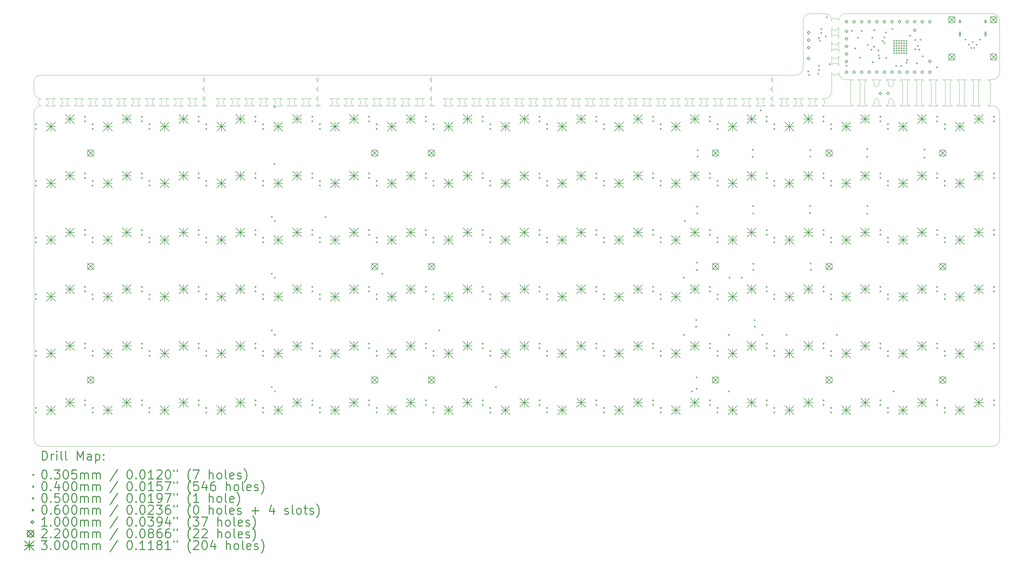
<source format=gbr>
%FSLAX45Y45*%
G04 Gerber Fmt 4.5, Leading zero omitted, Abs format (unit mm)*
G04 Created by KiCad (PCBNEW (5.1.10)-1) date 2021-12-08 12:26:16*
%MOMM*%
%LPD*%
G01*
G04 APERTURE LIST*
%TA.AperFunction,Profile*%
%ADD10C,0.100000*%
%TD*%
%ADD11C,0.200000*%
%ADD12C,0.300000*%
G04 APERTURE END LIST*
D10*
X6429375Y-11430000D02*
X6746875Y-11430000D01*
X6429375Y-11668125D02*
G75*
G03*
X6508750Y-11588750I0J79375D01*
G01*
X6508750Y-11509375D02*
G75*
G03*
X6429375Y-11430000I-79375J0D01*
G01*
X5476875Y-11430000D02*
X5794375Y-11430000D01*
X4762500Y-11509375D02*
X4762500Y-11588750D01*
X5953125Y-11668125D02*
G75*
G03*
X6032500Y-11588750I0J79375D01*
G01*
X5080000Y-11509375D02*
X5080000Y-11588750D01*
X4603750Y-11509375D02*
G75*
G03*
X4524375Y-11430000I-79375J0D01*
G01*
X5953125Y-11668125D02*
X6270625Y-11668125D01*
X4762500Y-11588750D02*
G75*
G03*
X4841875Y-11668125I79375J0D01*
G01*
X4286250Y-11588750D02*
G75*
G03*
X4365625Y-11668125I79375J0D01*
G01*
X5953125Y-11430000D02*
X6270625Y-11430000D01*
X4841875Y-11430000D02*
G75*
G03*
X4762500Y-11509375I0J-79375D01*
G01*
X4603750Y-11509375D02*
X4603750Y-11588750D01*
X5000625Y-11430000D02*
X5318125Y-11430000D01*
X6746875Y-11430000D02*
G75*
G03*
X6667500Y-11509375I0J-79375D01*
G01*
X4524375Y-11668125D02*
X4841875Y-11668125D01*
X5000625Y-11668125D02*
G75*
G03*
X5080000Y-11588750I0J79375D01*
G01*
X6270625Y-11430000D02*
G75*
G03*
X6191250Y-11509375I0J-79375D01*
G01*
X4286250Y-11509375D02*
X4286250Y-11588750D01*
X5318125Y-11430000D02*
G75*
G03*
X5238750Y-11509375I0J-79375D01*
G01*
X4524375Y-11430000D02*
X4841875Y-11430000D01*
X5556250Y-11509375D02*
G75*
G03*
X5476875Y-11430000I-79375J0D01*
G01*
X4365625Y-11430000D02*
G75*
G03*
X4286250Y-11509375I0J-79375D01*
G01*
X6032500Y-11509375D02*
G75*
G03*
X5953125Y-11430000I-79375J0D01*
G01*
X5476875Y-11668125D02*
G75*
G03*
X5556250Y-11588750I0J79375D01*
G01*
X5715000Y-11588750D02*
G75*
G03*
X5794375Y-11668125I79375J0D01*
G01*
X6508750Y-11509375D02*
X6508750Y-11588750D01*
X5794375Y-11430000D02*
G75*
G03*
X5715000Y-11509375I0J-79375D01*
G01*
X5238750Y-11509375D02*
X5238750Y-11588750D01*
X5000625Y-11668125D02*
X5318125Y-11668125D01*
X4524375Y-11668125D02*
G75*
G03*
X4603750Y-11588750I0J79375D01*
G01*
X6667500Y-11588750D02*
G75*
G03*
X6746875Y-11668125I79375J0D01*
G01*
X5238750Y-11588750D02*
G75*
G03*
X5318125Y-11668125I79375J0D01*
G01*
X6032500Y-11509375D02*
X6032500Y-11588750D01*
X5556250Y-11509375D02*
X5556250Y-11588750D01*
X6191250Y-11588750D02*
G75*
G03*
X6270625Y-11668125I79375J0D01*
G01*
X5080000Y-11509375D02*
G75*
G03*
X5000625Y-11430000I-79375J0D01*
G01*
X5476875Y-11668125D02*
X5794375Y-11668125D01*
X6429375Y-11668125D02*
X6746875Y-11668125D01*
X6667500Y-11509375D02*
X6667500Y-11588750D01*
X6191250Y-11509375D02*
X6191250Y-11588750D01*
X5715000Y-11509375D02*
X5715000Y-11588750D01*
X9842500Y-11350625D02*
X9842500Y-11509375D01*
X9763125Y-11668125D02*
G75*
G03*
X9842500Y-11588750I0J79375D01*
G01*
X9763125Y-11668125D02*
X9921875Y-11668125D01*
X9842500Y-11191875D02*
G75*
G03*
X9763125Y-11112500I-79375J0D01*
G01*
X9842500Y-11509375D02*
G75*
G03*
X9763125Y-11430000I-79375J0D01*
G01*
X9763125Y-11430000D02*
G75*
G03*
X9842500Y-11350625I0J79375D01*
G01*
X9921875Y-11668125D02*
G75*
G02*
X9842500Y-11588750I0J79375D01*
G01*
X9842500Y-11191875D02*
X9842500Y-11033125D01*
X9842500Y-10874375D02*
G75*
G03*
X9763125Y-10795000I-79375J0D01*
G01*
X9842500Y-10874375D02*
X9842500Y-10715625D01*
X9763125Y-11112500D02*
G75*
G03*
X9842500Y-11033125I0J79375D01*
G01*
X9763125Y-10795000D02*
G75*
G03*
X9842500Y-10715625I0J79375D01*
G01*
X7620000Y-11509375D02*
X7620000Y-11588750D01*
X7937500Y-11509375D02*
X7937500Y-11588750D01*
X7381875Y-11430000D02*
X7699375Y-11430000D01*
X9286875Y-11430000D02*
X9604375Y-11430000D01*
X6985000Y-11509375D02*
G75*
G03*
X6905625Y-11430000I-79375J0D01*
G01*
X7143750Y-11588750D02*
G75*
G03*
X7223125Y-11668125I79375J0D01*
G01*
X6905625Y-11668125D02*
G75*
G03*
X6985000Y-11588750I0J79375D01*
G01*
X8651875Y-11430000D02*
G75*
G03*
X8572500Y-11509375I0J-79375D01*
G01*
X6905625Y-11668125D02*
X7223125Y-11668125D01*
X9286875Y-11668125D02*
G75*
G03*
X9366250Y-11588750I0J79375D01*
G01*
X7461250Y-11509375D02*
G75*
G03*
X7381875Y-11430000I-79375J0D01*
G01*
X7858125Y-11668125D02*
G75*
G03*
X7937500Y-11588750I0J79375D01*
G01*
X8810625Y-11430000D02*
X9128125Y-11430000D01*
X6985000Y-11509375D02*
X6985000Y-11588750D01*
X6905625Y-11430000D02*
X7223125Y-11430000D01*
X7461250Y-11509375D02*
X7461250Y-11588750D01*
X7143750Y-11509375D02*
X7143750Y-11588750D01*
X7381875Y-11668125D02*
G75*
G03*
X7461250Y-11588750I0J79375D01*
G01*
X7223125Y-11430000D02*
G75*
G03*
X7143750Y-11509375I0J-79375D01*
G01*
X7699375Y-11430000D02*
G75*
G03*
X7620000Y-11509375I0J-79375D01*
G01*
X7381875Y-11668125D02*
X7699375Y-11668125D01*
X7620000Y-11588750D02*
G75*
G03*
X7699375Y-11668125I79375J0D01*
G01*
X8890000Y-11509375D02*
G75*
G03*
X8810625Y-11430000I-79375J0D01*
G01*
X9604375Y-11430000D02*
G75*
G03*
X9525000Y-11509375I0J-79375D01*
G01*
X9128125Y-11430000D02*
G75*
G03*
X9048750Y-11509375I0J-79375D01*
G01*
X7858125Y-11430000D02*
X8175625Y-11430000D01*
X8175625Y-11430000D02*
G75*
G03*
X8096250Y-11509375I0J-79375D01*
G01*
X8334375Y-11668125D02*
G75*
G03*
X8413750Y-11588750I0J79375D01*
G01*
X8572500Y-11588750D02*
G75*
G03*
X8651875Y-11668125I79375J0D01*
G01*
X8810625Y-11668125D02*
X9128125Y-11668125D01*
X9366250Y-11509375D02*
G75*
G03*
X9286875Y-11430000I-79375J0D01*
G01*
X8334375Y-11430000D02*
X8651875Y-11430000D01*
X7858125Y-11668125D02*
X8175625Y-11668125D01*
X9366250Y-11509375D02*
X9366250Y-11588750D01*
X8810625Y-11668125D02*
G75*
G03*
X8890000Y-11588750I0J79375D01*
G01*
X8413750Y-11509375D02*
G75*
G03*
X8334375Y-11430000I-79375J0D01*
G01*
X8096250Y-11509375D02*
X8096250Y-11588750D01*
X9048750Y-11588750D02*
G75*
G03*
X9128125Y-11668125I79375J0D01*
G01*
X7937500Y-11509375D02*
G75*
G03*
X7858125Y-11430000I-79375J0D01*
G01*
X8334375Y-11668125D02*
X8651875Y-11668125D01*
X9286875Y-11668125D02*
X9604375Y-11668125D01*
X9525000Y-11588750D02*
G75*
G03*
X9604375Y-11668125I79375J0D01*
G01*
X9525000Y-11509375D02*
X9525000Y-11588750D01*
X8572500Y-11509375D02*
X8572500Y-11588750D01*
X8096250Y-11588750D02*
G75*
G03*
X8175625Y-11668125I79375J0D01*
G01*
X9048750Y-11509375D02*
X9048750Y-11588750D01*
X8890000Y-11509375D02*
X8890000Y-11588750D01*
X8413750Y-11509375D02*
X8413750Y-11588750D01*
X10953750Y-11509375D02*
X10953750Y-11588750D01*
X11271250Y-11509375D02*
X11271250Y-11588750D01*
X10715625Y-11430000D02*
X11033125Y-11430000D01*
X12620625Y-11430000D02*
X12938125Y-11430000D01*
X10318750Y-11509375D02*
G75*
G03*
X10239375Y-11430000I-79375J0D01*
G01*
X10477500Y-11588750D02*
G75*
G03*
X10556875Y-11668125I79375J0D01*
G01*
X10239375Y-11668125D02*
G75*
G03*
X10318750Y-11588750I0J79375D01*
G01*
X11985625Y-11430000D02*
G75*
G03*
X11906250Y-11509375I0J-79375D01*
G01*
X10239375Y-11668125D02*
X10556875Y-11668125D01*
X12620625Y-11668125D02*
G75*
G03*
X12700000Y-11588750I0J79375D01*
G01*
X10795000Y-11509375D02*
G75*
G03*
X10715625Y-11430000I-79375J0D01*
G01*
X11191875Y-11668125D02*
G75*
G03*
X11271250Y-11588750I0J79375D01*
G01*
X12144375Y-11430000D02*
X12461875Y-11430000D01*
X10318750Y-11509375D02*
X10318750Y-11588750D01*
X10239375Y-11430000D02*
X10556875Y-11430000D01*
X10795000Y-11509375D02*
X10795000Y-11588750D01*
X10477500Y-11509375D02*
X10477500Y-11588750D01*
X10715625Y-11668125D02*
G75*
G03*
X10795000Y-11588750I0J79375D01*
G01*
X10556875Y-11430000D02*
G75*
G03*
X10477500Y-11509375I0J-79375D01*
G01*
X11033125Y-11430000D02*
G75*
G03*
X10953750Y-11509375I0J-79375D01*
G01*
X10715625Y-11668125D02*
X11033125Y-11668125D01*
X10953750Y-11588750D02*
G75*
G03*
X11033125Y-11668125I79375J0D01*
G01*
X13096875Y-11668125D02*
G75*
G03*
X13176250Y-11588750I0J79375D01*
G01*
X12223750Y-11509375D02*
G75*
G03*
X12144375Y-11430000I-79375J0D01*
G01*
X13096875Y-11430000D02*
X13414375Y-11430000D01*
X12938125Y-11430000D02*
G75*
G03*
X12858750Y-11509375I0J-79375D01*
G01*
X12461875Y-11430000D02*
G75*
G03*
X12382500Y-11509375I0J-79375D01*
G01*
X13335000Y-11509375D02*
X13335000Y-11588750D01*
X11191875Y-11430000D02*
X11509375Y-11430000D01*
X11509375Y-11430000D02*
G75*
G03*
X11430000Y-11509375I0J-79375D01*
G01*
X13096875Y-11668125D02*
X13414375Y-11668125D01*
X11668125Y-11668125D02*
G75*
G03*
X11747500Y-11588750I0J79375D01*
G01*
X11906250Y-11588750D02*
G75*
G03*
X11985625Y-11668125I79375J0D01*
G01*
X12144375Y-11668125D02*
X12461875Y-11668125D01*
X13176250Y-11509375D02*
X13176250Y-11588750D01*
X12700000Y-11509375D02*
G75*
G03*
X12620625Y-11430000I-79375J0D01*
G01*
X13414375Y-11430000D02*
G75*
G03*
X13335000Y-11509375I0J-79375D01*
G01*
X11668125Y-11430000D02*
X11985625Y-11430000D01*
X11191875Y-11668125D02*
X11509375Y-11668125D01*
X12700000Y-11509375D02*
X12700000Y-11588750D01*
X12144375Y-11668125D02*
G75*
G03*
X12223750Y-11588750I0J79375D01*
G01*
X11747500Y-11509375D02*
G75*
G03*
X11668125Y-11430000I-79375J0D01*
G01*
X11430000Y-11509375D02*
X11430000Y-11588750D01*
X12382500Y-11588750D02*
G75*
G03*
X12461875Y-11668125I79375J0D01*
G01*
X11271250Y-11509375D02*
G75*
G03*
X11191875Y-11430000I-79375J0D01*
G01*
X11668125Y-11668125D02*
X11985625Y-11668125D01*
X12620625Y-11668125D02*
X12938125Y-11668125D01*
X12858750Y-11588750D02*
G75*
G03*
X12938125Y-11668125I79375J0D01*
G01*
X12858750Y-11509375D02*
X12858750Y-11588750D01*
X11906250Y-11509375D02*
X11906250Y-11588750D01*
X11430000Y-11588750D02*
G75*
G03*
X11509375Y-11668125I79375J0D01*
G01*
X12382500Y-11509375D02*
X12382500Y-11588750D01*
X13335000Y-11588750D02*
G75*
G03*
X13414375Y-11668125I79375J0D01*
G01*
X13176250Y-11509375D02*
G75*
G03*
X13096875Y-11430000I-79375J0D01*
G01*
X12223750Y-11509375D02*
X12223750Y-11588750D01*
X11747500Y-11509375D02*
X11747500Y-11588750D01*
X13652500Y-10874375D02*
G75*
G03*
X13573125Y-10795000I-79375J0D01*
G01*
X13652500Y-10874375D02*
X13652500Y-10715625D01*
X13573125Y-11112500D02*
G75*
G03*
X13652500Y-11033125I0J79375D01*
G01*
X13573125Y-10795000D02*
G75*
G03*
X13652500Y-10715625I0J79375D01*
G01*
X13652500Y-11350625D02*
X13652500Y-11509375D01*
X13573125Y-11668125D02*
X13731875Y-11668125D01*
X13652500Y-11191875D02*
X13652500Y-11033125D01*
X13652500Y-11191875D02*
G75*
G03*
X13573125Y-11112500I-79375J0D01*
G01*
X13652500Y-11509375D02*
G75*
G03*
X13573125Y-11430000I-79375J0D01*
G01*
X13573125Y-11668125D02*
G75*
G03*
X13652500Y-11588750I0J79375D01*
G01*
X13573125Y-11430000D02*
G75*
G03*
X13652500Y-11350625I0J79375D01*
G01*
X13731875Y-11668125D02*
G75*
G02*
X13652500Y-11588750I0J79375D01*
G01*
X14049375Y-11668125D02*
G75*
G03*
X14128750Y-11588750I0J79375D01*
G01*
X14525625Y-11668125D02*
G75*
G03*
X14605000Y-11588750I0J79375D01*
G01*
X14049375Y-11430000D02*
X14366875Y-11430000D01*
X14287500Y-11588750D02*
G75*
G03*
X14366875Y-11668125I79375J0D01*
G01*
X14287500Y-11509375D02*
X14287500Y-11588750D01*
X14525625Y-11430000D02*
X14843125Y-11430000D01*
X14605000Y-11509375D02*
X14605000Y-11588750D01*
X14128750Y-11509375D02*
G75*
G03*
X14049375Y-11430000I-79375J0D01*
G01*
X14128750Y-11509375D02*
X14128750Y-11588750D01*
X14366875Y-11430000D02*
G75*
G03*
X14287500Y-11509375I0J-79375D01*
G01*
X14525625Y-11668125D02*
X14843125Y-11668125D01*
X14763750Y-11588750D02*
G75*
G03*
X14843125Y-11668125I79375J0D01*
G01*
X14605000Y-11509375D02*
G75*
G03*
X14525625Y-11430000I-79375J0D01*
G01*
X14049375Y-11668125D02*
X14366875Y-11668125D01*
X14763750Y-11509375D02*
X14763750Y-11588750D01*
X14843125Y-11430000D02*
G75*
G03*
X14763750Y-11509375I0J-79375D01*
G01*
X15954375Y-11430000D02*
X16271875Y-11430000D01*
X16430625Y-11668125D02*
G75*
G03*
X16510000Y-11588750I0J79375D01*
G01*
X15795625Y-11430000D02*
G75*
G03*
X15716250Y-11509375I0J-79375D01*
G01*
X16906875Y-11668125D02*
G75*
G03*
X16986250Y-11588750I0J79375D01*
G01*
X16430625Y-11430000D02*
X16748125Y-11430000D01*
X15081250Y-11509375D02*
X15081250Y-11588750D01*
X15001875Y-11668125D02*
G75*
G03*
X15081250Y-11588750I0J79375D01*
G01*
X15081250Y-11509375D02*
G75*
G03*
X15001875Y-11430000I-79375J0D01*
G01*
X16668750Y-11588750D02*
G75*
G03*
X16748125Y-11668125I79375J0D01*
G01*
X16033750Y-11509375D02*
X16033750Y-11588750D01*
X15001875Y-11430000D02*
X15319375Y-11430000D01*
X15319375Y-11430000D02*
G75*
G03*
X15240000Y-11509375I0J-79375D01*
G01*
X16033750Y-11509375D02*
G75*
G03*
X15954375Y-11430000I-79375J0D01*
G01*
X16668750Y-11509375D02*
X16668750Y-11588750D01*
X16906875Y-11430000D02*
X17224375Y-11430000D01*
X15478125Y-11668125D02*
G75*
G03*
X15557500Y-11588750I0J79375D01*
G01*
X15001875Y-11668125D02*
X15319375Y-11668125D01*
X15716250Y-11588750D02*
G75*
G03*
X15795625Y-11668125I79375J0D01*
G01*
X16271875Y-11430000D02*
G75*
G03*
X16192500Y-11509375I0J-79375D01*
G01*
X15954375Y-11668125D02*
X16271875Y-11668125D01*
X15716250Y-11509375D02*
X15716250Y-11588750D01*
X16986250Y-11509375D02*
X16986250Y-11588750D01*
X16510000Y-11509375D02*
G75*
G03*
X16430625Y-11430000I-79375J0D01*
G01*
X16510000Y-11509375D02*
X16510000Y-11588750D01*
X15240000Y-11509375D02*
X15240000Y-11588750D01*
X16748125Y-11430000D02*
G75*
G03*
X16668750Y-11509375I0J-79375D01*
G01*
X15954375Y-11668125D02*
G75*
G03*
X16033750Y-11588750I0J79375D01*
G01*
X15557500Y-11509375D02*
G75*
G03*
X15478125Y-11430000I-79375J0D01*
G01*
X15478125Y-11668125D02*
X15795625Y-11668125D01*
X16906875Y-11668125D02*
X17224375Y-11668125D01*
X15557500Y-11509375D02*
X15557500Y-11588750D01*
X16192500Y-11588750D02*
G75*
G03*
X16271875Y-11668125I79375J0D01*
G01*
X16192500Y-11509375D02*
X16192500Y-11588750D01*
X17145000Y-11588750D02*
G75*
G03*
X17224375Y-11668125I79375J0D01*
G01*
X15478125Y-11430000D02*
X15795625Y-11430000D01*
X16986250Y-11509375D02*
G75*
G03*
X16906875Y-11430000I-79375J0D01*
G01*
X16430625Y-11668125D02*
X16748125Y-11668125D01*
X15240000Y-11588750D02*
G75*
G03*
X15319375Y-11668125I79375J0D01*
G01*
X17145000Y-11509375D02*
X17145000Y-11588750D01*
X17224375Y-11430000D02*
G75*
G03*
X17145000Y-11509375I0J-79375D01*
G01*
X17541875Y-11668125D02*
G75*
G02*
X17462500Y-11588750I0J79375D01*
G01*
X17383125Y-11430000D02*
G75*
G03*
X17462500Y-11350625I0J79375D01*
G01*
X17383125Y-11668125D02*
G75*
G03*
X17462500Y-11588750I0J79375D01*
G01*
X17462500Y-11509375D02*
G75*
G03*
X17383125Y-11430000I-79375J0D01*
G01*
X17383125Y-11668125D02*
X17541875Y-11668125D01*
X17462500Y-11350625D02*
X17462500Y-11509375D01*
X17462500Y-10874375D02*
G75*
G03*
X17383125Y-10795000I-79375J0D01*
G01*
X17462500Y-11191875D02*
G75*
G03*
X17383125Y-11112500I-79375J0D01*
G01*
X17383125Y-11112500D02*
G75*
G03*
X17462500Y-11033125I0J79375D01*
G01*
X17383125Y-10795000D02*
G75*
G03*
X17462500Y-10715625I0J79375D01*
G01*
X17462500Y-10874375D02*
X17462500Y-10715625D01*
X17462500Y-11191875D02*
X17462500Y-11033125D01*
X18097500Y-11588750D02*
G75*
G03*
X18176875Y-11668125I79375J0D01*
G01*
X17938750Y-11509375D02*
X17938750Y-11588750D01*
X17859375Y-11430000D02*
X18176875Y-11430000D01*
X17859375Y-11668125D02*
X18176875Y-11668125D01*
X17859375Y-11668125D02*
G75*
G03*
X17938750Y-11588750I0J79375D01*
G01*
X17938750Y-11509375D02*
G75*
G03*
X17859375Y-11430000I-79375J0D01*
G01*
X18176875Y-11430000D02*
G75*
G03*
X18097500Y-11509375I0J-79375D01*
G01*
X18573750Y-11588750D02*
G75*
G03*
X18653125Y-11668125I79375J0D01*
G01*
X18415000Y-11509375D02*
X18415000Y-11588750D01*
X18415000Y-11509375D02*
G75*
G03*
X18335625Y-11430000I-79375J0D01*
G01*
X18335625Y-11430000D02*
X18653125Y-11430000D01*
X18335625Y-11668125D02*
G75*
G03*
X18415000Y-11588750I0J79375D01*
G01*
X18335625Y-11668125D02*
X18653125Y-11668125D01*
X19050000Y-11588750D02*
G75*
G03*
X19129375Y-11668125I79375J0D01*
G01*
X18891250Y-11509375D02*
X18891250Y-11588750D01*
X18811875Y-11668125D02*
G75*
G03*
X18891250Y-11588750I0J79375D01*
G01*
X19129375Y-11430000D02*
G75*
G03*
X19050000Y-11509375I0J-79375D01*
G01*
X18891250Y-11509375D02*
G75*
G03*
X18811875Y-11430000I-79375J0D01*
G01*
X18811875Y-11668125D02*
X19129375Y-11668125D01*
X19050000Y-11509375D02*
X19050000Y-11588750D01*
X18097500Y-11509375D02*
X18097500Y-11588750D01*
X18811875Y-11430000D02*
X19129375Y-11430000D01*
X18653125Y-11430000D02*
G75*
G03*
X18573750Y-11509375I0J-79375D01*
G01*
X18573750Y-11509375D02*
X18573750Y-11588750D01*
X19367500Y-11509375D02*
X19367500Y-11588750D01*
X20002500Y-11588750D02*
G75*
G03*
X20081875Y-11668125I79375J0D01*
G01*
X19605625Y-11430000D02*
G75*
G03*
X19526250Y-11509375I0J-79375D01*
G01*
X19288125Y-11668125D02*
G75*
G03*
X19367500Y-11588750I0J79375D01*
G01*
X19288125Y-11430000D02*
X19605625Y-11430000D01*
X19843750Y-11509375D02*
X19843750Y-11588750D01*
X19367500Y-11509375D02*
G75*
G03*
X19288125Y-11430000I-79375J0D01*
G01*
X19288125Y-11668125D02*
X19605625Y-11668125D01*
X19526250Y-11509375D02*
X19526250Y-11588750D01*
X19526250Y-11588750D02*
G75*
G03*
X19605625Y-11668125I79375J0D01*
G01*
X19764375Y-11430000D02*
X20081875Y-11430000D01*
X19764375Y-11668125D02*
X20081875Y-11668125D01*
X19764375Y-11668125D02*
G75*
G03*
X19843750Y-11588750I0J79375D01*
G01*
X19843750Y-11509375D02*
G75*
G03*
X19764375Y-11430000I-79375J0D01*
G01*
X20081875Y-11430000D02*
G75*
G03*
X20002500Y-11509375I0J-79375D01*
G01*
X20478750Y-11588750D02*
G75*
G03*
X20558125Y-11668125I79375J0D01*
G01*
X20320000Y-11509375D02*
X20320000Y-11588750D01*
X20320000Y-11509375D02*
G75*
G03*
X20240625Y-11430000I-79375J0D01*
G01*
X20240625Y-11430000D02*
X20558125Y-11430000D01*
X20240625Y-11668125D02*
G75*
G03*
X20320000Y-11588750I0J79375D01*
G01*
X20240625Y-11668125D02*
X20558125Y-11668125D01*
X20955000Y-11588750D02*
G75*
G03*
X21034375Y-11668125I79375J0D01*
G01*
X20796250Y-11509375D02*
X20796250Y-11588750D01*
X20716875Y-11668125D02*
G75*
G03*
X20796250Y-11588750I0J79375D01*
G01*
X21034375Y-11430000D02*
G75*
G03*
X20955000Y-11509375I0J-79375D01*
G01*
X20796250Y-11509375D02*
G75*
G03*
X20716875Y-11430000I-79375J0D01*
G01*
X20716875Y-11668125D02*
X21034375Y-11668125D01*
X20955000Y-11509375D02*
X20955000Y-11588750D01*
X20002500Y-11509375D02*
X20002500Y-11588750D01*
X20716875Y-11430000D02*
X21034375Y-11430000D01*
X20558125Y-11430000D02*
G75*
G03*
X20478750Y-11509375I0J-79375D01*
G01*
X20478750Y-11509375D02*
X20478750Y-11588750D01*
X21272500Y-11509375D02*
X21272500Y-11588750D01*
X21907500Y-11588750D02*
G75*
G03*
X21986875Y-11668125I79375J0D01*
G01*
X21510625Y-11430000D02*
G75*
G03*
X21431250Y-11509375I0J-79375D01*
G01*
X21193125Y-11668125D02*
G75*
G03*
X21272500Y-11588750I0J79375D01*
G01*
X21193125Y-11430000D02*
X21510625Y-11430000D01*
X21748750Y-11509375D02*
X21748750Y-11588750D01*
X21272500Y-11509375D02*
G75*
G03*
X21193125Y-11430000I-79375J0D01*
G01*
X21193125Y-11668125D02*
X21510625Y-11668125D01*
X21431250Y-11509375D02*
X21431250Y-11588750D01*
X21431250Y-11588750D02*
G75*
G03*
X21510625Y-11668125I79375J0D01*
G01*
X21669375Y-11430000D02*
X21986875Y-11430000D01*
X21669375Y-11668125D02*
X21986875Y-11668125D01*
X21669375Y-11668125D02*
G75*
G03*
X21748750Y-11588750I0J79375D01*
G01*
X21748750Y-11509375D02*
G75*
G03*
X21669375Y-11430000I-79375J0D01*
G01*
X21986875Y-11430000D02*
G75*
G03*
X21907500Y-11509375I0J-79375D01*
G01*
X22383750Y-11588750D02*
G75*
G03*
X22463125Y-11668125I79375J0D01*
G01*
X22225000Y-11509375D02*
X22225000Y-11588750D01*
X22225000Y-11509375D02*
G75*
G03*
X22145625Y-11430000I-79375J0D01*
G01*
X22145625Y-11430000D02*
X22463125Y-11430000D01*
X22145625Y-11668125D02*
G75*
G03*
X22225000Y-11588750I0J79375D01*
G01*
X22145625Y-11668125D02*
X22463125Y-11668125D01*
X22860000Y-11588750D02*
G75*
G03*
X22939375Y-11668125I79375J0D01*
G01*
X22701250Y-11509375D02*
X22701250Y-11588750D01*
X22621875Y-11668125D02*
G75*
G03*
X22701250Y-11588750I0J79375D01*
G01*
X22939375Y-11430000D02*
G75*
G03*
X22860000Y-11509375I0J-79375D01*
G01*
X22701250Y-11509375D02*
G75*
G03*
X22621875Y-11430000I-79375J0D01*
G01*
X22621875Y-11668125D02*
X22939375Y-11668125D01*
X22860000Y-11509375D02*
X22860000Y-11588750D01*
X21907500Y-11509375D02*
X21907500Y-11588750D01*
X22621875Y-11430000D02*
X22939375Y-11430000D01*
X22463125Y-11430000D02*
G75*
G03*
X22383750Y-11509375I0J-79375D01*
G01*
X22383750Y-11509375D02*
X22383750Y-11588750D01*
X23177500Y-11509375D02*
X23177500Y-11588750D01*
X23812500Y-11588750D02*
G75*
G03*
X23891875Y-11668125I79375J0D01*
G01*
X23415625Y-11430000D02*
G75*
G03*
X23336250Y-11509375I0J-79375D01*
G01*
X23098125Y-11668125D02*
G75*
G03*
X23177500Y-11588750I0J79375D01*
G01*
X23098125Y-11430000D02*
X23415625Y-11430000D01*
X23653750Y-11509375D02*
X23653750Y-11588750D01*
X23177500Y-11509375D02*
G75*
G03*
X23098125Y-11430000I-79375J0D01*
G01*
X23098125Y-11668125D02*
X23415625Y-11668125D01*
X23336250Y-11509375D02*
X23336250Y-11588750D01*
X23336250Y-11588750D02*
G75*
G03*
X23415625Y-11668125I79375J0D01*
G01*
X23574375Y-11430000D02*
X23891875Y-11430000D01*
X23574375Y-11668125D02*
X23891875Y-11668125D01*
X23574375Y-11668125D02*
G75*
G03*
X23653750Y-11588750I0J79375D01*
G01*
X23653750Y-11509375D02*
G75*
G03*
X23574375Y-11430000I-79375J0D01*
G01*
X23891875Y-11430000D02*
G75*
G03*
X23812500Y-11509375I0J-79375D01*
G01*
X24288750Y-11588750D02*
G75*
G03*
X24368125Y-11668125I79375J0D01*
G01*
X24130000Y-11509375D02*
X24130000Y-11588750D01*
X24130000Y-11509375D02*
G75*
G03*
X24050625Y-11430000I-79375J0D01*
G01*
X24050625Y-11430000D02*
X24368125Y-11430000D01*
X24050625Y-11668125D02*
G75*
G03*
X24130000Y-11588750I0J79375D01*
G01*
X24050625Y-11668125D02*
X24368125Y-11668125D01*
X24765000Y-11588750D02*
G75*
G03*
X24844375Y-11668125I79375J0D01*
G01*
X24606250Y-11509375D02*
X24606250Y-11588750D01*
X24526875Y-11668125D02*
G75*
G03*
X24606250Y-11588750I0J79375D01*
G01*
X24844375Y-11430000D02*
G75*
G03*
X24765000Y-11509375I0J-79375D01*
G01*
X24606250Y-11509375D02*
G75*
G03*
X24526875Y-11430000I-79375J0D01*
G01*
X24526875Y-11668125D02*
X24844375Y-11668125D01*
X24765000Y-11509375D02*
X24765000Y-11588750D01*
X23812500Y-11509375D02*
X23812500Y-11588750D01*
X24526875Y-11430000D02*
X24844375Y-11430000D01*
X24368125Y-11430000D02*
G75*
G03*
X24288750Y-11509375I0J-79375D01*
G01*
X24288750Y-11509375D02*
X24288750Y-11588750D01*
X25082500Y-11509375D02*
X25082500Y-11588750D01*
X25717500Y-11588750D02*
G75*
G03*
X25796875Y-11668125I79375J0D01*
G01*
X25320625Y-11430000D02*
G75*
G03*
X25241250Y-11509375I0J-79375D01*
G01*
X25003125Y-11668125D02*
G75*
G03*
X25082500Y-11588750I0J79375D01*
G01*
X25003125Y-11430000D02*
X25320625Y-11430000D01*
X25558750Y-11509375D02*
X25558750Y-11588750D01*
X25082500Y-11509375D02*
G75*
G03*
X25003125Y-11430000I-79375J0D01*
G01*
X25003125Y-11668125D02*
X25320625Y-11668125D01*
X25241250Y-11509375D02*
X25241250Y-11588750D01*
X25241250Y-11588750D02*
G75*
G03*
X25320625Y-11668125I79375J0D01*
G01*
X25479375Y-11430000D02*
X25796875Y-11430000D01*
X25479375Y-11668125D02*
X25796875Y-11668125D01*
X25479375Y-11668125D02*
G75*
G03*
X25558750Y-11588750I0J79375D01*
G01*
X25558750Y-11509375D02*
G75*
G03*
X25479375Y-11430000I-79375J0D01*
G01*
X25796875Y-11430000D02*
G75*
G03*
X25717500Y-11509375I0J-79375D01*
G01*
X26193750Y-11588750D02*
G75*
G03*
X26273125Y-11668125I79375J0D01*
G01*
X26035000Y-11509375D02*
X26035000Y-11588750D01*
X26035000Y-11509375D02*
G75*
G03*
X25955625Y-11430000I-79375J0D01*
G01*
X25955625Y-11430000D02*
X26273125Y-11430000D01*
X25955625Y-11668125D02*
G75*
G03*
X26035000Y-11588750I0J79375D01*
G01*
X25955625Y-11668125D02*
X26273125Y-11668125D01*
X26670000Y-11588750D02*
G75*
G03*
X26749375Y-11668125I79375J0D01*
G01*
X26511250Y-11509375D02*
X26511250Y-11588750D01*
X26431875Y-11668125D02*
G75*
G03*
X26511250Y-11588750I0J79375D01*
G01*
X26749375Y-11430000D02*
G75*
G03*
X26670000Y-11509375I0J-79375D01*
G01*
X26511250Y-11509375D02*
G75*
G03*
X26431875Y-11430000I-79375J0D01*
G01*
X26431875Y-11668125D02*
X26749375Y-11668125D01*
X26670000Y-11509375D02*
X26670000Y-11588750D01*
X25717500Y-11509375D02*
X25717500Y-11588750D01*
X26431875Y-11430000D02*
X26749375Y-11430000D01*
X26273125Y-11430000D02*
G75*
G03*
X26193750Y-11509375I0J-79375D01*
G01*
X26193750Y-11509375D02*
X26193750Y-11588750D01*
X28813125Y-11668125D02*
X28971875Y-11668125D01*
X28971875Y-11668125D02*
G75*
G02*
X28892500Y-11588750I0J79375D01*
G01*
X28892500Y-10874375D02*
X28892500Y-10715625D01*
X28892500Y-11191875D02*
X28892500Y-11033125D01*
X28892500Y-11350625D02*
X28892500Y-11509375D01*
X28813125Y-10795000D02*
G75*
G03*
X28892500Y-10715625I0J79375D01*
G01*
X29686250Y-10636250D02*
X4365625Y-10636250D01*
X27146250Y-11588750D02*
G75*
G03*
X27225625Y-11668125I79375J0D01*
G01*
X26987500Y-11509375D02*
X26987500Y-11588750D01*
X27225625Y-11430000D02*
G75*
G03*
X27146250Y-11509375I0J-79375D01*
G01*
X26908125Y-11668125D02*
G75*
G03*
X26987500Y-11588750I0J79375D01*
G01*
X26987500Y-11509375D02*
G75*
G03*
X26908125Y-11430000I-79375J0D01*
G01*
X26908125Y-11668125D02*
X27225625Y-11668125D01*
X26908125Y-11430000D02*
X27225625Y-11430000D01*
X27146250Y-11509375D02*
X27146250Y-11588750D01*
X27622500Y-11588750D02*
G75*
G03*
X27701875Y-11668125I79375J0D01*
G01*
X27463750Y-11509375D02*
X27463750Y-11588750D01*
X27701875Y-11430000D02*
G75*
G03*
X27622500Y-11509375I0J-79375D01*
G01*
X27384375Y-11668125D02*
G75*
G03*
X27463750Y-11588750I0J79375D01*
G01*
X27463750Y-11509375D02*
G75*
G03*
X27384375Y-11430000I-79375J0D01*
G01*
X27384375Y-11668125D02*
X27701875Y-11668125D01*
X27384375Y-11430000D02*
X27701875Y-11430000D01*
X27622500Y-11509375D02*
X27622500Y-11588750D01*
X28098750Y-11588750D02*
G75*
G03*
X28178125Y-11668125I79375J0D01*
G01*
X27940000Y-11509375D02*
X27940000Y-11588750D01*
X28178125Y-11430000D02*
G75*
G03*
X28098750Y-11509375I0J-79375D01*
G01*
X27860625Y-11668125D02*
G75*
G03*
X27940000Y-11588750I0J79375D01*
G01*
X27940000Y-11509375D02*
G75*
G03*
X27860625Y-11430000I-79375J0D01*
G01*
X27860625Y-11668125D02*
X28178125Y-11668125D01*
X27860625Y-11430000D02*
X28178125Y-11430000D01*
X28098750Y-11509375D02*
X28098750Y-11588750D01*
X28575000Y-11588750D02*
G75*
G03*
X28654375Y-11668125I79375J0D01*
G01*
X28416250Y-11509375D02*
X28416250Y-11588750D01*
X28654375Y-11430000D02*
G75*
G03*
X28575000Y-11509375I0J-79375D01*
G01*
X28336875Y-11668125D02*
G75*
G03*
X28416250Y-11588750I0J79375D01*
G01*
X28416250Y-11509375D02*
G75*
G03*
X28336875Y-11430000I-79375J0D01*
G01*
X28336875Y-11668125D02*
X28654375Y-11668125D01*
X28336875Y-11430000D02*
X28654375Y-11430000D01*
X28575000Y-11509375D02*
X28575000Y-11588750D01*
X30638750Y-11430000D02*
X30559375Y-11430000D01*
X30638750Y-11509375D02*
X30638750Y-11588750D01*
X30638750Y-11509375D02*
G75*
G03*
X30559375Y-11430000I-79375J0D01*
G01*
X30559375Y-11668125D02*
G75*
G03*
X30638750Y-11588750I0J79375D01*
G01*
X31353125Y-10795000D02*
X31591250Y-10795000D01*
X31591250Y-10795000D02*
G75*
G03*
X31511875Y-10874375I0J-79375D01*
G01*
X31511875Y-11588750D02*
X31511875Y-10874375D01*
X31511875Y-11588750D02*
G75*
G03*
X31591250Y-11668125I79375J0D01*
G01*
X30559375Y-11668125D02*
X31591250Y-11668125D01*
X28892500Y-10874375D02*
G75*
G03*
X28813125Y-10795000I-79375J0D01*
G01*
X28892500Y-11191875D02*
G75*
G03*
X28813125Y-11112500I-79375J0D01*
G01*
X28813125Y-11112500D02*
G75*
G03*
X28892500Y-11033125I0J79375D01*
G01*
X28892500Y-11509375D02*
G75*
G03*
X28813125Y-11430000I-79375J0D01*
G01*
X28813125Y-11430000D02*
G75*
G03*
X28892500Y-11350625I0J79375D01*
G01*
X28813125Y-11668125D02*
G75*
G03*
X28892500Y-11588750I0J79375D01*
G01*
X31035625Y-10636250D02*
G75*
G03*
X31115000Y-10556875I0J79375D01*
G01*
X30876875Y-10556875D02*
G75*
G03*
X30956250Y-10636250I79375J0D01*
G01*
X31035625Y-10636250D02*
X30956250Y-10636250D01*
X30956250Y-10239375D02*
G75*
G03*
X30876875Y-10318750I0J-79375D01*
G01*
X30956250Y-10080625D02*
X31035625Y-10080625D01*
X31115000Y-10001250D02*
X31115000Y-10318750D01*
X31115000Y-10318750D02*
G75*
G03*
X31035625Y-10239375I-79375J0D01*
G01*
X30876875Y-10001250D02*
X30876875Y-10318750D01*
X31035625Y-10080625D02*
G75*
G03*
X31115000Y-10001250I0J79375D01*
G01*
X30956250Y-10239375D02*
X31035625Y-10239375D01*
X30876875Y-10001250D02*
G75*
G03*
X30956250Y-10080625I79375J0D01*
G01*
X30956250Y-9763125D02*
G75*
G03*
X30876875Y-9842500I0J-79375D01*
G01*
X30956250Y-9604375D02*
X31035625Y-9604375D01*
X31115000Y-9525000D02*
X31115000Y-9842500D01*
X31115000Y-9842500D02*
G75*
G03*
X31035625Y-9763125I-79375J0D01*
G01*
X30876875Y-9525000D02*
X30876875Y-9842500D01*
X31035625Y-9604375D02*
G75*
G03*
X31115000Y-9525000I0J79375D01*
G01*
X30956250Y-9763125D02*
X31035625Y-9763125D01*
X30876875Y-9525000D02*
G75*
G03*
X30956250Y-9604375I79375J0D01*
G01*
X36195000Y-10874375D02*
G75*
G03*
X36115625Y-10795000I-79375J0D01*
G01*
X36195000Y-10874375D02*
X36195000Y-11588750D01*
X36115625Y-11668125D02*
G75*
G03*
X36195000Y-11588750I0J79375D01*
G01*
X35560000Y-11668125D02*
X35877500Y-11668125D01*
X35560000Y-11668125D02*
G75*
G03*
X35639375Y-11588750I0J79375D01*
G01*
X35639375Y-10874375D02*
G75*
G03*
X35560000Y-10795000I-79375J0D01*
G01*
X35798125Y-11588750D02*
X35798125Y-10874375D01*
X35798125Y-11588750D02*
G75*
G03*
X35877500Y-11668125I79375J0D01*
G01*
X35877500Y-10795000D02*
X35560000Y-10795000D01*
X35639375Y-10874375D02*
X35639375Y-11588750D01*
X35877500Y-10795000D02*
G75*
G03*
X35798125Y-10874375I0J-79375D01*
G01*
X35083750Y-11668125D02*
X35401250Y-11668125D01*
X35083750Y-11668125D02*
G75*
G03*
X35163125Y-11588750I0J79375D01*
G01*
X35163125Y-10874375D02*
G75*
G03*
X35083750Y-10795000I-79375J0D01*
G01*
X35321875Y-11588750D02*
X35321875Y-10874375D01*
X35321875Y-11588750D02*
G75*
G03*
X35401250Y-11668125I79375J0D01*
G01*
X35401250Y-10795000D02*
X35083750Y-10795000D01*
X35163125Y-10874375D02*
X35163125Y-11588750D01*
X35401250Y-10795000D02*
G75*
G03*
X35321875Y-10874375I0J-79375D01*
G01*
X34607500Y-11668125D02*
X34925000Y-11668125D01*
X34607500Y-11668125D02*
G75*
G03*
X34686875Y-11588750I0J79375D01*
G01*
X34686875Y-10874375D02*
G75*
G03*
X34607500Y-10795000I-79375J0D01*
G01*
X34845625Y-11588750D02*
X34845625Y-10874375D01*
X34845625Y-11588750D02*
G75*
G03*
X34925000Y-11668125I79375J0D01*
G01*
X34925000Y-10795000D02*
X34607500Y-10795000D01*
X34686875Y-10874375D02*
X34686875Y-11588750D01*
X34925000Y-10795000D02*
G75*
G03*
X34845625Y-10874375I0J-79375D01*
G01*
X34131250Y-11668125D02*
X34448750Y-11668125D01*
X34131250Y-11668125D02*
G75*
G03*
X34210625Y-11588750I0J79375D01*
G01*
X34210625Y-10874375D02*
G75*
G03*
X34131250Y-10795000I-79375J0D01*
G01*
X34369375Y-11588750D02*
X34369375Y-10874375D01*
X34369375Y-11588750D02*
G75*
G03*
X34448750Y-11668125I79375J0D01*
G01*
X34448750Y-10795000D02*
X34131250Y-10795000D01*
X34210625Y-10874375D02*
X34210625Y-11588750D01*
X34448750Y-10795000D02*
G75*
G03*
X34369375Y-10874375I0J-79375D01*
G01*
X33655000Y-11668125D02*
X33972500Y-11668125D01*
X33655000Y-11668125D02*
G75*
G03*
X33734375Y-11588750I0J79375D01*
G01*
X33734375Y-10874375D02*
G75*
G03*
X33655000Y-10795000I-79375J0D01*
G01*
X33893125Y-11588750D02*
X33893125Y-10874375D01*
X33893125Y-11588750D02*
G75*
G03*
X33972500Y-11668125I79375J0D01*
G01*
X33972500Y-10795000D02*
X33655000Y-10795000D01*
X33734375Y-10874375D02*
X33734375Y-11588750D01*
X33972500Y-10795000D02*
G75*
G03*
X33893125Y-10874375I0J-79375D01*
G01*
X33178750Y-11668125D02*
X33496250Y-11668125D01*
X33178750Y-11668125D02*
G75*
G03*
X33258125Y-11588750I0J79375D01*
G01*
X33258125Y-10874375D02*
G75*
G03*
X33178750Y-10795000I-79375J0D01*
G01*
X33416875Y-11588750D02*
X33416875Y-10874375D01*
X33416875Y-11588750D02*
G75*
G03*
X33496250Y-11668125I79375J0D01*
G01*
X33496250Y-10795000D02*
X33178750Y-10795000D01*
X33258125Y-10874375D02*
X33258125Y-11588750D01*
X33496250Y-10795000D02*
G75*
G03*
X33416875Y-10874375I0J-79375D01*
G01*
X33020000Y-11668125D02*
G75*
G02*
X32940625Y-11588750I0J79375D01*
G01*
X32702500Y-11668125D02*
X33020000Y-11668125D01*
X32781875Y-11588750D02*
G75*
G02*
X32702500Y-11668125I-79375J0D01*
G01*
X32861250Y-11430000D02*
G75*
G03*
X32781875Y-11509375I0J-79375D01*
G01*
X32781875Y-11509375D02*
X32781875Y-11588750D01*
X32940625Y-11509375D02*
G75*
G03*
X32861250Y-11430000I-79375J0D01*
G01*
X32940625Y-11588750D02*
X32940625Y-11509375D01*
X32543750Y-11668125D02*
G75*
G02*
X32464375Y-11588750I0J79375D01*
G01*
X32226250Y-11668125D02*
X32543750Y-11668125D01*
X32305625Y-11588750D02*
G75*
G02*
X32226250Y-11668125I-79375J0D01*
G01*
X32464375Y-11509375D02*
G75*
G03*
X32385000Y-11430000I-79375J0D01*
G01*
X32305625Y-11509375D02*
X32305625Y-11588750D01*
X32385000Y-11430000D02*
G75*
G03*
X32305625Y-11509375I0J-79375D01*
G01*
X32464375Y-11588750D02*
X32464375Y-11509375D01*
X31829375Y-10874375D02*
X31829375Y-11588750D01*
X32067500Y-10795000D02*
G75*
G03*
X31988125Y-10874375I0J-79375D01*
G01*
X32067500Y-10795000D02*
X31750000Y-10795000D01*
X31988125Y-11588750D02*
G75*
G03*
X32067500Y-11668125I79375J0D01*
G01*
X31988125Y-11588750D02*
X31988125Y-10874375D01*
X31829375Y-10874375D02*
G75*
G03*
X31750000Y-10795000I-79375J0D01*
G01*
X31750000Y-11668125D02*
G75*
G03*
X31829375Y-11588750I0J79375D01*
G01*
X31750000Y-11668125D02*
X32067500Y-11668125D01*
X29924375Y-8810625D02*
G75*
G02*
X30162500Y-8572500I238125J0D01*
G01*
X32861250Y-11033125D02*
G75*
G02*
X32781875Y-10953750I0J79375D01*
G01*
X32940625Y-10953750D02*
G75*
G02*
X32861250Y-11033125I-79375J0D01*
G01*
X32385000Y-11033125D02*
G75*
G02*
X32305625Y-10953750I0J79375D01*
G01*
X32464375Y-10953750D02*
G75*
G02*
X32385000Y-11033125I-79375J0D01*
G01*
X30876875Y-9048750D02*
G75*
G03*
X30956250Y-9128125I79375J0D01*
G01*
X30956250Y-9128125D02*
X31035625Y-9128125D01*
X30876875Y-9048750D02*
X30876875Y-9366250D01*
X31035625Y-9128125D02*
G75*
G03*
X31115000Y-9048750I0J79375D01*
G01*
X30956250Y-9286875D02*
G75*
G03*
X30876875Y-9366250I0J-79375D01*
G01*
X31115000Y-9048750D02*
X31115000Y-9366250D01*
X30956250Y-9286875D02*
X31035625Y-9286875D01*
X31115000Y-9366250D02*
G75*
G03*
X31035625Y-9286875I-79375J0D01*
G01*
X31115000Y-8810625D02*
G75*
G03*
X31035625Y-8731250I-79375J0D01*
G01*
X31035625Y-8731250D02*
X30956250Y-8731250D01*
X30956250Y-8731250D02*
G75*
G03*
X30876875Y-8810625I0J-79375D01*
G01*
X32305625Y-10874375D02*
X32305625Y-10953750D01*
X32464375Y-10953750D02*
X32464375Y-10874375D01*
X32543750Y-10795000D02*
G75*
G03*
X32464375Y-10874375I0J-79375D01*
G01*
X32543750Y-10795000D02*
X32226250Y-10795000D01*
X32305625Y-10874375D02*
G75*
G03*
X32226250Y-10795000I-79375J0D01*
G01*
X32781875Y-10874375D02*
X32781875Y-10953750D01*
X32940625Y-10953750D02*
X32940625Y-10874375D01*
X33020000Y-10795000D02*
G75*
G03*
X32940625Y-10874375I0J-79375D01*
G01*
X33020000Y-10795000D02*
X32702500Y-10795000D01*
X32781875Y-10874375D02*
G75*
G03*
X32702500Y-10795000I-79375J0D01*
G01*
X29686250Y-10636250D02*
G75*
G03*
X29924375Y-10398125I0J238125D01*
G01*
X30638750Y-8572500D02*
X30162500Y-8572500D01*
X4127500Y-11191875D02*
X4127500Y-10874375D01*
X36512500Y-10556875D02*
X36512500Y-8810625D01*
X36512500Y-22860000D02*
X36512500Y-11906250D01*
X36274375Y-8572500D02*
X31353125Y-8572500D01*
X36512500Y-8810625D02*
G75*
G03*
X36274375Y-8572500I-238125J0D01*
G01*
X36512500Y-11906250D02*
G75*
G03*
X36274375Y-11668125I-238125J0D01*
G01*
X4127500Y-22860000D02*
X4127500Y-11906250D01*
X29924375Y-8810625D02*
X29924375Y-10398125D01*
X36274375Y-10795000D02*
G75*
G03*
X36512500Y-10556875I0J238125D01*
G01*
X4365625Y-10636250D02*
G75*
G03*
X4127500Y-10874375I0J-238125D01*
G01*
X4127500Y-11191875D02*
G75*
G03*
X4365625Y-11430000I238125J0D01*
G01*
X30876875Y-8810625D02*
G75*
G03*
X30638750Y-8572500I-238125J0D01*
G01*
X30638750Y-11430000D02*
G75*
G03*
X30876875Y-11191875I0J238125D01*
G01*
X36274375Y-10795000D02*
X36115625Y-10795000D01*
X29368750Y-11509375D02*
X29368750Y-11588750D01*
X29130625Y-11430000D02*
X29448125Y-11430000D01*
X36274375Y-11668125D02*
X36115625Y-11668125D01*
X30321250Y-11509375D02*
X30321250Y-11588750D01*
X29686250Y-11509375D02*
X29686250Y-11588750D01*
X30083125Y-11430000D02*
X30400625Y-11430000D01*
X29210000Y-11509375D02*
G75*
G03*
X29130625Y-11430000I-79375J0D01*
G01*
X29130625Y-11668125D02*
X29448125Y-11668125D01*
X30321250Y-11588750D02*
G75*
G03*
X30400625Y-11668125I79375J0D01*
G01*
X30162500Y-11509375D02*
G75*
G03*
X30083125Y-11430000I-79375J0D01*
G01*
X29845000Y-11588750D02*
G75*
G03*
X29924375Y-11668125I79375J0D01*
G01*
X30083125Y-11668125D02*
G75*
G03*
X30162500Y-11588750I0J79375D01*
G01*
X29606875Y-11430000D02*
X29924375Y-11430000D01*
X30400625Y-11430000D02*
G75*
G03*
X30321250Y-11509375I0J-79375D01*
G01*
X31115000Y-10556875D02*
G75*
G03*
X31353125Y-10795000I238125J0D01*
G01*
X30876875Y-10556875D02*
X30876875Y-11191875D01*
X31353125Y-8572500D02*
G75*
G03*
X31115000Y-8810625I0J-238125D01*
G01*
X29368750Y-11588750D02*
G75*
G03*
X29448125Y-11668125I79375J0D01*
G01*
X29606875Y-11668125D02*
X29924375Y-11668125D01*
X30083125Y-11668125D02*
X30400625Y-11668125D01*
X29845000Y-11509375D02*
X29845000Y-11588750D01*
X29210000Y-11509375D02*
X29210000Y-11588750D01*
X29130625Y-11668125D02*
G75*
G03*
X29210000Y-11588750I0J79375D01*
G01*
X29686250Y-11509375D02*
G75*
G03*
X29606875Y-11430000I-79375J0D01*
G01*
X4365625Y-23098125D02*
X36274375Y-23098125D01*
X29924375Y-11430000D02*
G75*
G03*
X29845000Y-11509375I0J-79375D01*
G01*
X4127500Y-22860000D02*
G75*
G03*
X4365625Y-23098125I238125J0D01*
G01*
X36274375Y-23098125D02*
G75*
G03*
X36512500Y-22860000I0J238125D01*
G01*
X29448125Y-11430000D02*
G75*
G03*
X29368750Y-11509375I0J-79375D01*
G01*
X29606875Y-11668125D02*
G75*
G03*
X29686250Y-11588750I0J79375D01*
G01*
X30162500Y-11509375D02*
X30162500Y-11588750D01*
X4365625Y-11668125D02*
G75*
G03*
X4127500Y-11906250I0J-238125D01*
G01*
D11*
X35350560Y-9431885D02*
X35381040Y-9462365D01*
X35381040Y-9431885D02*
X35350560Y-9462365D01*
X35468560Y-9596985D02*
X35499040Y-9627465D01*
X35499040Y-9596985D02*
X35468560Y-9627465D01*
X35545560Y-9709585D02*
X35576040Y-9740065D01*
X35576040Y-9709585D02*
X35545560Y-9740065D01*
X35595560Y-9510625D02*
X35626040Y-9541105D01*
X35626040Y-9510625D02*
X35595560Y-9541105D01*
X35645360Y-9709785D02*
X35675840Y-9740265D01*
X35675840Y-9709785D02*
X35645360Y-9740265D01*
X35722560Y-9596985D02*
X35753040Y-9627465D01*
X35753040Y-9596985D02*
X35722560Y-9627465D01*
X35840560Y-9431885D02*
X35871040Y-9462365D01*
X35871040Y-9431885D02*
X35840560Y-9462365D01*
X4211000Y-12290425D02*
G75*
G03*
X4211000Y-12290425I-20000J0D01*
G01*
X4211000Y-12442825D02*
G75*
G03*
X4211000Y-12442825I-20000J0D01*
G01*
X4211000Y-14195425D02*
G75*
G03*
X4211000Y-14195425I-20000J0D01*
G01*
X4211000Y-14347825D02*
G75*
G03*
X4211000Y-14347825I-20000J0D01*
G01*
X4211000Y-16100425D02*
G75*
G03*
X4211000Y-16100425I-20000J0D01*
G01*
X4211000Y-16252825D02*
G75*
G03*
X4211000Y-16252825I-20000J0D01*
G01*
X4211000Y-18005425D02*
G75*
G03*
X4211000Y-18005425I-20000J0D01*
G01*
X4211000Y-18157825D02*
G75*
G03*
X4211000Y-18157825I-20000J0D01*
G01*
X4211000Y-19910425D02*
G75*
G03*
X4211000Y-19910425I-20000J0D01*
G01*
X4211000Y-20062825D02*
G75*
G03*
X4211000Y-20062825I-20000J0D01*
G01*
X4211000Y-21815425D02*
G75*
G03*
X4211000Y-21815425I-20000J0D01*
G01*
X4211000Y-21967825D02*
G75*
G03*
X4211000Y-21967825I-20000J0D01*
G01*
X5862000Y-12036425D02*
G75*
G03*
X5862000Y-12036425I-20000J0D01*
G01*
X5862000Y-12188825D02*
G75*
G03*
X5862000Y-12188825I-20000J0D01*
G01*
X5862000Y-13941425D02*
G75*
G03*
X5862000Y-13941425I-20000J0D01*
G01*
X5862000Y-14093825D02*
G75*
G03*
X5862000Y-14093825I-20000J0D01*
G01*
X5862000Y-15846425D02*
G75*
G03*
X5862000Y-15846425I-20000J0D01*
G01*
X5862000Y-15998825D02*
G75*
G03*
X5862000Y-15998825I-20000J0D01*
G01*
X5862000Y-17751425D02*
G75*
G03*
X5862000Y-17751425I-20000J0D01*
G01*
X5862000Y-17903825D02*
G75*
G03*
X5862000Y-17903825I-20000J0D01*
G01*
X5862000Y-19656425D02*
G75*
G03*
X5862000Y-19656425I-20000J0D01*
G01*
X5862000Y-19808825D02*
G75*
G03*
X5862000Y-19808825I-20000J0D01*
G01*
X5862000Y-21561425D02*
G75*
G03*
X5862000Y-21561425I-20000J0D01*
G01*
X5862000Y-21713825D02*
G75*
G03*
X5862000Y-21713825I-20000J0D01*
G01*
X6116000Y-12290425D02*
G75*
G03*
X6116000Y-12290425I-20000J0D01*
G01*
X6116000Y-12442825D02*
G75*
G03*
X6116000Y-12442825I-20000J0D01*
G01*
X6116000Y-14195425D02*
G75*
G03*
X6116000Y-14195425I-20000J0D01*
G01*
X6116000Y-14347825D02*
G75*
G03*
X6116000Y-14347825I-20000J0D01*
G01*
X6116000Y-16100425D02*
G75*
G03*
X6116000Y-16100425I-20000J0D01*
G01*
X6116000Y-16252825D02*
G75*
G03*
X6116000Y-16252825I-20000J0D01*
G01*
X6116000Y-18005425D02*
G75*
G03*
X6116000Y-18005425I-20000J0D01*
G01*
X6116000Y-18157825D02*
G75*
G03*
X6116000Y-18157825I-20000J0D01*
G01*
X6116000Y-19910425D02*
G75*
G03*
X6116000Y-19910425I-20000J0D01*
G01*
X6116000Y-20062825D02*
G75*
G03*
X6116000Y-20062825I-20000J0D01*
G01*
X6116000Y-21815425D02*
G75*
G03*
X6116000Y-21815425I-20000J0D01*
G01*
X6116000Y-21967825D02*
G75*
G03*
X6116000Y-21967825I-20000J0D01*
G01*
X7767000Y-12036425D02*
G75*
G03*
X7767000Y-12036425I-20000J0D01*
G01*
X7767000Y-12188825D02*
G75*
G03*
X7767000Y-12188825I-20000J0D01*
G01*
X7767000Y-13941425D02*
G75*
G03*
X7767000Y-13941425I-20000J0D01*
G01*
X7767000Y-14093825D02*
G75*
G03*
X7767000Y-14093825I-20000J0D01*
G01*
X7767000Y-15846425D02*
G75*
G03*
X7767000Y-15846425I-20000J0D01*
G01*
X7767000Y-15998825D02*
G75*
G03*
X7767000Y-15998825I-20000J0D01*
G01*
X7767000Y-17751425D02*
G75*
G03*
X7767000Y-17751425I-20000J0D01*
G01*
X7767000Y-17903825D02*
G75*
G03*
X7767000Y-17903825I-20000J0D01*
G01*
X7767000Y-19656425D02*
G75*
G03*
X7767000Y-19656425I-20000J0D01*
G01*
X7767000Y-19808825D02*
G75*
G03*
X7767000Y-19808825I-20000J0D01*
G01*
X7767000Y-21561425D02*
G75*
G03*
X7767000Y-21561425I-20000J0D01*
G01*
X7767000Y-21713825D02*
G75*
G03*
X7767000Y-21713825I-20000J0D01*
G01*
X8021000Y-12290425D02*
G75*
G03*
X8021000Y-12290425I-20000J0D01*
G01*
X8021000Y-12442825D02*
G75*
G03*
X8021000Y-12442825I-20000J0D01*
G01*
X8021000Y-14195425D02*
G75*
G03*
X8021000Y-14195425I-20000J0D01*
G01*
X8021000Y-14347825D02*
G75*
G03*
X8021000Y-14347825I-20000J0D01*
G01*
X8021000Y-16100425D02*
G75*
G03*
X8021000Y-16100425I-20000J0D01*
G01*
X8021000Y-16252825D02*
G75*
G03*
X8021000Y-16252825I-20000J0D01*
G01*
X8021000Y-18005425D02*
G75*
G03*
X8021000Y-18005425I-20000J0D01*
G01*
X8021000Y-18157825D02*
G75*
G03*
X8021000Y-18157825I-20000J0D01*
G01*
X8021000Y-19910425D02*
G75*
G03*
X8021000Y-19910425I-20000J0D01*
G01*
X8021000Y-20062825D02*
G75*
G03*
X8021000Y-20062825I-20000J0D01*
G01*
X8021000Y-21815425D02*
G75*
G03*
X8021000Y-21815425I-20000J0D01*
G01*
X8021000Y-21967825D02*
G75*
G03*
X8021000Y-21967825I-20000J0D01*
G01*
X9672000Y-12036425D02*
G75*
G03*
X9672000Y-12036425I-20000J0D01*
G01*
X9672000Y-12188825D02*
G75*
G03*
X9672000Y-12188825I-20000J0D01*
G01*
X9672000Y-13941425D02*
G75*
G03*
X9672000Y-13941425I-20000J0D01*
G01*
X9672000Y-14093825D02*
G75*
G03*
X9672000Y-14093825I-20000J0D01*
G01*
X9672000Y-15846425D02*
G75*
G03*
X9672000Y-15846425I-20000J0D01*
G01*
X9672000Y-15998825D02*
G75*
G03*
X9672000Y-15998825I-20000J0D01*
G01*
X9672000Y-17751425D02*
G75*
G03*
X9672000Y-17751425I-20000J0D01*
G01*
X9672000Y-17903825D02*
G75*
G03*
X9672000Y-17903825I-20000J0D01*
G01*
X9672000Y-19656425D02*
G75*
G03*
X9672000Y-19656425I-20000J0D01*
G01*
X9672000Y-19808825D02*
G75*
G03*
X9672000Y-19808825I-20000J0D01*
G01*
X9672000Y-21561425D02*
G75*
G03*
X9672000Y-21561425I-20000J0D01*
G01*
X9672000Y-21713825D02*
G75*
G03*
X9672000Y-21713825I-20000J0D01*
G01*
X9926000Y-12290425D02*
G75*
G03*
X9926000Y-12290425I-20000J0D01*
G01*
X9926000Y-12442825D02*
G75*
G03*
X9926000Y-12442825I-20000J0D01*
G01*
X9926000Y-14195425D02*
G75*
G03*
X9926000Y-14195425I-20000J0D01*
G01*
X9926000Y-14347825D02*
G75*
G03*
X9926000Y-14347825I-20000J0D01*
G01*
X9926000Y-16100425D02*
G75*
G03*
X9926000Y-16100425I-20000J0D01*
G01*
X9926000Y-16252825D02*
G75*
G03*
X9926000Y-16252825I-20000J0D01*
G01*
X9926000Y-18005425D02*
G75*
G03*
X9926000Y-18005425I-20000J0D01*
G01*
X9926000Y-18157825D02*
G75*
G03*
X9926000Y-18157825I-20000J0D01*
G01*
X9926000Y-19910425D02*
G75*
G03*
X9926000Y-19910425I-20000J0D01*
G01*
X9926000Y-20062825D02*
G75*
G03*
X9926000Y-20062825I-20000J0D01*
G01*
X9926000Y-21815425D02*
G75*
G03*
X9926000Y-21815425I-20000J0D01*
G01*
X9926000Y-21967825D02*
G75*
G03*
X9926000Y-21967825I-20000J0D01*
G01*
X11577000Y-12036425D02*
G75*
G03*
X11577000Y-12036425I-20000J0D01*
G01*
X11577000Y-12188825D02*
G75*
G03*
X11577000Y-12188825I-20000J0D01*
G01*
X11577000Y-13941425D02*
G75*
G03*
X11577000Y-13941425I-20000J0D01*
G01*
X11577000Y-14093825D02*
G75*
G03*
X11577000Y-14093825I-20000J0D01*
G01*
X11577000Y-15846425D02*
G75*
G03*
X11577000Y-15846425I-20000J0D01*
G01*
X11577000Y-15998825D02*
G75*
G03*
X11577000Y-15998825I-20000J0D01*
G01*
X11577000Y-17751425D02*
G75*
G03*
X11577000Y-17751425I-20000J0D01*
G01*
X11577000Y-17903825D02*
G75*
G03*
X11577000Y-17903825I-20000J0D01*
G01*
X11577000Y-19656425D02*
G75*
G03*
X11577000Y-19656425I-20000J0D01*
G01*
X11577000Y-19808825D02*
G75*
G03*
X11577000Y-19808825I-20000J0D01*
G01*
X11577000Y-21561425D02*
G75*
G03*
X11577000Y-21561425I-20000J0D01*
G01*
X11577000Y-21713825D02*
G75*
G03*
X11577000Y-21713825I-20000J0D01*
G01*
X11831000Y-12290425D02*
G75*
G03*
X11831000Y-12290425I-20000J0D01*
G01*
X11831000Y-12442825D02*
G75*
G03*
X11831000Y-12442825I-20000J0D01*
G01*
X11831000Y-14195425D02*
G75*
G03*
X11831000Y-14195425I-20000J0D01*
G01*
X11831000Y-14347825D02*
G75*
G03*
X11831000Y-14347825I-20000J0D01*
G01*
X11831000Y-16100425D02*
G75*
G03*
X11831000Y-16100425I-20000J0D01*
G01*
X11831000Y-16252825D02*
G75*
G03*
X11831000Y-16252825I-20000J0D01*
G01*
X11831000Y-18005425D02*
G75*
G03*
X11831000Y-18005425I-20000J0D01*
G01*
X11831000Y-18157825D02*
G75*
G03*
X11831000Y-18157825I-20000J0D01*
G01*
X11831000Y-19910425D02*
G75*
G03*
X11831000Y-19910425I-20000J0D01*
G01*
X11831000Y-20062825D02*
G75*
G03*
X11831000Y-20062825I-20000J0D01*
G01*
X11831000Y-21815425D02*
G75*
G03*
X11831000Y-21815425I-20000J0D01*
G01*
X11831000Y-21967825D02*
G75*
G03*
X11831000Y-21967825I-20000J0D01*
G01*
X12123100Y-15405100D02*
G75*
G03*
X12123100Y-15405100I-20000J0D01*
G01*
X12123100Y-17310100D02*
G75*
G03*
X12123100Y-17310100I-20000J0D01*
G01*
X12123100Y-19215100D02*
G75*
G03*
X12123100Y-19215100I-20000J0D01*
G01*
X12123100Y-21120100D02*
G75*
G03*
X12123100Y-21120100I-20000J0D01*
G01*
X12212000Y-11715750D02*
G75*
G03*
X12212000Y-11715750I-20000J0D01*
G01*
X12212000Y-13620750D02*
G75*
G03*
X12212000Y-13620750I-20000J0D01*
G01*
X12224700Y-15538450D02*
G75*
G03*
X12224700Y-15538450I-20000J0D01*
G01*
X12224700Y-17443450D02*
G75*
G03*
X12224700Y-17443450I-20000J0D01*
G01*
X12224700Y-19361150D02*
G75*
G03*
X12224700Y-19361150I-20000J0D01*
G01*
X12231050Y-21259800D02*
G75*
G03*
X12231050Y-21259800I-20000J0D01*
G01*
X13482000Y-12036425D02*
G75*
G03*
X13482000Y-12036425I-20000J0D01*
G01*
X13482000Y-12188825D02*
G75*
G03*
X13482000Y-12188825I-20000J0D01*
G01*
X13482000Y-13941425D02*
G75*
G03*
X13482000Y-13941425I-20000J0D01*
G01*
X13482000Y-14093825D02*
G75*
G03*
X13482000Y-14093825I-20000J0D01*
G01*
X13482000Y-15846425D02*
G75*
G03*
X13482000Y-15846425I-20000J0D01*
G01*
X13482000Y-15998825D02*
G75*
G03*
X13482000Y-15998825I-20000J0D01*
G01*
X13482000Y-17751425D02*
G75*
G03*
X13482000Y-17751425I-20000J0D01*
G01*
X13482000Y-17903825D02*
G75*
G03*
X13482000Y-17903825I-20000J0D01*
G01*
X13482000Y-19656425D02*
G75*
G03*
X13482000Y-19656425I-20000J0D01*
G01*
X13482000Y-19808825D02*
G75*
G03*
X13482000Y-19808825I-20000J0D01*
G01*
X13482000Y-21561425D02*
G75*
G03*
X13482000Y-21561425I-20000J0D01*
G01*
X13482000Y-21713825D02*
G75*
G03*
X13482000Y-21713825I-20000J0D01*
G01*
X13736000Y-12290425D02*
G75*
G03*
X13736000Y-12290425I-20000J0D01*
G01*
X13736000Y-12442825D02*
G75*
G03*
X13736000Y-12442825I-20000J0D01*
G01*
X13736000Y-14195425D02*
G75*
G03*
X13736000Y-14195425I-20000J0D01*
G01*
X13736000Y-14347825D02*
G75*
G03*
X13736000Y-14347825I-20000J0D01*
G01*
X13736000Y-16100425D02*
G75*
G03*
X13736000Y-16100425I-20000J0D01*
G01*
X13736000Y-16252825D02*
G75*
G03*
X13736000Y-16252825I-20000J0D01*
G01*
X13736000Y-18005425D02*
G75*
G03*
X13736000Y-18005425I-20000J0D01*
G01*
X13736000Y-18157825D02*
G75*
G03*
X13736000Y-18157825I-20000J0D01*
G01*
X13736000Y-19910425D02*
G75*
G03*
X13736000Y-19910425I-20000J0D01*
G01*
X13736000Y-20062825D02*
G75*
G03*
X13736000Y-20062825I-20000J0D01*
G01*
X13736000Y-21815425D02*
G75*
G03*
X13736000Y-21815425I-20000J0D01*
G01*
X13736000Y-21967825D02*
G75*
G03*
X13736000Y-21967825I-20000J0D01*
G01*
X13926500Y-15405100D02*
G75*
G03*
X13926500Y-15405100I-20000J0D01*
G01*
X15387000Y-12036425D02*
G75*
G03*
X15387000Y-12036425I-20000J0D01*
G01*
X15387000Y-12188825D02*
G75*
G03*
X15387000Y-12188825I-20000J0D01*
G01*
X15387000Y-13941425D02*
G75*
G03*
X15387000Y-13941425I-20000J0D01*
G01*
X15387000Y-14093825D02*
G75*
G03*
X15387000Y-14093825I-20000J0D01*
G01*
X15387000Y-15846425D02*
G75*
G03*
X15387000Y-15846425I-20000J0D01*
G01*
X15387000Y-15998825D02*
G75*
G03*
X15387000Y-15998825I-20000J0D01*
G01*
X15387000Y-17751425D02*
G75*
G03*
X15387000Y-17751425I-20000J0D01*
G01*
X15387000Y-17903825D02*
G75*
G03*
X15387000Y-17903825I-20000J0D01*
G01*
X15387000Y-19656425D02*
G75*
G03*
X15387000Y-19656425I-20000J0D01*
G01*
X15387000Y-19808825D02*
G75*
G03*
X15387000Y-19808825I-20000J0D01*
G01*
X15387000Y-21561425D02*
G75*
G03*
X15387000Y-21561425I-20000J0D01*
G01*
X15387000Y-21713825D02*
G75*
G03*
X15387000Y-21713825I-20000J0D01*
G01*
X15641000Y-12290425D02*
G75*
G03*
X15641000Y-12290425I-20000J0D01*
G01*
X15641000Y-12442825D02*
G75*
G03*
X15641000Y-12442825I-20000J0D01*
G01*
X15641000Y-14195425D02*
G75*
G03*
X15641000Y-14195425I-20000J0D01*
G01*
X15641000Y-14347825D02*
G75*
G03*
X15641000Y-14347825I-20000J0D01*
G01*
X15641000Y-16100425D02*
G75*
G03*
X15641000Y-16100425I-20000J0D01*
G01*
X15641000Y-16252825D02*
G75*
G03*
X15641000Y-16252825I-20000J0D01*
G01*
X15641000Y-18005425D02*
G75*
G03*
X15641000Y-18005425I-20000J0D01*
G01*
X15641000Y-18157825D02*
G75*
G03*
X15641000Y-18157825I-20000J0D01*
G01*
X15641000Y-19910425D02*
G75*
G03*
X15641000Y-19910425I-20000J0D01*
G01*
X15641000Y-20062825D02*
G75*
G03*
X15641000Y-20062825I-20000J0D01*
G01*
X15641000Y-21815425D02*
G75*
G03*
X15641000Y-21815425I-20000J0D01*
G01*
X15641000Y-21967825D02*
G75*
G03*
X15641000Y-21967825I-20000J0D01*
G01*
X15831500Y-17310100D02*
G75*
G03*
X15831500Y-17310100I-20000J0D01*
G01*
X17292000Y-12036425D02*
G75*
G03*
X17292000Y-12036425I-20000J0D01*
G01*
X17292000Y-12188825D02*
G75*
G03*
X17292000Y-12188825I-20000J0D01*
G01*
X17292000Y-13941425D02*
G75*
G03*
X17292000Y-13941425I-20000J0D01*
G01*
X17292000Y-14093825D02*
G75*
G03*
X17292000Y-14093825I-20000J0D01*
G01*
X17292000Y-15846425D02*
G75*
G03*
X17292000Y-15846425I-20000J0D01*
G01*
X17292000Y-15998825D02*
G75*
G03*
X17292000Y-15998825I-20000J0D01*
G01*
X17292000Y-17751425D02*
G75*
G03*
X17292000Y-17751425I-20000J0D01*
G01*
X17292000Y-17903825D02*
G75*
G03*
X17292000Y-17903825I-20000J0D01*
G01*
X17292000Y-19656425D02*
G75*
G03*
X17292000Y-19656425I-20000J0D01*
G01*
X17292000Y-19808825D02*
G75*
G03*
X17292000Y-19808825I-20000J0D01*
G01*
X17292000Y-21561425D02*
G75*
G03*
X17292000Y-21561425I-20000J0D01*
G01*
X17292000Y-21713825D02*
G75*
G03*
X17292000Y-21713825I-20000J0D01*
G01*
X17546000Y-12290425D02*
G75*
G03*
X17546000Y-12290425I-20000J0D01*
G01*
X17546000Y-12442825D02*
G75*
G03*
X17546000Y-12442825I-20000J0D01*
G01*
X17546000Y-14195425D02*
G75*
G03*
X17546000Y-14195425I-20000J0D01*
G01*
X17546000Y-14347825D02*
G75*
G03*
X17546000Y-14347825I-20000J0D01*
G01*
X17546000Y-16100425D02*
G75*
G03*
X17546000Y-16100425I-20000J0D01*
G01*
X17546000Y-16252825D02*
G75*
G03*
X17546000Y-16252825I-20000J0D01*
G01*
X17546000Y-18005425D02*
G75*
G03*
X17546000Y-18005425I-20000J0D01*
G01*
X17546000Y-18157825D02*
G75*
G03*
X17546000Y-18157825I-20000J0D01*
G01*
X17546000Y-19910425D02*
G75*
G03*
X17546000Y-19910425I-20000J0D01*
G01*
X17546000Y-20062825D02*
G75*
G03*
X17546000Y-20062825I-20000J0D01*
G01*
X17546000Y-21815425D02*
G75*
G03*
X17546000Y-21815425I-20000J0D01*
G01*
X17546000Y-21967825D02*
G75*
G03*
X17546000Y-21967825I-20000J0D01*
G01*
X17736500Y-19215100D02*
G75*
G03*
X17736500Y-19215100I-20000J0D01*
G01*
X19197000Y-12036425D02*
G75*
G03*
X19197000Y-12036425I-20000J0D01*
G01*
X19197000Y-12188825D02*
G75*
G03*
X19197000Y-12188825I-20000J0D01*
G01*
X19197000Y-13941425D02*
G75*
G03*
X19197000Y-13941425I-20000J0D01*
G01*
X19197000Y-14093825D02*
G75*
G03*
X19197000Y-14093825I-20000J0D01*
G01*
X19197000Y-15846425D02*
G75*
G03*
X19197000Y-15846425I-20000J0D01*
G01*
X19197000Y-15998825D02*
G75*
G03*
X19197000Y-15998825I-20000J0D01*
G01*
X19197000Y-17751425D02*
G75*
G03*
X19197000Y-17751425I-20000J0D01*
G01*
X19197000Y-17903825D02*
G75*
G03*
X19197000Y-17903825I-20000J0D01*
G01*
X19197000Y-19656425D02*
G75*
G03*
X19197000Y-19656425I-20000J0D01*
G01*
X19197000Y-19808825D02*
G75*
G03*
X19197000Y-19808825I-20000J0D01*
G01*
X19197000Y-21561425D02*
G75*
G03*
X19197000Y-21561425I-20000J0D01*
G01*
X19197000Y-21713825D02*
G75*
G03*
X19197000Y-21713825I-20000J0D01*
G01*
X19451000Y-12290425D02*
G75*
G03*
X19451000Y-12290425I-20000J0D01*
G01*
X19451000Y-12442825D02*
G75*
G03*
X19451000Y-12442825I-20000J0D01*
G01*
X19451000Y-14195425D02*
G75*
G03*
X19451000Y-14195425I-20000J0D01*
G01*
X19451000Y-14347825D02*
G75*
G03*
X19451000Y-14347825I-20000J0D01*
G01*
X19451000Y-16100425D02*
G75*
G03*
X19451000Y-16100425I-20000J0D01*
G01*
X19451000Y-16252825D02*
G75*
G03*
X19451000Y-16252825I-20000J0D01*
G01*
X19451000Y-18005425D02*
G75*
G03*
X19451000Y-18005425I-20000J0D01*
G01*
X19451000Y-18157825D02*
G75*
G03*
X19451000Y-18157825I-20000J0D01*
G01*
X19451000Y-19910425D02*
G75*
G03*
X19451000Y-19910425I-20000J0D01*
G01*
X19451000Y-20062825D02*
G75*
G03*
X19451000Y-20062825I-20000J0D01*
G01*
X19451000Y-21815425D02*
G75*
G03*
X19451000Y-21815425I-20000J0D01*
G01*
X19451000Y-21967825D02*
G75*
G03*
X19451000Y-21967825I-20000J0D01*
G01*
X19641500Y-21120100D02*
G75*
G03*
X19641500Y-21120100I-20000J0D01*
G01*
X21102000Y-12036425D02*
G75*
G03*
X21102000Y-12036425I-20000J0D01*
G01*
X21102000Y-12188825D02*
G75*
G03*
X21102000Y-12188825I-20000J0D01*
G01*
X21102000Y-13941425D02*
G75*
G03*
X21102000Y-13941425I-20000J0D01*
G01*
X21102000Y-14093825D02*
G75*
G03*
X21102000Y-14093825I-20000J0D01*
G01*
X21102000Y-15846425D02*
G75*
G03*
X21102000Y-15846425I-20000J0D01*
G01*
X21102000Y-15998825D02*
G75*
G03*
X21102000Y-15998825I-20000J0D01*
G01*
X21102000Y-17751425D02*
G75*
G03*
X21102000Y-17751425I-20000J0D01*
G01*
X21102000Y-17903825D02*
G75*
G03*
X21102000Y-17903825I-20000J0D01*
G01*
X21102000Y-19656425D02*
G75*
G03*
X21102000Y-19656425I-20000J0D01*
G01*
X21102000Y-19808825D02*
G75*
G03*
X21102000Y-19808825I-20000J0D01*
G01*
X21102000Y-21561425D02*
G75*
G03*
X21102000Y-21561425I-20000J0D01*
G01*
X21102000Y-21713825D02*
G75*
G03*
X21102000Y-21713825I-20000J0D01*
G01*
X21356000Y-12290425D02*
G75*
G03*
X21356000Y-12290425I-20000J0D01*
G01*
X21356000Y-12442825D02*
G75*
G03*
X21356000Y-12442825I-20000J0D01*
G01*
X21356000Y-14195425D02*
G75*
G03*
X21356000Y-14195425I-20000J0D01*
G01*
X21356000Y-14347825D02*
G75*
G03*
X21356000Y-14347825I-20000J0D01*
G01*
X21356000Y-16100425D02*
G75*
G03*
X21356000Y-16100425I-20000J0D01*
G01*
X21356000Y-16252825D02*
G75*
G03*
X21356000Y-16252825I-20000J0D01*
G01*
X21356000Y-18005425D02*
G75*
G03*
X21356000Y-18005425I-20000J0D01*
G01*
X21356000Y-18157825D02*
G75*
G03*
X21356000Y-18157825I-20000J0D01*
G01*
X21356000Y-19910425D02*
G75*
G03*
X21356000Y-19910425I-20000J0D01*
G01*
X21356000Y-20062825D02*
G75*
G03*
X21356000Y-20062825I-20000J0D01*
G01*
X21356000Y-21815425D02*
G75*
G03*
X21356000Y-21815425I-20000J0D01*
G01*
X21356000Y-21967825D02*
G75*
G03*
X21356000Y-21967825I-20000J0D01*
G01*
X23007000Y-12036425D02*
G75*
G03*
X23007000Y-12036425I-20000J0D01*
G01*
X23007000Y-12188825D02*
G75*
G03*
X23007000Y-12188825I-20000J0D01*
G01*
X23007000Y-13941425D02*
G75*
G03*
X23007000Y-13941425I-20000J0D01*
G01*
X23007000Y-14093825D02*
G75*
G03*
X23007000Y-14093825I-20000J0D01*
G01*
X23007000Y-15846425D02*
G75*
G03*
X23007000Y-15846425I-20000J0D01*
G01*
X23007000Y-15998825D02*
G75*
G03*
X23007000Y-15998825I-20000J0D01*
G01*
X23007000Y-17751425D02*
G75*
G03*
X23007000Y-17751425I-20000J0D01*
G01*
X23007000Y-17903825D02*
G75*
G03*
X23007000Y-17903825I-20000J0D01*
G01*
X23007000Y-19656425D02*
G75*
G03*
X23007000Y-19656425I-20000J0D01*
G01*
X23007000Y-19808825D02*
G75*
G03*
X23007000Y-19808825I-20000J0D01*
G01*
X23007000Y-21561425D02*
G75*
G03*
X23007000Y-21561425I-20000J0D01*
G01*
X23007000Y-21713825D02*
G75*
G03*
X23007000Y-21713825I-20000J0D01*
G01*
X23261000Y-12290425D02*
G75*
G03*
X23261000Y-12290425I-20000J0D01*
G01*
X23261000Y-12442825D02*
G75*
G03*
X23261000Y-12442825I-20000J0D01*
G01*
X23261000Y-14195425D02*
G75*
G03*
X23261000Y-14195425I-20000J0D01*
G01*
X23261000Y-14347825D02*
G75*
G03*
X23261000Y-14347825I-20000J0D01*
G01*
X23261000Y-16100425D02*
G75*
G03*
X23261000Y-16100425I-20000J0D01*
G01*
X23261000Y-16252825D02*
G75*
G03*
X23261000Y-16252825I-20000J0D01*
G01*
X23261000Y-18005425D02*
G75*
G03*
X23261000Y-18005425I-20000J0D01*
G01*
X23261000Y-18157825D02*
G75*
G03*
X23261000Y-18157825I-20000J0D01*
G01*
X23261000Y-19910425D02*
G75*
G03*
X23261000Y-19910425I-20000J0D01*
G01*
X23261000Y-20062825D02*
G75*
G03*
X23261000Y-20062825I-20000J0D01*
G01*
X23261000Y-21815425D02*
G75*
G03*
X23261000Y-21815425I-20000J0D01*
G01*
X23261000Y-21967825D02*
G75*
G03*
X23261000Y-21967825I-20000J0D01*
G01*
X24912000Y-12036425D02*
G75*
G03*
X24912000Y-12036425I-20000J0D01*
G01*
X24912000Y-12188825D02*
G75*
G03*
X24912000Y-12188825I-20000J0D01*
G01*
X24912000Y-13941425D02*
G75*
G03*
X24912000Y-13941425I-20000J0D01*
G01*
X24912000Y-14093825D02*
G75*
G03*
X24912000Y-14093825I-20000J0D01*
G01*
X24912000Y-15846425D02*
G75*
G03*
X24912000Y-15846425I-20000J0D01*
G01*
X24912000Y-15998825D02*
G75*
G03*
X24912000Y-15998825I-20000J0D01*
G01*
X24912000Y-17751425D02*
G75*
G03*
X24912000Y-17751425I-20000J0D01*
G01*
X24912000Y-17903825D02*
G75*
G03*
X24912000Y-17903825I-20000J0D01*
G01*
X24912000Y-19656425D02*
G75*
G03*
X24912000Y-19656425I-20000J0D01*
G01*
X24912000Y-19808825D02*
G75*
G03*
X24912000Y-19808825I-20000J0D01*
G01*
X24912000Y-21561425D02*
G75*
G03*
X24912000Y-21561425I-20000J0D01*
G01*
X24912000Y-21713825D02*
G75*
G03*
X24912000Y-21713825I-20000J0D01*
G01*
X25166000Y-12290425D02*
G75*
G03*
X25166000Y-12290425I-20000J0D01*
G01*
X25166000Y-12442825D02*
G75*
G03*
X25166000Y-12442825I-20000J0D01*
G01*
X25166000Y-14195425D02*
G75*
G03*
X25166000Y-14195425I-20000J0D01*
G01*
X25166000Y-14347825D02*
G75*
G03*
X25166000Y-14347825I-20000J0D01*
G01*
X25166000Y-16100425D02*
G75*
G03*
X25166000Y-16100425I-20000J0D01*
G01*
X25166000Y-16252825D02*
G75*
G03*
X25166000Y-16252825I-20000J0D01*
G01*
X25166000Y-18005425D02*
G75*
G03*
X25166000Y-18005425I-20000J0D01*
G01*
X25166000Y-18157825D02*
G75*
G03*
X25166000Y-18157825I-20000J0D01*
G01*
X25166000Y-19910425D02*
G75*
G03*
X25166000Y-19910425I-20000J0D01*
G01*
X25166000Y-20062825D02*
G75*
G03*
X25166000Y-20062825I-20000J0D01*
G01*
X25166000Y-21815425D02*
G75*
G03*
X25166000Y-21815425I-20000J0D01*
G01*
X25166000Y-21967825D02*
G75*
G03*
X25166000Y-21967825I-20000J0D01*
G01*
X25940700Y-17443450D02*
G75*
G03*
X25940700Y-17443450I-20000J0D01*
G01*
X25953400Y-19361150D02*
G75*
G03*
X25953400Y-19361150I-20000J0D01*
G01*
X25972450Y-15538450D02*
G75*
G03*
X25972450Y-15538450I-20000J0D01*
G01*
X26213750Y-21259800D02*
G75*
G03*
X26213750Y-21259800I-20000J0D01*
G01*
X26353450Y-19088100D02*
G75*
G03*
X26353450Y-19088100I-20000J0D01*
G01*
X26359800Y-18865850D02*
G75*
G03*
X26359800Y-18865850I-20000J0D01*
G01*
X26370979Y-21172801D02*
G75*
G03*
X26370979Y-21172801I-20000J0D01*
G01*
X26372500Y-20789900D02*
G75*
G03*
X26372500Y-20789900I-20000J0D01*
G01*
X26385200Y-16935450D02*
G75*
G03*
X26385200Y-16935450I-20000J0D01*
G01*
X26385200Y-17183100D02*
G75*
G03*
X26385200Y-17183100I-20000J0D01*
G01*
X26391550Y-15055850D02*
G75*
G03*
X26391550Y-15055850I-20000J0D01*
G01*
X26391550Y-15284450D02*
G75*
G03*
X26391550Y-15284450I-20000J0D01*
G01*
X26404250Y-13157200D02*
G75*
G03*
X26404250Y-13157200I-20000J0D01*
G01*
X26404250Y-13373100D02*
G75*
G03*
X26404250Y-13373100I-20000J0D01*
G01*
X26817000Y-12036425D02*
G75*
G03*
X26817000Y-12036425I-20000J0D01*
G01*
X26817000Y-12188825D02*
G75*
G03*
X26817000Y-12188825I-20000J0D01*
G01*
X26817000Y-13941425D02*
G75*
G03*
X26817000Y-13941425I-20000J0D01*
G01*
X26817000Y-14093825D02*
G75*
G03*
X26817000Y-14093825I-20000J0D01*
G01*
X26817000Y-15846425D02*
G75*
G03*
X26817000Y-15846425I-20000J0D01*
G01*
X26817000Y-15998825D02*
G75*
G03*
X26817000Y-15998825I-20000J0D01*
G01*
X26817000Y-17751425D02*
G75*
G03*
X26817000Y-17751425I-20000J0D01*
G01*
X26817000Y-17903825D02*
G75*
G03*
X26817000Y-17903825I-20000J0D01*
G01*
X26817000Y-19656425D02*
G75*
G03*
X26817000Y-19656425I-20000J0D01*
G01*
X26817000Y-19808825D02*
G75*
G03*
X26817000Y-19808825I-20000J0D01*
G01*
X26817000Y-21561425D02*
G75*
G03*
X26817000Y-21561425I-20000J0D01*
G01*
X26817000Y-21713825D02*
G75*
G03*
X26817000Y-21713825I-20000J0D01*
G01*
X27071000Y-12290425D02*
G75*
G03*
X27071000Y-12290425I-20000J0D01*
G01*
X27071000Y-12442825D02*
G75*
G03*
X27071000Y-12442825I-20000J0D01*
G01*
X27071000Y-14195425D02*
G75*
G03*
X27071000Y-14195425I-20000J0D01*
G01*
X27071000Y-14347825D02*
G75*
G03*
X27071000Y-14347825I-20000J0D01*
G01*
X27071000Y-16100425D02*
G75*
G03*
X27071000Y-16100425I-20000J0D01*
G01*
X27071000Y-16252825D02*
G75*
G03*
X27071000Y-16252825I-20000J0D01*
G01*
X27071000Y-18005425D02*
G75*
G03*
X27071000Y-18005425I-20000J0D01*
G01*
X27071000Y-18157825D02*
G75*
G03*
X27071000Y-18157825I-20000J0D01*
G01*
X27071000Y-19910425D02*
G75*
G03*
X27071000Y-19910425I-20000J0D01*
G01*
X27071000Y-20062825D02*
G75*
G03*
X27071000Y-20062825I-20000J0D01*
G01*
X27071000Y-21815425D02*
G75*
G03*
X27071000Y-21815425I-20000J0D01*
G01*
X27071000Y-21967825D02*
G75*
G03*
X27071000Y-21967825I-20000J0D01*
G01*
X27452000Y-19361150D02*
G75*
G03*
X27452000Y-19361150I-20000J0D01*
G01*
X27452000Y-21259800D02*
G75*
G03*
X27452000Y-21259800I-20000J0D01*
G01*
X27477400Y-17443450D02*
G75*
G03*
X27477400Y-17443450I-20000J0D01*
G01*
X27883800Y-17443450D02*
G75*
G03*
X27883800Y-17443450I-20000J0D01*
G01*
X28252100Y-13385800D02*
G75*
G03*
X28252100Y-13385800I-20000J0D01*
G01*
X28258450Y-13144500D02*
G75*
G03*
X28258450Y-13144500I-20000J0D01*
G01*
X28264800Y-15036800D02*
G75*
G03*
X28264800Y-15036800I-20000J0D01*
G01*
X28264800Y-15290800D02*
G75*
G03*
X28264800Y-15290800I-20000J0D01*
G01*
X28271150Y-16973550D02*
G75*
G03*
X28271150Y-16973550I-20000J0D01*
G01*
X28271150Y-17176750D02*
G75*
G03*
X28271150Y-17176750I-20000J0D01*
G01*
X28315600Y-18872200D02*
G75*
G03*
X28315600Y-18872200I-20000J0D01*
G01*
X28321950Y-19088100D02*
G75*
G03*
X28321950Y-19088100I-20000J0D01*
G01*
X28518800Y-11823700D02*
G75*
G03*
X28518800Y-11823700I-20000J0D01*
G01*
X28575950Y-19361150D02*
G75*
G03*
X28575950Y-19361150I-20000J0D01*
G01*
X28722000Y-12036425D02*
G75*
G03*
X28722000Y-12036425I-20000J0D01*
G01*
X28722000Y-12188825D02*
G75*
G03*
X28722000Y-12188825I-20000J0D01*
G01*
X28722000Y-13941425D02*
G75*
G03*
X28722000Y-13941425I-20000J0D01*
G01*
X28722000Y-14093825D02*
G75*
G03*
X28722000Y-14093825I-20000J0D01*
G01*
X28722000Y-15846425D02*
G75*
G03*
X28722000Y-15846425I-20000J0D01*
G01*
X28722000Y-15998825D02*
G75*
G03*
X28722000Y-15998825I-20000J0D01*
G01*
X28722000Y-17751425D02*
G75*
G03*
X28722000Y-17751425I-20000J0D01*
G01*
X28722000Y-17903825D02*
G75*
G03*
X28722000Y-17903825I-20000J0D01*
G01*
X28722000Y-19656425D02*
G75*
G03*
X28722000Y-19656425I-20000J0D01*
G01*
X28722000Y-19808825D02*
G75*
G03*
X28722000Y-19808825I-20000J0D01*
G01*
X28722000Y-21561425D02*
G75*
G03*
X28722000Y-21561425I-20000J0D01*
G01*
X28722000Y-21713825D02*
G75*
G03*
X28722000Y-21713825I-20000J0D01*
G01*
X28976000Y-12290425D02*
G75*
G03*
X28976000Y-12290425I-20000J0D01*
G01*
X28976000Y-12442825D02*
G75*
G03*
X28976000Y-12442825I-20000J0D01*
G01*
X28976000Y-14195425D02*
G75*
G03*
X28976000Y-14195425I-20000J0D01*
G01*
X28976000Y-14347825D02*
G75*
G03*
X28976000Y-14347825I-20000J0D01*
G01*
X28976000Y-16100425D02*
G75*
G03*
X28976000Y-16100425I-20000J0D01*
G01*
X28976000Y-16252825D02*
G75*
G03*
X28976000Y-16252825I-20000J0D01*
G01*
X28976000Y-18005425D02*
G75*
G03*
X28976000Y-18005425I-20000J0D01*
G01*
X28976000Y-18157825D02*
G75*
G03*
X28976000Y-18157825I-20000J0D01*
G01*
X28976000Y-19910425D02*
G75*
G03*
X28976000Y-19910425I-20000J0D01*
G01*
X28976000Y-20062825D02*
G75*
G03*
X28976000Y-20062825I-20000J0D01*
G01*
X28976000Y-21815425D02*
G75*
G03*
X28976000Y-21815425I-20000J0D01*
G01*
X28976000Y-21967825D02*
G75*
G03*
X28976000Y-21967825I-20000J0D01*
G01*
X29388750Y-19361150D02*
G75*
G03*
X29388750Y-19361150I-20000J0D01*
G01*
X30117099Y-10515675D02*
G75*
G03*
X30117099Y-10515675I-20000J0D01*
G01*
X30147994Y-10631245D02*
G75*
G03*
X30147994Y-10631245I-20000J0D01*
G01*
X30169800Y-15271750D02*
G75*
G03*
X30169800Y-15271750I-20000J0D01*
G01*
X30176150Y-15036800D02*
G75*
G03*
X30176150Y-15036800I-20000J0D01*
G01*
X30182500Y-13373100D02*
G75*
G03*
X30182500Y-13373100I-20000J0D01*
G01*
X30188850Y-13157200D02*
G75*
G03*
X30188850Y-13157200I-20000J0D01*
G01*
X30195200Y-16967200D02*
G75*
G03*
X30195200Y-16967200I-20000J0D01*
G01*
X30201550Y-17176750D02*
G75*
G03*
X30201550Y-17176750I-20000J0D01*
G01*
X30451103Y-10591800D02*
G75*
G03*
X30451103Y-10591800I-20000J0D01*
G01*
X30473921Y-9394641D02*
G75*
G03*
X30473921Y-9394641I-20000J0D01*
G01*
X30476503Y-10322751D02*
G75*
G03*
X30476503Y-10322751I-20000J0D01*
G01*
X30476503Y-10469051D02*
G75*
G03*
X30476503Y-10469051I-20000J0D01*
G01*
X30501901Y-9483590D02*
G75*
G03*
X30501901Y-9483590I-20000J0D01*
G01*
X30554822Y-9223421D02*
G75*
G03*
X30554822Y-9223421I-20000J0D01*
G01*
X30559522Y-9092620D02*
G75*
G03*
X30559522Y-9092620I-20000J0D01*
G01*
X30627000Y-12036425D02*
G75*
G03*
X30627000Y-12036425I-20000J0D01*
G01*
X30627000Y-12188825D02*
G75*
G03*
X30627000Y-12188825I-20000J0D01*
G01*
X30627000Y-13941425D02*
G75*
G03*
X30627000Y-13941425I-20000J0D01*
G01*
X30627000Y-14093825D02*
G75*
G03*
X30627000Y-14093825I-20000J0D01*
G01*
X30627000Y-15846425D02*
G75*
G03*
X30627000Y-15846425I-20000J0D01*
G01*
X30627000Y-15998825D02*
G75*
G03*
X30627000Y-15998825I-20000J0D01*
G01*
X30627000Y-17751425D02*
G75*
G03*
X30627000Y-17751425I-20000J0D01*
G01*
X30627000Y-17903825D02*
G75*
G03*
X30627000Y-17903825I-20000J0D01*
G01*
X30627000Y-19656425D02*
G75*
G03*
X30627000Y-19656425I-20000J0D01*
G01*
X30627000Y-19808825D02*
G75*
G03*
X30627000Y-19808825I-20000J0D01*
G01*
X30627000Y-21561425D02*
G75*
G03*
X30627000Y-21561425I-20000J0D01*
G01*
X30627000Y-21713825D02*
G75*
G03*
X30627000Y-21713825I-20000J0D01*
G01*
X30701285Y-9339343D02*
G75*
G03*
X30701285Y-9339343I-20000J0D01*
G01*
X30741300Y-8699500D02*
G75*
G03*
X30741300Y-8699500I-20000J0D01*
G01*
X30835911Y-10272399D02*
G75*
G03*
X30835911Y-10272399I-20000J0D01*
G01*
X30881000Y-12290425D02*
G75*
G03*
X30881000Y-12290425I-20000J0D01*
G01*
X30881000Y-12442825D02*
G75*
G03*
X30881000Y-12442825I-20000J0D01*
G01*
X30881000Y-14195425D02*
G75*
G03*
X30881000Y-14195425I-20000J0D01*
G01*
X30881000Y-14347825D02*
G75*
G03*
X30881000Y-14347825I-20000J0D01*
G01*
X30881000Y-16100425D02*
G75*
G03*
X30881000Y-16100425I-20000J0D01*
G01*
X30881000Y-16252825D02*
G75*
G03*
X30881000Y-16252825I-20000J0D01*
G01*
X30881000Y-18005425D02*
G75*
G03*
X30881000Y-18005425I-20000J0D01*
G01*
X30881000Y-18157825D02*
G75*
G03*
X30881000Y-18157825I-20000J0D01*
G01*
X30881000Y-19910425D02*
G75*
G03*
X30881000Y-19910425I-20000J0D01*
G01*
X30881000Y-20062825D02*
G75*
G03*
X30881000Y-20062825I-20000J0D01*
G01*
X30881000Y-21815425D02*
G75*
G03*
X30881000Y-21815425I-20000J0D01*
G01*
X30881000Y-21967825D02*
G75*
G03*
X30881000Y-21967825I-20000J0D01*
G01*
X31071500Y-19361150D02*
G75*
G03*
X31071500Y-19361150I-20000J0D01*
G01*
X31396467Y-10320748D02*
G75*
G03*
X31396467Y-10320748I-20000J0D01*
G01*
X31580041Y-9149301D02*
G75*
G03*
X31580041Y-9149301I-20000J0D01*
G01*
X31693900Y-9740455D02*
G75*
G03*
X31693900Y-9740455I-20000J0D01*
G01*
X31782700Y-9385300D02*
G75*
G03*
X31782700Y-9385300I-20000J0D01*
G01*
X31843663Y-10051029D02*
G75*
G03*
X31843663Y-10051029I-20000J0D01*
G01*
X31909700Y-9156700D02*
G75*
G03*
X31909700Y-9156700I-20000J0D01*
G01*
X32087500Y-13379450D02*
G75*
G03*
X32087500Y-13379450I-20000J0D01*
G01*
X32093850Y-13125450D02*
G75*
G03*
X32093850Y-13125450I-20000J0D01*
G01*
X32093850Y-15290800D02*
G75*
G03*
X32093850Y-15290800I-20000J0D01*
G01*
X32100200Y-15030450D02*
G75*
G03*
X32100200Y-15030450I-20000J0D01*
G01*
X32109157Y-9628306D02*
G75*
G03*
X32109157Y-9628306I-20000J0D01*
G01*
X32231636Y-9786631D02*
G75*
G03*
X32231636Y-9786631I-20000J0D01*
G01*
X32265300Y-9385300D02*
G75*
G03*
X32265300Y-9385300I-20000J0D01*
G01*
X32279902Y-10208807D02*
G75*
G03*
X32279902Y-10208807I-20000J0D01*
G01*
X32322397Y-9684351D02*
G75*
G03*
X32322397Y-9684351I-20000J0D01*
G01*
X32325625Y-9128125D02*
G75*
G03*
X32325625Y-9128125I-20000J0D01*
G01*
X32465904Y-9810973D02*
G75*
G03*
X32465904Y-9810973I-20000J0D01*
G01*
X32478345Y-9982415D02*
G75*
G03*
X32478345Y-9982415I-20000J0D01*
G01*
X32501349Y-10074837D02*
G75*
G03*
X32501349Y-10074837I-20000J0D01*
G01*
X32532000Y-12036425D02*
G75*
G03*
X32532000Y-12036425I-20000J0D01*
G01*
X32532000Y-12188825D02*
G75*
G03*
X32532000Y-12188825I-20000J0D01*
G01*
X32532000Y-13941425D02*
G75*
G03*
X32532000Y-13941425I-20000J0D01*
G01*
X32532000Y-14093825D02*
G75*
G03*
X32532000Y-14093825I-20000J0D01*
G01*
X32532000Y-15846425D02*
G75*
G03*
X32532000Y-15846425I-20000J0D01*
G01*
X32532000Y-15998825D02*
G75*
G03*
X32532000Y-15998825I-20000J0D01*
G01*
X32532000Y-17751425D02*
G75*
G03*
X32532000Y-17751425I-20000J0D01*
G01*
X32532000Y-17903825D02*
G75*
G03*
X32532000Y-17903825I-20000J0D01*
G01*
X32532000Y-19656425D02*
G75*
G03*
X32532000Y-19656425I-20000J0D01*
G01*
X32532000Y-19808825D02*
G75*
G03*
X32532000Y-19808825I-20000J0D01*
G01*
X32532000Y-21561425D02*
G75*
G03*
X32532000Y-21561425I-20000J0D01*
G01*
X32532000Y-21713825D02*
G75*
G03*
X32532000Y-21713825I-20000J0D01*
G01*
X32610105Y-9494117D02*
G75*
G03*
X32610105Y-9494117I-20000J0D01*
G01*
X32671847Y-9563265D02*
G75*
G03*
X32671847Y-9563265I-20000J0D01*
G01*
X32722500Y-9207500D02*
G75*
G03*
X32722500Y-9207500I-20000J0D01*
G01*
X32728850Y-10058400D02*
G75*
G03*
X32728850Y-10058400I-20000J0D01*
G01*
X32786000Y-12290425D02*
G75*
G03*
X32786000Y-12290425I-20000J0D01*
G01*
X32786000Y-12442825D02*
G75*
G03*
X32786000Y-12442825I-20000J0D01*
G01*
X32786000Y-14195425D02*
G75*
G03*
X32786000Y-14195425I-20000J0D01*
G01*
X32786000Y-14347825D02*
G75*
G03*
X32786000Y-14347825I-20000J0D01*
G01*
X32786000Y-16100425D02*
G75*
G03*
X32786000Y-16100425I-20000J0D01*
G01*
X32786000Y-16252825D02*
G75*
G03*
X32786000Y-16252825I-20000J0D01*
G01*
X32786000Y-18005425D02*
G75*
G03*
X32786000Y-18005425I-20000J0D01*
G01*
X32786000Y-18157825D02*
G75*
G03*
X32786000Y-18157825I-20000J0D01*
G01*
X32786000Y-19910425D02*
G75*
G03*
X32786000Y-19910425I-20000J0D01*
G01*
X32786000Y-20062825D02*
G75*
G03*
X32786000Y-20062825I-20000J0D01*
G01*
X32786000Y-21815425D02*
G75*
G03*
X32786000Y-21815425I-20000J0D01*
G01*
X32786000Y-21967825D02*
G75*
G03*
X32786000Y-21967825I-20000J0D01*
G01*
X32938400Y-9093200D02*
G75*
G03*
X32938400Y-9093200I-20000J0D01*
G01*
X32976500Y-21259800D02*
G75*
G03*
X32976500Y-21259800I-20000J0D01*
G01*
X32995550Y-9486900D02*
G75*
G03*
X32995550Y-9486900I-20000J0D01*
G01*
X32995550Y-9569450D02*
G75*
G03*
X32995550Y-9569450I-20000J0D01*
G01*
X32995550Y-9652000D02*
G75*
G03*
X32995550Y-9652000I-20000J0D01*
G01*
X32995550Y-9734550D02*
G75*
G03*
X32995550Y-9734550I-20000J0D01*
G01*
X32995550Y-9817100D02*
G75*
G03*
X32995550Y-9817100I-20000J0D01*
G01*
X32995550Y-9899650D02*
G75*
G03*
X32995550Y-9899650I-20000J0D01*
G01*
X33064366Y-10329585D02*
G75*
G03*
X33064366Y-10329585I-20000J0D01*
G01*
X33078100Y-9486900D02*
G75*
G03*
X33078100Y-9486900I-20000J0D01*
G01*
X33078100Y-9569450D02*
G75*
G03*
X33078100Y-9569450I-20000J0D01*
G01*
X33078100Y-9652000D02*
G75*
G03*
X33078100Y-9652000I-20000J0D01*
G01*
X33078100Y-9734550D02*
G75*
G03*
X33078100Y-9734550I-20000J0D01*
G01*
X33078100Y-9817100D02*
G75*
G03*
X33078100Y-9817100I-20000J0D01*
G01*
X33078100Y-9899650D02*
G75*
G03*
X33078100Y-9899650I-20000J0D01*
G01*
X33160650Y-9486900D02*
G75*
G03*
X33160650Y-9486900I-20000J0D01*
G01*
X33160650Y-9569450D02*
G75*
G03*
X33160650Y-9569450I-20000J0D01*
G01*
X33160650Y-9652000D02*
G75*
G03*
X33160650Y-9652000I-20000J0D01*
G01*
X33160650Y-9734550D02*
G75*
G03*
X33160650Y-9734550I-20000J0D01*
G01*
X33160650Y-9817100D02*
G75*
G03*
X33160650Y-9817100I-20000J0D01*
G01*
X33160650Y-9899650D02*
G75*
G03*
X33160650Y-9899650I-20000J0D01*
G01*
X33229407Y-10329585D02*
G75*
G03*
X33229407Y-10329585I-20000J0D01*
G01*
X33243200Y-9486900D02*
G75*
G03*
X33243200Y-9486900I-20000J0D01*
G01*
X33243200Y-9569450D02*
G75*
G03*
X33243200Y-9569450I-20000J0D01*
G01*
X33243200Y-9652000D02*
G75*
G03*
X33243200Y-9652000I-20000J0D01*
G01*
X33243200Y-9734550D02*
G75*
G03*
X33243200Y-9734550I-20000J0D01*
G01*
X33243200Y-9817100D02*
G75*
G03*
X33243200Y-9817100I-20000J0D01*
G01*
X33243200Y-9899650D02*
G75*
G03*
X33243200Y-9899650I-20000J0D01*
G01*
X33325750Y-9486900D02*
G75*
G03*
X33325750Y-9486900I-20000J0D01*
G01*
X33325750Y-9569450D02*
G75*
G03*
X33325750Y-9569450I-20000J0D01*
G01*
X33325750Y-9652000D02*
G75*
G03*
X33325750Y-9652000I-20000J0D01*
G01*
X33325750Y-9734550D02*
G75*
G03*
X33325750Y-9734550I-20000J0D01*
G01*
X33325750Y-9817100D02*
G75*
G03*
X33325750Y-9817100I-20000J0D01*
G01*
X33325750Y-9899650D02*
G75*
G03*
X33325750Y-9899650I-20000J0D01*
G01*
X33408300Y-9486900D02*
G75*
G03*
X33408300Y-9486900I-20000J0D01*
G01*
X33408300Y-9569450D02*
G75*
G03*
X33408300Y-9569450I-20000J0D01*
G01*
X33408300Y-9652000D02*
G75*
G03*
X33408300Y-9652000I-20000J0D01*
G01*
X33408300Y-9734550D02*
G75*
G03*
X33408300Y-9734550I-20000J0D01*
G01*
X33408300Y-9817100D02*
G75*
G03*
X33408300Y-9817100I-20000J0D01*
G01*
X33408300Y-9899650D02*
G75*
G03*
X33408300Y-9899650I-20000J0D01*
G01*
X33414375Y-10226032D02*
G75*
G03*
X33414375Y-10226032I-20000J0D01*
G01*
X33428998Y-10131920D02*
G75*
G03*
X33428998Y-10131920I-20000J0D01*
G01*
X33528950Y-9315450D02*
G75*
G03*
X33528950Y-9315450I-20000J0D01*
G01*
X33701652Y-9771129D02*
G75*
G03*
X33701652Y-9771129I-20000J0D01*
G01*
X33706128Y-9462201D02*
G75*
G03*
X33706128Y-9462201I-20000J0D01*
G01*
X33755794Y-10242840D02*
G75*
G03*
X33755794Y-10242840I-20000J0D01*
G01*
X33789300Y-9658350D02*
G75*
G03*
X33789300Y-9658350I-20000J0D01*
G01*
X33837533Y-9782727D02*
G75*
G03*
X33837533Y-9782727I-20000J0D01*
G01*
X33878200Y-9448800D02*
G75*
G03*
X33878200Y-9448800I-20000J0D01*
G01*
X33954400Y-10007600D02*
G75*
G03*
X33954400Y-10007600I-20000J0D01*
G01*
X34011550Y-13138150D02*
G75*
G03*
X34011550Y-13138150I-20000J0D01*
G01*
X34011550Y-13411200D02*
G75*
G03*
X34011550Y-13411200I-20000J0D01*
G01*
X34437000Y-10382250D02*
G75*
G03*
X34437000Y-10382250I-20000J0D01*
G01*
X34437000Y-12036425D02*
G75*
G03*
X34437000Y-12036425I-20000J0D01*
G01*
X34437000Y-12188825D02*
G75*
G03*
X34437000Y-12188825I-20000J0D01*
G01*
X34437000Y-13941425D02*
G75*
G03*
X34437000Y-13941425I-20000J0D01*
G01*
X34437000Y-14093825D02*
G75*
G03*
X34437000Y-14093825I-20000J0D01*
G01*
X34437000Y-15846425D02*
G75*
G03*
X34437000Y-15846425I-20000J0D01*
G01*
X34437000Y-15998825D02*
G75*
G03*
X34437000Y-15998825I-20000J0D01*
G01*
X34437000Y-17751425D02*
G75*
G03*
X34437000Y-17751425I-20000J0D01*
G01*
X34437000Y-17903825D02*
G75*
G03*
X34437000Y-17903825I-20000J0D01*
G01*
X34437000Y-19656425D02*
G75*
G03*
X34437000Y-19656425I-20000J0D01*
G01*
X34437000Y-19808825D02*
G75*
G03*
X34437000Y-19808825I-20000J0D01*
G01*
X34437000Y-21561425D02*
G75*
G03*
X34437000Y-21561425I-20000J0D01*
G01*
X34437000Y-21713825D02*
G75*
G03*
X34437000Y-21713825I-20000J0D01*
G01*
X34691000Y-12290425D02*
G75*
G03*
X34691000Y-12290425I-20000J0D01*
G01*
X34691000Y-12442825D02*
G75*
G03*
X34691000Y-12442825I-20000J0D01*
G01*
X34691000Y-14195425D02*
G75*
G03*
X34691000Y-14195425I-20000J0D01*
G01*
X34691000Y-14347825D02*
G75*
G03*
X34691000Y-14347825I-20000J0D01*
G01*
X34691000Y-16100425D02*
G75*
G03*
X34691000Y-16100425I-20000J0D01*
G01*
X34691000Y-16252825D02*
G75*
G03*
X34691000Y-16252825I-20000J0D01*
G01*
X34691000Y-18005425D02*
G75*
G03*
X34691000Y-18005425I-20000J0D01*
G01*
X34691000Y-18157825D02*
G75*
G03*
X34691000Y-18157825I-20000J0D01*
G01*
X34691000Y-19910425D02*
G75*
G03*
X34691000Y-19910425I-20000J0D01*
G01*
X34691000Y-20062825D02*
G75*
G03*
X34691000Y-20062825I-20000J0D01*
G01*
X34691000Y-21815425D02*
G75*
G03*
X34691000Y-21815425I-20000J0D01*
G01*
X34691000Y-21967825D02*
G75*
G03*
X34691000Y-21967825I-20000J0D01*
G01*
X36342000Y-12036425D02*
G75*
G03*
X36342000Y-12036425I-20000J0D01*
G01*
X36342000Y-12188825D02*
G75*
G03*
X36342000Y-12188825I-20000J0D01*
G01*
X36342000Y-13941425D02*
G75*
G03*
X36342000Y-13941425I-20000J0D01*
G01*
X36342000Y-14093825D02*
G75*
G03*
X36342000Y-14093825I-20000J0D01*
G01*
X36342000Y-15846425D02*
G75*
G03*
X36342000Y-15846425I-20000J0D01*
G01*
X36342000Y-15998825D02*
G75*
G03*
X36342000Y-15998825I-20000J0D01*
G01*
X36342000Y-17751425D02*
G75*
G03*
X36342000Y-17751425I-20000J0D01*
G01*
X36342000Y-17903825D02*
G75*
G03*
X36342000Y-17903825I-20000J0D01*
G01*
X36342000Y-19656425D02*
G75*
G03*
X36342000Y-19656425I-20000J0D01*
G01*
X36342000Y-19808825D02*
G75*
G03*
X36342000Y-19808825I-20000J0D01*
G01*
X36342000Y-21561425D02*
G75*
G03*
X36342000Y-21561425I-20000J0D01*
G01*
X36342000Y-21713825D02*
G75*
G03*
X36342000Y-21713825I-20000J0D01*
G01*
X32651700Y-9347600D02*
X32651700Y-9397600D01*
X32626700Y-9372600D02*
X32676700Y-9372600D01*
X35202013Y-8858738D02*
X35202013Y-8816312D01*
X35159587Y-8816312D01*
X35159587Y-8858738D01*
X35202013Y-8858738D01*
X35160800Y-8807525D02*
X35160800Y-8867525D01*
X35200800Y-8807525D02*
X35200800Y-8867525D01*
X35160800Y-8867525D02*
G75*
G03*
X35200800Y-8867525I20000J0D01*
G01*
X35200800Y-8807525D02*
G75*
G03*
X35160800Y-8807525I-20000J0D01*
G01*
X35202013Y-9278738D02*
X35202013Y-9236312D01*
X35159587Y-9236312D01*
X35159587Y-9278738D01*
X35202013Y-9278738D01*
X35160800Y-9202525D02*
X35160800Y-9312525D01*
X35200800Y-9202525D02*
X35200800Y-9312525D01*
X35160800Y-9312525D02*
G75*
G03*
X35200800Y-9312525I20000J0D01*
G01*
X35200800Y-9202525D02*
G75*
G03*
X35160800Y-9202525I-20000J0D01*
G01*
X36062013Y-8858738D02*
X36062013Y-8816312D01*
X36019587Y-8816312D01*
X36019587Y-8858738D01*
X36062013Y-8858738D01*
X36020800Y-8807525D02*
X36020800Y-8867525D01*
X36060800Y-8807525D02*
X36060800Y-8867525D01*
X36020800Y-8867525D02*
G75*
G03*
X36060800Y-8867525I20000J0D01*
G01*
X36060800Y-8807525D02*
G75*
G03*
X36020800Y-8807525I-20000J0D01*
G01*
X36062013Y-9278738D02*
X36062013Y-9236312D01*
X36019587Y-9236312D01*
X36019587Y-9278738D01*
X36062013Y-9278738D01*
X36020800Y-9202525D02*
X36020800Y-9312525D01*
X36060800Y-9202525D02*
X36060800Y-9312525D01*
X36020800Y-9312525D02*
G75*
G03*
X36060800Y-9312525I20000J0D01*
G01*
X36060800Y-9202525D02*
G75*
G03*
X36020800Y-9202525I-20000J0D01*
G01*
X30111700Y-9257500D02*
X30161700Y-9207500D01*
X30111700Y-9157500D01*
X30061700Y-9207500D01*
X30111700Y-9257500D01*
X30111700Y-9511500D02*
X30161700Y-9461500D01*
X30111700Y-9411500D01*
X30061700Y-9461500D01*
X30111700Y-9511500D01*
X30111700Y-9765500D02*
X30161700Y-9715500D01*
X30111700Y-9665500D01*
X30061700Y-9715500D01*
X30111700Y-9765500D01*
X30111700Y-10130625D02*
X30161700Y-10080625D01*
X30111700Y-10030625D01*
X30061700Y-10080625D01*
X30111700Y-10130625D01*
X31381700Y-8895550D02*
X31431700Y-8845550D01*
X31381700Y-8795550D01*
X31331700Y-8845550D01*
X31381700Y-8895550D01*
X31381700Y-9213050D02*
X31431700Y-9163050D01*
X31381700Y-9113050D01*
X31331700Y-9163050D01*
X31381700Y-9213050D01*
X31381700Y-9467050D02*
X31431700Y-9417050D01*
X31381700Y-9367050D01*
X31331700Y-9417050D01*
X31381700Y-9467050D01*
X31381700Y-9721050D02*
X31431700Y-9671050D01*
X31381700Y-9621050D01*
X31331700Y-9671050D01*
X31381700Y-9721050D01*
X31381700Y-9975050D02*
X31431700Y-9925050D01*
X31381700Y-9875050D01*
X31331700Y-9925050D01*
X31381700Y-9975050D01*
X31381700Y-10229050D02*
X31431700Y-10179050D01*
X31381700Y-10129050D01*
X31331700Y-10179050D01*
X31381700Y-10229050D01*
X31381700Y-10584650D02*
X31431700Y-10534650D01*
X31381700Y-10484650D01*
X31331700Y-10534650D01*
X31381700Y-10584650D01*
X31635700Y-8895550D02*
X31685700Y-8845550D01*
X31635700Y-8795550D01*
X31585700Y-8845550D01*
X31635700Y-8895550D01*
X31635700Y-10584650D02*
X31685700Y-10534650D01*
X31635700Y-10484650D01*
X31585700Y-10534650D01*
X31635700Y-10584650D01*
X31889700Y-8895550D02*
X31939700Y-8845550D01*
X31889700Y-8795550D01*
X31839700Y-8845550D01*
X31889700Y-8895550D01*
X31889700Y-10584650D02*
X31939700Y-10534650D01*
X31889700Y-10484650D01*
X31839700Y-10534650D01*
X31889700Y-10584650D01*
X32143700Y-8895550D02*
X32193700Y-8845550D01*
X32143700Y-8795550D01*
X32093700Y-8845550D01*
X32143700Y-8895550D01*
X32143700Y-10584650D02*
X32193700Y-10534650D01*
X32143700Y-10484650D01*
X32093700Y-10534650D01*
X32143700Y-10584650D01*
X32397700Y-8895550D02*
X32447700Y-8845550D01*
X32397700Y-8795550D01*
X32347700Y-8845550D01*
X32397700Y-8895550D01*
X32397700Y-10584650D02*
X32447700Y-10534650D01*
X32397700Y-10484650D01*
X32347700Y-10534650D01*
X32397700Y-10584650D01*
X32512000Y-11302200D02*
X32562000Y-11252200D01*
X32512000Y-11202200D01*
X32462000Y-11252200D01*
X32512000Y-11302200D01*
X32651700Y-8895550D02*
X32701700Y-8845550D01*
X32651700Y-8795550D01*
X32601700Y-8845550D01*
X32651700Y-8895550D01*
X32651700Y-10584650D02*
X32701700Y-10534650D01*
X32651700Y-10484650D01*
X32601700Y-10534650D01*
X32651700Y-10584650D01*
X32766000Y-11302200D02*
X32816000Y-11252200D01*
X32766000Y-11202200D01*
X32716000Y-11252200D01*
X32766000Y-11302200D01*
X32905700Y-8895550D02*
X32955700Y-8845550D01*
X32905700Y-8795550D01*
X32855700Y-8845550D01*
X32905700Y-8895550D01*
X32905700Y-10584650D02*
X32955700Y-10534650D01*
X32905700Y-10484650D01*
X32855700Y-10534650D01*
X32905700Y-10584650D01*
X33159700Y-8895550D02*
X33209700Y-8845550D01*
X33159700Y-8795550D01*
X33109700Y-8845550D01*
X33159700Y-8895550D01*
X33159700Y-10584650D02*
X33209700Y-10534650D01*
X33159700Y-10484650D01*
X33109700Y-10534650D01*
X33159700Y-10584650D01*
X33413700Y-8895550D02*
X33463700Y-8845550D01*
X33413700Y-8795550D01*
X33363700Y-8845550D01*
X33413700Y-8895550D01*
X33413700Y-10584650D02*
X33463700Y-10534650D01*
X33413700Y-10484650D01*
X33363700Y-10534650D01*
X33413700Y-10584650D01*
X33667700Y-8895550D02*
X33717700Y-8845550D01*
X33667700Y-8795550D01*
X33617700Y-8845550D01*
X33667700Y-8895550D01*
X33667700Y-9181300D02*
X33717700Y-9131300D01*
X33667700Y-9081300D01*
X33617700Y-9131300D01*
X33667700Y-9181300D01*
X33667700Y-10584650D02*
X33717700Y-10534650D01*
X33667700Y-10484650D01*
X33617700Y-10534650D01*
X33667700Y-10584650D01*
X33921700Y-8895550D02*
X33971700Y-8845550D01*
X33921700Y-8795550D01*
X33871700Y-8845550D01*
X33921700Y-8895550D01*
X33921700Y-10584650D02*
X33971700Y-10534650D01*
X33921700Y-10484650D01*
X33871700Y-10534650D01*
X33921700Y-10584650D01*
X34175700Y-8895550D02*
X34225700Y-8845550D01*
X34175700Y-8795550D01*
X34125700Y-8845550D01*
X34175700Y-8895550D01*
X34175700Y-10222700D02*
X34225700Y-10172700D01*
X34175700Y-10122700D01*
X34125700Y-10172700D01*
X34175700Y-10222700D01*
X34175700Y-10584650D02*
X34225700Y-10534650D01*
X34175700Y-10484650D01*
X34125700Y-10534650D01*
X34175700Y-10584650D01*
X5922500Y-13145625D02*
X6142500Y-13365625D01*
X6142500Y-13145625D02*
X5922500Y-13365625D01*
X6142500Y-13255625D02*
G75*
G03*
X6142500Y-13255625I-110000J0D01*
G01*
X5922500Y-16955625D02*
X6142500Y-17175625D01*
X6142500Y-16955625D02*
X5922500Y-17175625D01*
X6142500Y-17065625D02*
G75*
G03*
X6142500Y-17065625I-110000J0D01*
G01*
X5922500Y-20765625D02*
X6142500Y-20985625D01*
X6142500Y-20765625D02*
X5922500Y-20985625D01*
X6142500Y-20875625D02*
G75*
G03*
X6142500Y-20875625I-110000J0D01*
G01*
X15447500Y-13145625D02*
X15667500Y-13365625D01*
X15667500Y-13145625D02*
X15447500Y-13365625D01*
X15667500Y-13255625D02*
G75*
G03*
X15667500Y-13255625I-110000J0D01*
G01*
X15447500Y-16955625D02*
X15667500Y-17175625D01*
X15667500Y-16955625D02*
X15447500Y-17175625D01*
X15667500Y-17065625D02*
G75*
G03*
X15667500Y-17065625I-110000J0D01*
G01*
X15447500Y-20765625D02*
X15667500Y-20985625D01*
X15667500Y-20765625D02*
X15447500Y-20985625D01*
X15667500Y-20875625D02*
G75*
G03*
X15667500Y-20875625I-110000J0D01*
G01*
X17352500Y-13145625D02*
X17572500Y-13365625D01*
X17572500Y-13145625D02*
X17352500Y-13365625D01*
X17572500Y-13255625D02*
G75*
G03*
X17572500Y-13255625I-110000J0D01*
G01*
X17352500Y-16955625D02*
X17572500Y-17175625D01*
X17572500Y-16955625D02*
X17352500Y-17175625D01*
X17572500Y-17065625D02*
G75*
G03*
X17572500Y-17065625I-110000J0D01*
G01*
X17352500Y-20765625D02*
X17572500Y-20985625D01*
X17572500Y-20765625D02*
X17352500Y-20985625D01*
X17572500Y-20875625D02*
G75*
G03*
X17572500Y-20875625I-110000J0D01*
G01*
X26877500Y-13145625D02*
X27097500Y-13365625D01*
X27097500Y-13145625D02*
X26877500Y-13365625D01*
X27097500Y-13255625D02*
G75*
G03*
X27097500Y-13255625I-110000J0D01*
G01*
X26877500Y-16955625D02*
X27097500Y-17175625D01*
X27097500Y-16955625D02*
X26877500Y-17175625D01*
X27097500Y-17065625D02*
G75*
G03*
X27097500Y-17065625I-110000J0D01*
G01*
X26877500Y-20765625D02*
X27097500Y-20985625D01*
X27097500Y-20765625D02*
X26877500Y-20985625D01*
X27097500Y-20875625D02*
G75*
G03*
X27097500Y-20875625I-110000J0D01*
G01*
X30687500Y-13145625D02*
X30907500Y-13365625D01*
X30907500Y-13145625D02*
X30687500Y-13365625D01*
X30907500Y-13255625D02*
G75*
G03*
X30907500Y-13255625I-110000J0D01*
G01*
X30687500Y-16955625D02*
X30907500Y-17175625D01*
X30907500Y-16955625D02*
X30687500Y-17175625D01*
X30907500Y-17065625D02*
G75*
G03*
X30907500Y-17065625I-110000J0D01*
G01*
X30687500Y-20765625D02*
X30907500Y-20985625D01*
X30907500Y-20765625D02*
X30687500Y-20985625D01*
X30907500Y-20875625D02*
G75*
G03*
X30907500Y-20875625I-110000J0D01*
G01*
X34497500Y-13145625D02*
X34717500Y-13365625D01*
X34717500Y-13145625D02*
X34497500Y-13365625D01*
X34717500Y-13255625D02*
G75*
G03*
X34717500Y-13255625I-110000J0D01*
G01*
X34497500Y-16955625D02*
X34717500Y-17175625D01*
X34717500Y-16955625D02*
X34497500Y-17175625D01*
X34717500Y-17065625D02*
G75*
G03*
X34717500Y-17065625I-110000J0D01*
G01*
X34497500Y-20765625D02*
X34717500Y-20985625D01*
X34717500Y-20765625D02*
X34497500Y-20985625D01*
X34717500Y-20875625D02*
G75*
G03*
X34717500Y-20875625I-110000J0D01*
G01*
X34800600Y-8667525D02*
X35020600Y-8887525D01*
X35020600Y-8667525D02*
X34800600Y-8887525D01*
X35020600Y-8777525D02*
G75*
G03*
X35020600Y-8777525I-110000J0D01*
G01*
X34800600Y-9917525D02*
X35020600Y-10137525D01*
X35020600Y-9917525D02*
X34800600Y-10137525D01*
X35020600Y-10027525D02*
G75*
G03*
X35020600Y-10027525I-110000J0D01*
G01*
X36200600Y-8667525D02*
X36420600Y-8887525D01*
X36420600Y-8667525D02*
X36200600Y-8887525D01*
X36420600Y-8777525D02*
G75*
G03*
X36420600Y-8777525I-110000J0D01*
G01*
X36200600Y-9917525D02*
X36420600Y-10137525D01*
X36420600Y-9917525D02*
X36200600Y-10137525D01*
X36420600Y-10027525D02*
G75*
G03*
X36420600Y-10027525I-110000J0D01*
G01*
X4549000Y-12216625D02*
X4849000Y-12516625D01*
X4849000Y-12216625D02*
X4549000Y-12516625D01*
X4699000Y-12216625D02*
X4699000Y-12516625D01*
X4549000Y-12366625D02*
X4849000Y-12366625D01*
X4549000Y-14121625D02*
X4849000Y-14421625D01*
X4849000Y-14121625D02*
X4549000Y-14421625D01*
X4699000Y-14121625D02*
X4699000Y-14421625D01*
X4549000Y-14271625D02*
X4849000Y-14271625D01*
X4549000Y-16026625D02*
X4849000Y-16326625D01*
X4849000Y-16026625D02*
X4549000Y-16326625D01*
X4699000Y-16026625D02*
X4699000Y-16326625D01*
X4549000Y-16176625D02*
X4849000Y-16176625D01*
X4549000Y-17931625D02*
X4849000Y-18231625D01*
X4849000Y-17931625D02*
X4549000Y-18231625D01*
X4699000Y-17931625D02*
X4699000Y-18231625D01*
X4549000Y-18081625D02*
X4849000Y-18081625D01*
X4549000Y-19836625D02*
X4849000Y-20136625D01*
X4849000Y-19836625D02*
X4549000Y-20136625D01*
X4699000Y-19836625D02*
X4699000Y-20136625D01*
X4549000Y-19986625D02*
X4849000Y-19986625D01*
X4549000Y-21741625D02*
X4849000Y-22041625D01*
X4849000Y-21741625D02*
X4549000Y-22041625D01*
X4699000Y-21741625D02*
X4699000Y-22041625D01*
X4549000Y-21891625D02*
X4849000Y-21891625D01*
X5184000Y-11962625D02*
X5484000Y-12262625D01*
X5484000Y-11962625D02*
X5184000Y-12262625D01*
X5334000Y-11962625D02*
X5334000Y-12262625D01*
X5184000Y-12112625D02*
X5484000Y-12112625D01*
X5184000Y-13867625D02*
X5484000Y-14167625D01*
X5484000Y-13867625D02*
X5184000Y-14167625D01*
X5334000Y-13867625D02*
X5334000Y-14167625D01*
X5184000Y-14017625D02*
X5484000Y-14017625D01*
X5184000Y-15772625D02*
X5484000Y-16072625D01*
X5484000Y-15772625D02*
X5184000Y-16072625D01*
X5334000Y-15772625D02*
X5334000Y-16072625D01*
X5184000Y-15922625D02*
X5484000Y-15922625D01*
X5184000Y-17677625D02*
X5484000Y-17977625D01*
X5484000Y-17677625D02*
X5184000Y-17977625D01*
X5334000Y-17677625D02*
X5334000Y-17977625D01*
X5184000Y-17827625D02*
X5484000Y-17827625D01*
X5184000Y-19582625D02*
X5484000Y-19882625D01*
X5484000Y-19582625D02*
X5184000Y-19882625D01*
X5334000Y-19582625D02*
X5334000Y-19882625D01*
X5184000Y-19732625D02*
X5484000Y-19732625D01*
X5184000Y-21487625D02*
X5484000Y-21787625D01*
X5484000Y-21487625D02*
X5184000Y-21787625D01*
X5334000Y-21487625D02*
X5334000Y-21787625D01*
X5184000Y-21637625D02*
X5484000Y-21637625D01*
X6454000Y-12216625D02*
X6754000Y-12516625D01*
X6754000Y-12216625D02*
X6454000Y-12516625D01*
X6604000Y-12216625D02*
X6604000Y-12516625D01*
X6454000Y-12366625D02*
X6754000Y-12366625D01*
X6454000Y-14121625D02*
X6754000Y-14421625D01*
X6754000Y-14121625D02*
X6454000Y-14421625D01*
X6604000Y-14121625D02*
X6604000Y-14421625D01*
X6454000Y-14271625D02*
X6754000Y-14271625D01*
X6454000Y-16026625D02*
X6754000Y-16326625D01*
X6754000Y-16026625D02*
X6454000Y-16326625D01*
X6604000Y-16026625D02*
X6604000Y-16326625D01*
X6454000Y-16176625D02*
X6754000Y-16176625D01*
X6454000Y-17931625D02*
X6754000Y-18231625D01*
X6754000Y-17931625D02*
X6454000Y-18231625D01*
X6604000Y-17931625D02*
X6604000Y-18231625D01*
X6454000Y-18081625D02*
X6754000Y-18081625D01*
X6454000Y-19836625D02*
X6754000Y-20136625D01*
X6754000Y-19836625D02*
X6454000Y-20136625D01*
X6604000Y-19836625D02*
X6604000Y-20136625D01*
X6454000Y-19986625D02*
X6754000Y-19986625D01*
X6454000Y-21741625D02*
X6754000Y-22041625D01*
X6754000Y-21741625D02*
X6454000Y-22041625D01*
X6604000Y-21741625D02*
X6604000Y-22041625D01*
X6454000Y-21891625D02*
X6754000Y-21891625D01*
X7089000Y-11962625D02*
X7389000Y-12262625D01*
X7389000Y-11962625D02*
X7089000Y-12262625D01*
X7239000Y-11962625D02*
X7239000Y-12262625D01*
X7089000Y-12112625D02*
X7389000Y-12112625D01*
X7089000Y-13867625D02*
X7389000Y-14167625D01*
X7389000Y-13867625D02*
X7089000Y-14167625D01*
X7239000Y-13867625D02*
X7239000Y-14167625D01*
X7089000Y-14017625D02*
X7389000Y-14017625D01*
X7089000Y-15772625D02*
X7389000Y-16072625D01*
X7389000Y-15772625D02*
X7089000Y-16072625D01*
X7239000Y-15772625D02*
X7239000Y-16072625D01*
X7089000Y-15922625D02*
X7389000Y-15922625D01*
X7089000Y-17677625D02*
X7389000Y-17977625D01*
X7389000Y-17677625D02*
X7089000Y-17977625D01*
X7239000Y-17677625D02*
X7239000Y-17977625D01*
X7089000Y-17827625D02*
X7389000Y-17827625D01*
X7089000Y-19582625D02*
X7389000Y-19882625D01*
X7389000Y-19582625D02*
X7089000Y-19882625D01*
X7239000Y-19582625D02*
X7239000Y-19882625D01*
X7089000Y-19732625D02*
X7389000Y-19732625D01*
X7089000Y-21487625D02*
X7389000Y-21787625D01*
X7389000Y-21487625D02*
X7089000Y-21787625D01*
X7239000Y-21487625D02*
X7239000Y-21787625D01*
X7089000Y-21637625D02*
X7389000Y-21637625D01*
X8359000Y-12216625D02*
X8659000Y-12516625D01*
X8659000Y-12216625D02*
X8359000Y-12516625D01*
X8509000Y-12216625D02*
X8509000Y-12516625D01*
X8359000Y-12366625D02*
X8659000Y-12366625D01*
X8359000Y-14121625D02*
X8659000Y-14421625D01*
X8659000Y-14121625D02*
X8359000Y-14421625D01*
X8509000Y-14121625D02*
X8509000Y-14421625D01*
X8359000Y-14271625D02*
X8659000Y-14271625D01*
X8359000Y-16026625D02*
X8659000Y-16326625D01*
X8659000Y-16026625D02*
X8359000Y-16326625D01*
X8509000Y-16026625D02*
X8509000Y-16326625D01*
X8359000Y-16176625D02*
X8659000Y-16176625D01*
X8359000Y-17931625D02*
X8659000Y-18231625D01*
X8659000Y-17931625D02*
X8359000Y-18231625D01*
X8509000Y-17931625D02*
X8509000Y-18231625D01*
X8359000Y-18081625D02*
X8659000Y-18081625D01*
X8359000Y-19836625D02*
X8659000Y-20136625D01*
X8659000Y-19836625D02*
X8359000Y-20136625D01*
X8509000Y-19836625D02*
X8509000Y-20136625D01*
X8359000Y-19986625D02*
X8659000Y-19986625D01*
X8359000Y-21741625D02*
X8659000Y-22041625D01*
X8659000Y-21741625D02*
X8359000Y-22041625D01*
X8509000Y-21741625D02*
X8509000Y-22041625D01*
X8359000Y-21891625D02*
X8659000Y-21891625D01*
X8994000Y-11962625D02*
X9294000Y-12262625D01*
X9294000Y-11962625D02*
X8994000Y-12262625D01*
X9144000Y-11962625D02*
X9144000Y-12262625D01*
X8994000Y-12112625D02*
X9294000Y-12112625D01*
X8994000Y-13867625D02*
X9294000Y-14167625D01*
X9294000Y-13867625D02*
X8994000Y-14167625D01*
X9144000Y-13867625D02*
X9144000Y-14167625D01*
X8994000Y-14017625D02*
X9294000Y-14017625D01*
X8994000Y-15772625D02*
X9294000Y-16072625D01*
X9294000Y-15772625D02*
X8994000Y-16072625D01*
X9144000Y-15772625D02*
X9144000Y-16072625D01*
X8994000Y-15922625D02*
X9294000Y-15922625D01*
X8994000Y-17677625D02*
X9294000Y-17977625D01*
X9294000Y-17677625D02*
X8994000Y-17977625D01*
X9144000Y-17677625D02*
X9144000Y-17977625D01*
X8994000Y-17827625D02*
X9294000Y-17827625D01*
X8994000Y-19582625D02*
X9294000Y-19882625D01*
X9294000Y-19582625D02*
X8994000Y-19882625D01*
X9144000Y-19582625D02*
X9144000Y-19882625D01*
X8994000Y-19732625D02*
X9294000Y-19732625D01*
X8994000Y-21487625D02*
X9294000Y-21787625D01*
X9294000Y-21487625D02*
X8994000Y-21787625D01*
X9144000Y-21487625D02*
X9144000Y-21787625D01*
X8994000Y-21637625D02*
X9294000Y-21637625D01*
X10264000Y-12216625D02*
X10564000Y-12516625D01*
X10564000Y-12216625D02*
X10264000Y-12516625D01*
X10414000Y-12216625D02*
X10414000Y-12516625D01*
X10264000Y-12366625D02*
X10564000Y-12366625D01*
X10264000Y-14121625D02*
X10564000Y-14421625D01*
X10564000Y-14121625D02*
X10264000Y-14421625D01*
X10414000Y-14121625D02*
X10414000Y-14421625D01*
X10264000Y-14271625D02*
X10564000Y-14271625D01*
X10264000Y-16026625D02*
X10564000Y-16326625D01*
X10564000Y-16026625D02*
X10264000Y-16326625D01*
X10414000Y-16026625D02*
X10414000Y-16326625D01*
X10264000Y-16176625D02*
X10564000Y-16176625D01*
X10264000Y-17931625D02*
X10564000Y-18231625D01*
X10564000Y-17931625D02*
X10264000Y-18231625D01*
X10414000Y-17931625D02*
X10414000Y-18231625D01*
X10264000Y-18081625D02*
X10564000Y-18081625D01*
X10264000Y-19836625D02*
X10564000Y-20136625D01*
X10564000Y-19836625D02*
X10264000Y-20136625D01*
X10414000Y-19836625D02*
X10414000Y-20136625D01*
X10264000Y-19986625D02*
X10564000Y-19986625D01*
X10264000Y-21741625D02*
X10564000Y-22041625D01*
X10564000Y-21741625D02*
X10264000Y-22041625D01*
X10414000Y-21741625D02*
X10414000Y-22041625D01*
X10264000Y-21891625D02*
X10564000Y-21891625D01*
X10899000Y-11962625D02*
X11199000Y-12262625D01*
X11199000Y-11962625D02*
X10899000Y-12262625D01*
X11049000Y-11962625D02*
X11049000Y-12262625D01*
X10899000Y-12112625D02*
X11199000Y-12112625D01*
X10899000Y-13867625D02*
X11199000Y-14167625D01*
X11199000Y-13867625D02*
X10899000Y-14167625D01*
X11049000Y-13867625D02*
X11049000Y-14167625D01*
X10899000Y-14017625D02*
X11199000Y-14017625D01*
X10899000Y-15772625D02*
X11199000Y-16072625D01*
X11199000Y-15772625D02*
X10899000Y-16072625D01*
X11049000Y-15772625D02*
X11049000Y-16072625D01*
X10899000Y-15922625D02*
X11199000Y-15922625D01*
X10899000Y-17677625D02*
X11199000Y-17977625D01*
X11199000Y-17677625D02*
X10899000Y-17977625D01*
X11049000Y-17677625D02*
X11049000Y-17977625D01*
X10899000Y-17827625D02*
X11199000Y-17827625D01*
X10899000Y-19582625D02*
X11199000Y-19882625D01*
X11199000Y-19582625D02*
X10899000Y-19882625D01*
X11049000Y-19582625D02*
X11049000Y-19882625D01*
X10899000Y-19732625D02*
X11199000Y-19732625D01*
X10899000Y-21487625D02*
X11199000Y-21787625D01*
X11199000Y-21487625D02*
X10899000Y-21787625D01*
X11049000Y-21487625D02*
X11049000Y-21787625D01*
X10899000Y-21637625D02*
X11199000Y-21637625D01*
X12169000Y-12216625D02*
X12469000Y-12516625D01*
X12469000Y-12216625D02*
X12169000Y-12516625D01*
X12319000Y-12216625D02*
X12319000Y-12516625D01*
X12169000Y-12366625D02*
X12469000Y-12366625D01*
X12169000Y-14121625D02*
X12469000Y-14421625D01*
X12469000Y-14121625D02*
X12169000Y-14421625D01*
X12319000Y-14121625D02*
X12319000Y-14421625D01*
X12169000Y-14271625D02*
X12469000Y-14271625D01*
X12169000Y-16026625D02*
X12469000Y-16326625D01*
X12469000Y-16026625D02*
X12169000Y-16326625D01*
X12319000Y-16026625D02*
X12319000Y-16326625D01*
X12169000Y-16176625D02*
X12469000Y-16176625D01*
X12169000Y-17931625D02*
X12469000Y-18231625D01*
X12469000Y-17931625D02*
X12169000Y-18231625D01*
X12319000Y-17931625D02*
X12319000Y-18231625D01*
X12169000Y-18081625D02*
X12469000Y-18081625D01*
X12169000Y-19836625D02*
X12469000Y-20136625D01*
X12469000Y-19836625D02*
X12169000Y-20136625D01*
X12319000Y-19836625D02*
X12319000Y-20136625D01*
X12169000Y-19986625D02*
X12469000Y-19986625D01*
X12169000Y-21741625D02*
X12469000Y-22041625D01*
X12469000Y-21741625D02*
X12169000Y-22041625D01*
X12319000Y-21741625D02*
X12319000Y-22041625D01*
X12169000Y-21891625D02*
X12469000Y-21891625D01*
X12804000Y-11962625D02*
X13104000Y-12262625D01*
X13104000Y-11962625D02*
X12804000Y-12262625D01*
X12954000Y-11962625D02*
X12954000Y-12262625D01*
X12804000Y-12112625D02*
X13104000Y-12112625D01*
X12804000Y-13867625D02*
X13104000Y-14167625D01*
X13104000Y-13867625D02*
X12804000Y-14167625D01*
X12954000Y-13867625D02*
X12954000Y-14167625D01*
X12804000Y-14017625D02*
X13104000Y-14017625D01*
X12804000Y-15772625D02*
X13104000Y-16072625D01*
X13104000Y-15772625D02*
X12804000Y-16072625D01*
X12954000Y-15772625D02*
X12954000Y-16072625D01*
X12804000Y-15922625D02*
X13104000Y-15922625D01*
X12804000Y-17677625D02*
X13104000Y-17977625D01*
X13104000Y-17677625D02*
X12804000Y-17977625D01*
X12954000Y-17677625D02*
X12954000Y-17977625D01*
X12804000Y-17827625D02*
X13104000Y-17827625D01*
X12804000Y-19582625D02*
X13104000Y-19882625D01*
X13104000Y-19582625D02*
X12804000Y-19882625D01*
X12954000Y-19582625D02*
X12954000Y-19882625D01*
X12804000Y-19732625D02*
X13104000Y-19732625D01*
X12804000Y-21487625D02*
X13104000Y-21787625D01*
X13104000Y-21487625D02*
X12804000Y-21787625D01*
X12954000Y-21487625D02*
X12954000Y-21787625D01*
X12804000Y-21637625D02*
X13104000Y-21637625D01*
X14074000Y-12216625D02*
X14374000Y-12516625D01*
X14374000Y-12216625D02*
X14074000Y-12516625D01*
X14224000Y-12216625D02*
X14224000Y-12516625D01*
X14074000Y-12366625D02*
X14374000Y-12366625D01*
X14074000Y-14121625D02*
X14374000Y-14421625D01*
X14374000Y-14121625D02*
X14074000Y-14421625D01*
X14224000Y-14121625D02*
X14224000Y-14421625D01*
X14074000Y-14271625D02*
X14374000Y-14271625D01*
X14074000Y-16026625D02*
X14374000Y-16326625D01*
X14374000Y-16026625D02*
X14074000Y-16326625D01*
X14224000Y-16026625D02*
X14224000Y-16326625D01*
X14074000Y-16176625D02*
X14374000Y-16176625D01*
X14074000Y-17931625D02*
X14374000Y-18231625D01*
X14374000Y-17931625D02*
X14074000Y-18231625D01*
X14224000Y-17931625D02*
X14224000Y-18231625D01*
X14074000Y-18081625D02*
X14374000Y-18081625D01*
X14074000Y-19836625D02*
X14374000Y-20136625D01*
X14374000Y-19836625D02*
X14074000Y-20136625D01*
X14224000Y-19836625D02*
X14224000Y-20136625D01*
X14074000Y-19986625D02*
X14374000Y-19986625D01*
X14074000Y-21741625D02*
X14374000Y-22041625D01*
X14374000Y-21741625D02*
X14074000Y-22041625D01*
X14224000Y-21741625D02*
X14224000Y-22041625D01*
X14074000Y-21891625D02*
X14374000Y-21891625D01*
X14709000Y-11962625D02*
X15009000Y-12262625D01*
X15009000Y-11962625D02*
X14709000Y-12262625D01*
X14859000Y-11962625D02*
X14859000Y-12262625D01*
X14709000Y-12112625D02*
X15009000Y-12112625D01*
X14709000Y-13867625D02*
X15009000Y-14167625D01*
X15009000Y-13867625D02*
X14709000Y-14167625D01*
X14859000Y-13867625D02*
X14859000Y-14167625D01*
X14709000Y-14017625D02*
X15009000Y-14017625D01*
X14709000Y-15772625D02*
X15009000Y-16072625D01*
X15009000Y-15772625D02*
X14709000Y-16072625D01*
X14859000Y-15772625D02*
X14859000Y-16072625D01*
X14709000Y-15922625D02*
X15009000Y-15922625D01*
X14709000Y-17677625D02*
X15009000Y-17977625D01*
X15009000Y-17677625D02*
X14709000Y-17977625D01*
X14859000Y-17677625D02*
X14859000Y-17977625D01*
X14709000Y-17827625D02*
X15009000Y-17827625D01*
X14709000Y-19582625D02*
X15009000Y-19882625D01*
X15009000Y-19582625D02*
X14709000Y-19882625D01*
X14859000Y-19582625D02*
X14859000Y-19882625D01*
X14709000Y-19732625D02*
X15009000Y-19732625D01*
X14709000Y-21487625D02*
X15009000Y-21787625D01*
X15009000Y-21487625D02*
X14709000Y-21787625D01*
X14859000Y-21487625D02*
X14859000Y-21787625D01*
X14709000Y-21637625D02*
X15009000Y-21637625D01*
X15979000Y-12216625D02*
X16279000Y-12516625D01*
X16279000Y-12216625D02*
X15979000Y-12516625D01*
X16129000Y-12216625D02*
X16129000Y-12516625D01*
X15979000Y-12366625D02*
X16279000Y-12366625D01*
X15979000Y-14121625D02*
X16279000Y-14421625D01*
X16279000Y-14121625D02*
X15979000Y-14421625D01*
X16129000Y-14121625D02*
X16129000Y-14421625D01*
X15979000Y-14271625D02*
X16279000Y-14271625D01*
X15979000Y-16026625D02*
X16279000Y-16326625D01*
X16279000Y-16026625D02*
X15979000Y-16326625D01*
X16129000Y-16026625D02*
X16129000Y-16326625D01*
X15979000Y-16176625D02*
X16279000Y-16176625D01*
X15979000Y-17931625D02*
X16279000Y-18231625D01*
X16279000Y-17931625D02*
X15979000Y-18231625D01*
X16129000Y-17931625D02*
X16129000Y-18231625D01*
X15979000Y-18081625D02*
X16279000Y-18081625D01*
X15979000Y-19836625D02*
X16279000Y-20136625D01*
X16279000Y-19836625D02*
X15979000Y-20136625D01*
X16129000Y-19836625D02*
X16129000Y-20136625D01*
X15979000Y-19986625D02*
X16279000Y-19986625D01*
X15979000Y-21741625D02*
X16279000Y-22041625D01*
X16279000Y-21741625D02*
X15979000Y-22041625D01*
X16129000Y-21741625D02*
X16129000Y-22041625D01*
X15979000Y-21891625D02*
X16279000Y-21891625D01*
X16614000Y-11962625D02*
X16914000Y-12262625D01*
X16914000Y-11962625D02*
X16614000Y-12262625D01*
X16764000Y-11962625D02*
X16764000Y-12262625D01*
X16614000Y-12112625D02*
X16914000Y-12112625D01*
X16614000Y-13867625D02*
X16914000Y-14167625D01*
X16914000Y-13867625D02*
X16614000Y-14167625D01*
X16764000Y-13867625D02*
X16764000Y-14167625D01*
X16614000Y-14017625D02*
X16914000Y-14017625D01*
X16614000Y-15772625D02*
X16914000Y-16072625D01*
X16914000Y-15772625D02*
X16614000Y-16072625D01*
X16764000Y-15772625D02*
X16764000Y-16072625D01*
X16614000Y-15922625D02*
X16914000Y-15922625D01*
X16614000Y-17677625D02*
X16914000Y-17977625D01*
X16914000Y-17677625D02*
X16614000Y-17977625D01*
X16764000Y-17677625D02*
X16764000Y-17977625D01*
X16614000Y-17827625D02*
X16914000Y-17827625D01*
X16614000Y-19582625D02*
X16914000Y-19882625D01*
X16914000Y-19582625D02*
X16614000Y-19882625D01*
X16764000Y-19582625D02*
X16764000Y-19882625D01*
X16614000Y-19732625D02*
X16914000Y-19732625D01*
X16614000Y-21487625D02*
X16914000Y-21787625D01*
X16914000Y-21487625D02*
X16614000Y-21787625D01*
X16764000Y-21487625D02*
X16764000Y-21787625D01*
X16614000Y-21637625D02*
X16914000Y-21637625D01*
X17884000Y-12216625D02*
X18184000Y-12516625D01*
X18184000Y-12216625D02*
X17884000Y-12516625D01*
X18034000Y-12216625D02*
X18034000Y-12516625D01*
X17884000Y-12366625D02*
X18184000Y-12366625D01*
X17884000Y-14121625D02*
X18184000Y-14421625D01*
X18184000Y-14121625D02*
X17884000Y-14421625D01*
X18034000Y-14121625D02*
X18034000Y-14421625D01*
X17884000Y-14271625D02*
X18184000Y-14271625D01*
X17884000Y-16026625D02*
X18184000Y-16326625D01*
X18184000Y-16026625D02*
X17884000Y-16326625D01*
X18034000Y-16026625D02*
X18034000Y-16326625D01*
X17884000Y-16176625D02*
X18184000Y-16176625D01*
X17884000Y-17931625D02*
X18184000Y-18231625D01*
X18184000Y-17931625D02*
X17884000Y-18231625D01*
X18034000Y-17931625D02*
X18034000Y-18231625D01*
X17884000Y-18081625D02*
X18184000Y-18081625D01*
X17884000Y-19836625D02*
X18184000Y-20136625D01*
X18184000Y-19836625D02*
X17884000Y-20136625D01*
X18034000Y-19836625D02*
X18034000Y-20136625D01*
X17884000Y-19986625D02*
X18184000Y-19986625D01*
X17884000Y-21741625D02*
X18184000Y-22041625D01*
X18184000Y-21741625D02*
X17884000Y-22041625D01*
X18034000Y-21741625D02*
X18034000Y-22041625D01*
X17884000Y-21891625D02*
X18184000Y-21891625D01*
X18519000Y-11962625D02*
X18819000Y-12262625D01*
X18819000Y-11962625D02*
X18519000Y-12262625D01*
X18669000Y-11962625D02*
X18669000Y-12262625D01*
X18519000Y-12112625D02*
X18819000Y-12112625D01*
X18519000Y-13867625D02*
X18819000Y-14167625D01*
X18819000Y-13867625D02*
X18519000Y-14167625D01*
X18669000Y-13867625D02*
X18669000Y-14167625D01*
X18519000Y-14017625D02*
X18819000Y-14017625D01*
X18519000Y-15772625D02*
X18819000Y-16072625D01*
X18819000Y-15772625D02*
X18519000Y-16072625D01*
X18669000Y-15772625D02*
X18669000Y-16072625D01*
X18519000Y-15922625D02*
X18819000Y-15922625D01*
X18519000Y-17677625D02*
X18819000Y-17977625D01*
X18819000Y-17677625D02*
X18519000Y-17977625D01*
X18669000Y-17677625D02*
X18669000Y-17977625D01*
X18519000Y-17827625D02*
X18819000Y-17827625D01*
X18519000Y-19582625D02*
X18819000Y-19882625D01*
X18819000Y-19582625D02*
X18519000Y-19882625D01*
X18669000Y-19582625D02*
X18669000Y-19882625D01*
X18519000Y-19732625D02*
X18819000Y-19732625D01*
X18519000Y-21487625D02*
X18819000Y-21787625D01*
X18819000Y-21487625D02*
X18519000Y-21787625D01*
X18669000Y-21487625D02*
X18669000Y-21787625D01*
X18519000Y-21637625D02*
X18819000Y-21637625D01*
X19789000Y-12216625D02*
X20089000Y-12516625D01*
X20089000Y-12216625D02*
X19789000Y-12516625D01*
X19939000Y-12216625D02*
X19939000Y-12516625D01*
X19789000Y-12366625D02*
X20089000Y-12366625D01*
X19789000Y-14121625D02*
X20089000Y-14421625D01*
X20089000Y-14121625D02*
X19789000Y-14421625D01*
X19939000Y-14121625D02*
X19939000Y-14421625D01*
X19789000Y-14271625D02*
X20089000Y-14271625D01*
X19789000Y-16026625D02*
X20089000Y-16326625D01*
X20089000Y-16026625D02*
X19789000Y-16326625D01*
X19939000Y-16026625D02*
X19939000Y-16326625D01*
X19789000Y-16176625D02*
X20089000Y-16176625D01*
X19789000Y-17931625D02*
X20089000Y-18231625D01*
X20089000Y-17931625D02*
X19789000Y-18231625D01*
X19939000Y-17931625D02*
X19939000Y-18231625D01*
X19789000Y-18081625D02*
X20089000Y-18081625D01*
X19789000Y-19836625D02*
X20089000Y-20136625D01*
X20089000Y-19836625D02*
X19789000Y-20136625D01*
X19939000Y-19836625D02*
X19939000Y-20136625D01*
X19789000Y-19986625D02*
X20089000Y-19986625D01*
X19789000Y-21741625D02*
X20089000Y-22041625D01*
X20089000Y-21741625D02*
X19789000Y-22041625D01*
X19939000Y-21741625D02*
X19939000Y-22041625D01*
X19789000Y-21891625D02*
X20089000Y-21891625D01*
X20424000Y-11962625D02*
X20724000Y-12262625D01*
X20724000Y-11962625D02*
X20424000Y-12262625D01*
X20574000Y-11962625D02*
X20574000Y-12262625D01*
X20424000Y-12112625D02*
X20724000Y-12112625D01*
X20424000Y-13867625D02*
X20724000Y-14167625D01*
X20724000Y-13867625D02*
X20424000Y-14167625D01*
X20574000Y-13867625D02*
X20574000Y-14167625D01*
X20424000Y-14017625D02*
X20724000Y-14017625D01*
X20424000Y-15772625D02*
X20724000Y-16072625D01*
X20724000Y-15772625D02*
X20424000Y-16072625D01*
X20574000Y-15772625D02*
X20574000Y-16072625D01*
X20424000Y-15922625D02*
X20724000Y-15922625D01*
X20424000Y-17677625D02*
X20724000Y-17977625D01*
X20724000Y-17677625D02*
X20424000Y-17977625D01*
X20574000Y-17677625D02*
X20574000Y-17977625D01*
X20424000Y-17827625D02*
X20724000Y-17827625D01*
X20424000Y-19582625D02*
X20724000Y-19882625D01*
X20724000Y-19582625D02*
X20424000Y-19882625D01*
X20574000Y-19582625D02*
X20574000Y-19882625D01*
X20424000Y-19732625D02*
X20724000Y-19732625D01*
X20424000Y-21487625D02*
X20724000Y-21787625D01*
X20724000Y-21487625D02*
X20424000Y-21787625D01*
X20574000Y-21487625D02*
X20574000Y-21787625D01*
X20424000Y-21637625D02*
X20724000Y-21637625D01*
X21694000Y-12216625D02*
X21994000Y-12516625D01*
X21994000Y-12216625D02*
X21694000Y-12516625D01*
X21844000Y-12216625D02*
X21844000Y-12516625D01*
X21694000Y-12366625D02*
X21994000Y-12366625D01*
X21694000Y-14121625D02*
X21994000Y-14421625D01*
X21994000Y-14121625D02*
X21694000Y-14421625D01*
X21844000Y-14121625D02*
X21844000Y-14421625D01*
X21694000Y-14271625D02*
X21994000Y-14271625D01*
X21694000Y-16026625D02*
X21994000Y-16326625D01*
X21994000Y-16026625D02*
X21694000Y-16326625D01*
X21844000Y-16026625D02*
X21844000Y-16326625D01*
X21694000Y-16176625D02*
X21994000Y-16176625D01*
X21694000Y-17931625D02*
X21994000Y-18231625D01*
X21994000Y-17931625D02*
X21694000Y-18231625D01*
X21844000Y-17931625D02*
X21844000Y-18231625D01*
X21694000Y-18081625D02*
X21994000Y-18081625D01*
X21694000Y-19836625D02*
X21994000Y-20136625D01*
X21994000Y-19836625D02*
X21694000Y-20136625D01*
X21844000Y-19836625D02*
X21844000Y-20136625D01*
X21694000Y-19986625D02*
X21994000Y-19986625D01*
X21694000Y-21741625D02*
X21994000Y-22041625D01*
X21994000Y-21741625D02*
X21694000Y-22041625D01*
X21844000Y-21741625D02*
X21844000Y-22041625D01*
X21694000Y-21891625D02*
X21994000Y-21891625D01*
X22329000Y-11962625D02*
X22629000Y-12262625D01*
X22629000Y-11962625D02*
X22329000Y-12262625D01*
X22479000Y-11962625D02*
X22479000Y-12262625D01*
X22329000Y-12112625D02*
X22629000Y-12112625D01*
X22329000Y-13867625D02*
X22629000Y-14167625D01*
X22629000Y-13867625D02*
X22329000Y-14167625D01*
X22479000Y-13867625D02*
X22479000Y-14167625D01*
X22329000Y-14017625D02*
X22629000Y-14017625D01*
X22329000Y-15772625D02*
X22629000Y-16072625D01*
X22629000Y-15772625D02*
X22329000Y-16072625D01*
X22479000Y-15772625D02*
X22479000Y-16072625D01*
X22329000Y-15922625D02*
X22629000Y-15922625D01*
X22329000Y-17677625D02*
X22629000Y-17977625D01*
X22629000Y-17677625D02*
X22329000Y-17977625D01*
X22479000Y-17677625D02*
X22479000Y-17977625D01*
X22329000Y-17827625D02*
X22629000Y-17827625D01*
X22329000Y-19582625D02*
X22629000Y-19882625D01*
X22629000Y-19582625D02*
X22329000Y-19882625D01*
X22479000Y-19582625D02*
X22479000Y-19882625D01*
X22329000Y-19732625D02*
X22629000Y-19732625D01*
X22329000Y-21487625D02*
X22629000Y-21787625D01*
X22629000Y-21487625D02*
X22329000Y-21787625D01*
X22479000Y-21487625D02*
X22479000Y-21787625D01*
X22329000Y-21637625D02*
X22629000Y-21637625D01*
X23599000Y-12216625D02*
X23899000Y-12516625D01*
X23899000Y-12216625D02*
X23599000Y-12516625D01*
X23749000Y-12216625D02*
X23749000Y-12516625D01*
X23599000Y-12366625D02*
X23899000Y-12366625D01*
X23599000Y-14121625D02*
X23899000Y-14421625D01*
X23899000Y-14121625D02*
X23599000Y-14421625D01*
X23749000Y-14121625D02*
X23749000Y-14421625D01*
X23599000Y-14271625D02*
X23899000Y-14271625D01*
X23599000Y-16026625D02*
X23899000Y-16326625D01*
X23899000Y-16026625D02*
X23599000Y-16326625D01*
X23749000Y-16026625D02*
X23749000Y-16326625D01*
X23599000Y-16176625D02*
X23899000Y-16176625D01*
X23599000Y-17931625D02*
X23899000Y-18231625D01*
X23899000Y-17931625D02*
X23599000Y-18231625D01*
X23749000Y-17931625D02*
X23749000Y-18231625D01*
X23599000Y-18081625D02*
X23899000Y-18081625D01*
X23599000Y-19836625D02*
X23899000Y-20136625D01*
X23899000Y-19836625D02*
X23599000Y-20136625D01*
X23749000Y-19836625D02*
X23749000Y-20136625D01*
X23599000Y-19986625D02*
X23899000Y-19986625D01*
X23599000Y-21741625D02*
X23899000Y-22041625D01*
X23899000Y-21741625D02*
X23599000Y-22041625D01*
X23749000Y-21741625D02*
X23749000Y-22041625D01*
X23599000Y-21891625D02*
X23899000Y-21891625D01*
X24234000Y-11962625D02*
X24534000Y-12262625D01*
X24534000Y-11962625D02*
X24234000Y-12262625D01*
X24384000Y-11962625D02*
X24384000Y-12262625D01*
X24234000Y-12112625D02*
X24534000Y-12112625D01*
X24234000Y-13867625D02*
X24534000Y-14167625D01*
X24534000Y-13867625D02*
X24234000Y-14167625D01*
X24384000Y-13867625D02*
X24384000Y-14167625D01*
X24234000Y-14017625D02*
X24534000Y-14017625D01*
X24234000Y-15772625D02*
X24534000Y-16072625D01*
X24534000Y-15772625D02*
X24234000Y-16072625D01*
X24384000Y-15772625D02*
X24384000Y-16072625D01*
X24234000Y-15922625D02*
X24534000Y-15922625D01*
X24234000Y-17677625D02*
X24534000Y-17977625D01*
X24534000Y-17677625D02*
X24234000Y-17977625D01*
X24384000Y-17677625D02*
X24384000Y-17977625D01*
X24234000Y-17827625D02*
X24534000Y-17827625D01*
X24234000Y-19582625D02*
X24534000Y-19882625D01*
X24534000Y-19582625D02*
X24234000Y-19882625D01*
X24384000Y-19582625D02*
X24384000Y-19882625D01*
X24234000Y-19732625D02*
X24534000Y-19732625D01*
X24234000Y-21487625D02*
X24534000Y-21787625D01*
X24534000Y-21487625D02*
X24234000Y-21787625D01*
X24384000Y-21487625D02*
X24384000Y-21787625D01*
X24234000Y-21637625D02*
X24534000Y-21637625D01*
X25504000Y-12216625D02*
X25804000Y-12516625D01*
X25804000Y-12216625D02*
X25504000Y-12516625D01*
X25654000Y-12216625D02*
X25654000Y-12516625D01*
X25504000Y-12366625D02*
X25804000Y-12366625D01*
X25504000Y-14121625D02*
X25804000Y-14421625D01*
X25804000Y-14121625D02*
X25504000Y-14421625D01*
X25654000Y-14121625D02*
X25654000Y-14421625D01*
X25504000Y-14271625D02*
X25804000Y-14271625D01*
X25504000Y-16026625D02*
X25804000Y-16326625D01*
X25804000Y-16026625D02*
X25504000Y-16326625D01*
X25654000Y-16026625D02*
X25654000Y-16326625D01*
X25504000Y-16176625D02*
X25804000Y-16176625D01*
X25504000Y-17931625D02*
X25804000Y-18231625D01*
X25804000Y-17931625D02*
X25504000Y-18231625D01*
X25654000Y-17931625D02*
X25654000Y-18231625D01*
X25504000Y-18081625D02*
X25804000Y-18081625D01*
X25504000Y-19836625D02*
X25804000Y-20136625D01*
X25804000Y-19836625D02*
X25504000Y-20136625D01*
X25654000Y-19836625D02*
X25654000Y-20136625D01*
X25504000Y-19986625D02*
X25804000Y-19986625D01*
X25504000Y-21741625D02*
X25804000Y-22041625D01*
X25804000Y-21741625D02*
X25504000Y-22041625D01*
X25654000Y-21741625D02*
X25654000Y-22041625D01*
X25504000Y-21891625D02*
X25804000Y-21891625D01*
X26139000Y-11962625D02*
X26439000Y-12262625D01*
X26439000Y-11962625D02*
X26139000Y-12262625D01*
X26289000Y-11962625D02*
X26289000Y-12262625D01*
X26139000Y-12112625D02*
X26439000Y-12112625D01*
X26139000Y-13867625D02*
X26439000Y-14167625D01*
X26439000Y-13867625D02*
X26139000Y-14167625D01*
X26289000Y-13867625D02*
X26289000Y-14167625D01*
X26139000Y-14017625D02*
X26439000Y-14017625D01*
X26139000Y-15772625D02*
X26439000Y-16072625D01*
X26439000Y-15772625D02*
X26139000Y-16072625D01*
X26289000Y-15772625D02*
X26289000Y-16072625D01*
X26139000Y-15922625D02*
X26439000Y-15922625D01*
X26139000Y-17677625D02*
X26439000Y-17977625D01*
X26439000Y-17677625D02*
X26139000Y-17977625D01*
X26289000Y-17677625D02*
X26289000Y-17977625D01*
X26139000Y-17827625D02*
X26439000Y-17827625D01*
X26139000Y-19582625D02*
X26439000Y-19882625D01*
X26439000Y-19582625D02*
X26139000Y-19882625D01*
X26289000Y-19582625D02*
X26289000Y-19882625D01*
X26139000Y-19732625D02*
X26439000Y-19732625D01*
X26139000Y-21487625D02*
X26439000Y-21787625D01*
X26439000Y-21487625D02*
X26139000Y-21787625D01*
X26289000Y-21487625D02*
X26289000Y-21787625D01*
X26139000Y-21637625D02*
X26439000Y-21637625D01*
X27409000Y-12216625D02*
X27709000Y-12516625D01*
X27709000Y-12216625D02*
X27409000Y-12516625D01*
X27559000Y-12216625D02*
X27559000Y-12516625D01*
X27409000Y-12366625D02*
X27709000Y-12366625D01*
X27409000Y-14121625D02*
X27709000Y-14421625D01*
X27709000Y-14121625D02*
X27409000Y-14421625D01*
X27559000Y-14121625D02*
X27559000Y-14421625D01*
X27409000Y-14271625D02*
X27709000Y-14271625D01*
X27409000Y-16026625D02*
X27709000Y-16326625D01*
X27709000Y-16026625D02*
X27409000Y-16326625D01*
X27559000Y-16026625D02*
X27559000Y-16326625D01*
X27409000Y-16176625D02*
X27709000Y-16176625D01*
X27409000Y-17931625D02*
X27709000Y-18231625D01*
X27709000Y-17931625D02*
X27409000Y-18231625D01*
X27559000Y-17931625D02*
X27559000Y-18231625D01*
X27409000Y-18081625D02*
X27709000Y-18081625D01*
X27409000Y-19836625D02*
X27709000Y-20136625D01*
X27709000Y-19836625D02*
X27409000Y-20136625D01*
X27559000Y-19836625D02*
X27559000Y-20136625D01*
X27409000Y-19986625D02*
X27709000Y-19986625D01*
X27409000Y-21741625D02*
X27709000Y-22041625D01*
X27709000Y-21741625D02*
X27409000Y-22041625D01*
X27559000Y-21741625D02*
X27559000Y-22041625D01*
X27409000Y-21891625D02*
X27709000Y-21891625D01*
X28044000Y-11962625D02*
X28344000Y-12262625D01*
X28344000Y-11962625D02*
X28044000Y-12262625D01*
X28194000Y-11962625D02*
X28194000Y-12262625D01*
X28044000Y-12112625D02*
X28344000Y-12112625D01*
X28044000Y-13867625D02*
X28344000Y-14167625D01*
X28344000Y-13867625D02*
X28044000Y-14167625D01*
X28194000Y-13867625D02*
X28194000Y-14167625D01*
X28044000Y-14017625D02*
X28344000Y-14017625D01*
X28044000Y-15772625D02*
X28344000Y-16072625D01*
X28344000Y-15772625D02*
X28044000Y-16072625D01*
X28194000Y-15772625D02*
X28194000Y-16072625D01*
X28044000Y-15922625D02*
X28344000Y-15922625D01*
X28044000Y-17677625D02*
X28344000Y-17977625D01*
X28344000Y-17677625D02*
X28044000Y-17977625D01*
X28194000Y-17677625D02*
X28194000Y-17977625D01*
X28044000Y-17827625D02*
X28344000Y-17827625D01*
X28044000Y-19582625D02*
X28344000Y-19882625D01*
X28344000Y-19582625D02*
X28044000Y-19882625D01*
X28194000Y-19582625D02*
X28194000Y-19882625D01*
X28044000Y-19732625D02*
X28344000Y-19732625D01*
X28044000Y-21487625D02*
X28344000Y-21787625D01*
X28344000Y-21487625D02*
X28044000Y-21787625D01*
X28194000Y-21487625D02*
X28194000Y-21787625D01*
X28044000Y-21637625D02*
X28344000Y-21637625D01*
X29314000Y-12216625D02*
X29614000Y-12516625D01*
X29614000Y-12216625D02*
X29314000Y-12516625D01*
X29464000Y-12216625D02*
X29464000Y-12516625D01*
X29314000Y-12366625D02*
X29614000Y-12366625D01*
X29314000Y-14121625D02*
X29614000Y-14421625D01*
X29614000Y-14121625D02*
X29314000Y-14421625D01*
X29464000Y-14121625D02*
X29464000Y-14421625D01*
X29314000Y-14271625D02*
X29614000Y-14271625D01*
X29314000Y-16026625D02*
X29614000Y-16326625D01*
X29614000Y-16026625D02*
X29314000Y-16326625D01*
X29464000Y-16026625D02*
X29464000Y-16326625D01*
X29314000Y-16176625D02*
X29614000Y-16176625D01*
X29314000Y-17931625D02*
X29614000Y-18231625D01*
X29614000Y-17931625D02*
X29314000Y-18231625D01*
X29464000Y-17931625D02*
X29464000Y-18231625D01*
X29314000Y-18081625D02*
X29614000Y-18081625D01*
X29314000Y-19836625D02*
X29614000Y-20136625D01*
X29614000Y-19836625D02*
X29314000Y-20136625D01*
X29464000Y-19836625D02*
X29464000Y-20136625D01*
X29314000Y-19986625D02*
X29614000Y-19986625D01*
X29314000Y-21741625D02*
X29614000Y-22041625D01*
X29614000Y-21741625D02*
X29314000Y-22041625D01*
X29464000Y-21741625D02*
X29464000Y-22041625D01*
X29314000Y-21891625D02*
X29614000Y-21891625D01*
X29949000Y-11962625D02*
X30249000Y-12262625D01*
X30249000Y-11962625D02*
X29949000Y-12262625D01*
X30099000Y-11962625D02*
X30099000Y-12262625D01*
X29949000Y-12112625D02*
X30249000Y-12112625D01*
X29949000Y-13867625D02*
X30249000Y-14167625D01*
X30249000Y-13867625D02*
X29949000Y-14167625D01*
X30099000Y-13867625D02*
X30099000Y-14167625D01*
X29949000Y-14017625D02*
X30249000Y-14017625D01*
X29949000Y-15772625D02*
X30249000Y-16072625D01*
X30249000Y-15772625D02*
X29949000Y-16072625D01*
X30099000Y-15772625D02*
X30099000Y-16072625D01*
X29949000Y-15922625D02*
X30249000Y-15922625D01*
X29949000Y-17677625D02*
X30249000Y-17977625D01*
X30249000Y-17677625D02*
X29949000Y-17977625D01*
X30099000Y-17677625D02*
X30099000Y-17977625D01*
X29949000Y-17827625D02*
X30249000Y-17827625D01*
X29949000Y-19582625D02*
X30249000Y-19882625D01*
X30249000Y-19582625D02*
X29949000Y-19882625D01*
X30099000Y-19582625D02*
X30099000Y-19882625D01*
X29949000Y-19732625D02*
X30249000Y-19732625D01*
X29949000Y-21487625D02*
X30249000Y-21787625D01*
X30249000Y-21487625D02*
X29949000Y-21787625D01*
X30099000Y-21487625D02*
X30099000Y-21787625D01*
X29949000Y-21637625D02*
X30249000Y-21637625D01*
X31219000Y-12216625D02*
X31519000Y-12516625D01*
X31519000Y-12216625D02*
X31219000Y-12516625D01*
X31369000Y-12216625D02*
X31369000Y-12516625D01*
X31219000Y-12366625D02*
X31519000Y-12366625D01*
X31219000Y-14121625D02*
X31519000Y-14421625D01*
X31519000Y-14121625D02*
X31219000Y-14421625D01*
X31369000Y-14121625D02*
X31369000Y-14421625D01*
X31219000Y-14271625D02*
X31519000Y-14271625D01*
X31219000Y-16026625D02*
X31519000Y-16326625D01*
X31519000Y-16026625D02*
X31219000Y-16326625D01*
X31369000Y-16026625D02*
X31369000Y-16326625D01*
X31219000Y-16176625D02*
X31519000Y-16176625D01*
X31219000Y-17931625D02*
X31519000Y-18231625D01*
X31519000Y-17931625D02*
X31219000Y-18231625D01*
X31369000Y-17931625D02*
X31369000Y-18231625D01*
X31219000Y-18081625D02*
X31519000Y-18081625D01*
X31219000Y-19836625D02*
X31519000Y-20136625D01*
X31519000Y-19836625D02*
X31219000Y-20136625D01*
X31369000Y-19836625D02*
X31369000Y-20136625D01*
X31219000Y-19986625D02*
X31519000Y-19986625D01*
X31219000Y-21741625D02*
X31519000Y-22041625D01*
X31519000Y-21741625D02*
X31219000Y-22041625D01*
X31369000Y-21741625D02*
X31369000Y-22041625D01*
X31219000Y-21891625D02*
X31519000Y-21891625D01*
X31854000Y-11962625D02*
X32154000Y-12262625D01*
X32154000Y-11962625D02*
X31854000Y-12262625D01*
X32004000Y-11962625D02*
X32004000Y-12262625D01*
X31854000Y-12112625D02*
X32154000Y-12112625D01*
X31854000Y-13867625D02*
X32154000Y-14167625D01*
X32154000Y-13867625D02*
X31854000Y-14167625D01*
X32004000Y-13867625D02*
X32004000Y-14167625D01*
X31854000Y-14017625D02*
X32154000Y-14017625D01*
X31854000Y-15772625D02*
X32154000Y-16072625D01*
X32154000Y-15772625D02*
X31854000Y-16072625D01*
X32004000Y-15772625D02*
X32004000Y-16072625D01*
X31854000Y-15922625D02*
X32154000Y-15922625D01*
X31854000Y-17677625D02*
X32154000Y-17977625D01*
X32154000Y-17677625D02*
X31854000Y-17977625D01*
X32004000Y-17677625D02*
X32004000Y-17977625D01*
X31854000Y-17827625D02*
X32154000Y-17827625D01*
X31854000Y-19582625D02*
X32154000Y-19882625D01*
X32154000Y-19582625D02*
X31854000Y-19882625D01*
X32004000Y-19582625D02*
X32004000Y-19882625D01*
X31854000Y-19732625D02*
X32154000Y-19732625D01*
X31854000Y-21487625D02*
X32154000Y-21787625D01*
X32154000Y-21487625D02*
X31854000Y-21787625D01*
X32004000Y-21487625D02*
X32004000Y-21787625D01*
X31854000Y-21637625D02*
X32154000Y-21637625D01*
X33124000Y-12216625D02*
X33424000Y-12516625D01*
X33424000Y-12216625D02*
X33124000Y-12516625D01*
X33274000Y-12216625D02*
X33274000Y-12516625D01*
X33124000Y-12366625D02*
X33424000Y-12366625D01*
X33124000Y-14121625D02*
X33424000Y-14421625D01*
X33424000Y-14121625D02*
X33124000Y-14421625D01*
X33274000Y-14121625D02*
X33274000Y-14421625D01*
X33124000Y-14271625D02*
X33424000Y-14271625D01*
X33124000Y-16026625D02*
X33424000Y-16326625D01*
X33424000Y-16026625D02*
X33124000Y-16326625D01*
X33274000Y-16026625D02*
X33274000Y-16326625D01*
X33124000Y-16176625D02*
X33424000Y-16176625D01*
X33124000Y-17931625D02*
X33424000Y-18231625D01*
X33424000Y-17931625D02*
X33124000Y-18231625D01*
X33274000Y-17931625D02*
X33274000Y-18231625D01*
X33124000Y-18081625D02*
X33424000Y-18081625D01*
X33124000Y-19836625D02*
X33424000Y-20136625D01*
X33424000Y-19836625D02*
X33124000Y-20136625D01*
X33274000Y-19836625D02*
X33274000Y-20136625D01*
X33124000Y-19986625D02*
X33424000Y-19986625D01*
X33124000Y-21741625D02*
X33424000Y-22041625D01*
X33424000Y-21741625D02*
X33124000Y-22041625D01*
X33274000Y-21741625D02*
X33274000Y-22041625D01*
X33124000Y-21891625D02*
X33424000Y-21891625D01*
X33759000Y-11962625D02*
X34059000Y-12262625D01*
X34059000Y-11962625D02*
X33759000Y-12262625D01*
X33909000Y-11962625D02*
X33909000Y-12262625D01*
X33759000Y-12112625D02*
X34059000Y-12112625D01*
X33759000Y-13867625D02*
X34059000Y-14167625D01*
X34059000Y-13867625D02*
X33759000Y-14167625D01*
X33909000Y-13867625D02*
X33909000Y-14167625D01*
X33759000Y-14017625D02*
X34059000Y-14017625D01*
X33759000Y-15772625D02*
X34059000Y-16072625D01*
X34059000Y-15772625D02*
X33759000Y-16072625D01*
X33909000Y-15772625D02*
X33909000Y-16072625D01*
X33759000Y-15922625D02*
X34059000Y-15922625D01*
X33759000Y-17677625D02*
X34059000Y-17977625D01*
X34059000Y-17677625D02*
X33759000Y-17977625D01*
X33909000Y-17677625D02*
X33909000Y-17977625D01*
X33759000Y-17827625D02*
X34059000Y-17827625D01*
X33759000Y-19582625D02*
X34059000Y-19882625D01*
X34059000Y-19582625D02*
X33759000Y-19882625D01*
X33909000Y-19582625D02*
X33909000Y-19882625D01*
X33759000Y-19732625D02*
X34059000Y-19732625D01*
X33759000Y-21487625D02*
X34059000Y-21787625D01*
X34059000Y-21487625D02*
X33759000Y-21787625D01*
X33909000Y-21487625D02*
X33909000Y-21787625D01*
X33759000Y-21637625D02*
X34059000Y-21637625D01*
X35029000Y-12216625D02*
X35329000Y-12516625D01*
X35329000Y-12216625D02*
X35029000Y-12516625D01*
X35179000Y-12216625D02*
X35179000Y-12516625D01*
X35029000Y-12366625D02*
X35329000Y-12366625D01*
X35029000Y-14121625D02*
X35329000Y-14421625D01*
X35329000Y-14121625D02*
X35029000Y-14421625D01*
X35179000Y-14121625D02*
X35179000Y-14421625D01*
X35029000Y-14271625D02*
X35329000Y-14271625D01*
X35029000Y-16026625D02*
X35329000Y-16326625D01*
X35329000Y-16026625D02*
X35029000Y-16326625D01*
X35179000Y-16026625D02*
X35179000Y-16326625D01*
X35029000Y-16176625D02*
X35329000Y-16176625D01*
X35029000Y-17931625D02*
X35329000Y-18231625D01*
X35329000Y-17931625D02*
X35029000Y-18231625D01*
X35179000Y-17931625D02*
X35179000Y-18231625D01*
X35029000Y-18081625D02*
X35329000Y-18081625D01*
X35029000Y-19836625D02*
X35329000Y-20136625D01*
X35329000Y-19836625D02*
X35029000Y-20136625D01*
X35179000Y-19836625D02*
X35179000Y-20136625D01*
X35029000Y-19986625D02*
X35329000Y-19986625D01*
X35029000Y-21741625D02*
X35329000Y-22041625D01*
X35329000Y-21741625D02*
X35029000Y-22041625D01*
X35179000Y-21741625D02*
X35179000Y-22041625D01*
X35029000Y-21891625D02*
X35329000Y-21891625D01*
X35664000Y-11962625D02*
X35964000Y-12262625D01*
X35964000Y-11962625D02*
X35664000Y-12262625D01*
X35814000Y-11962625D02*
X35814000Y-12262625D01*
X35664000Y-12112625D02*
X35964000Y-12112625D01*
X35664000Y-13867625D02*
X35964000Y-14167625D01*
X35964000Y-13867625D02*
X35664000Y-14167625D01*
X35814000Y-13867625D02*
X35814000Y-14167625D01*
X35664000Y-14017625D02*
X35964000Y-14017625D01*
X35664000Y-15772625D02*
X35964000Y-16072625D01*
X35964000Y-15772625D02*
X35664000Y-16072625D01*
X35814000Y-15772625D02*
X35814000Y-16072625D01*
X35664000Y-15922625D02*
X35964000Y-15922625D01*
X35664000Y-17677625D02*
X35964000Y-17977625D01*
X35964000Y-17677625D02*
X35664000Y-17977625D01*
X35814000Y-17677625D02*
X35814000Y-17977625D01*
X35664000Y-17827625D02*
X35964000Y-17827625D01*
X35664000Y-19582625D02*
X35964000Y-19882625D01*
X35964000Y-19582625D02*
X35664000Y-19882625D01*
X35814000Y-19582625D02*
X35814000Y-19882625D01*
X35664000Y-19732625D02*
X35964000Y-19732625D01*
X35664000Y-21487625D02*
X35964000Y-21787625D01*
X35964000Y-21487625D02*
X35664000Y-21787625D01*
X35814000Y-21487625D02*
X35814000Y-21787625D01*
X35664000Y-21637625D02*
X35964000Y-21637625D01*
D12*
X4408928Y-23568839D02*
X4408928Y-23268839D01*
X4480357Y-23268839D01*
X4523214Y-23283125D01*
X4551786Y-23311696D01*
X4566071Y-23340268D01*
X4580357Y-23397411D01*
X4580357Y-23440268D01*
X4566071Y-23497411D01*
X4551786Y-23525982D01*
X4523214Y-23554554D01*
X4480357Y-23568839D01*
X4408928Y-23568839D01*
X4708928Y-23568839D02*
X4708928Y-23368839D01*
X4708928Y-23425982D02*
X4723214Y-23397411D01*
X4737500Y-23383125D01*
X4766071Y-23368839D01*
X4794643Y-23368839D01*
X4894643Y-23568839D02*
X4894643Y-23368839D01*
X4894643Y-23268839D02*
X4880357Y-23283125D01*
X4894643Y-23297411D01*
X4908928Y-23283125D01*
X4894643Y-23268839D01*
X4894643Y-23297411D01*
X5080357Y-23568839D02*
X5051786Y-23554554D01*
X5037500Y-23525982D01*
X5037500Y-23268839D01*
X5237500Y-23568839D02*
X5208928Y-23554554D01*
X5194643Y-23525982D01*
X5194643Y-23268839D01*
X5580357Y-23568839D02*
X5580357Y-23268839D01*
X5680357Y-23483125D01*
X5780357Y-23268839D01*
X5780357Y-23568839D01*
X6051786Y-23568839D02*
X6051786Y-23411696D01*
X6037500Y-23383125D01*
X6008928Y-23368839D01*
X5951786Y-23368839D01*
X5923214Y-23383125D01*
X6051786Y-23554554D02*
X6023214Y-23568839D01*
X5951786Y-23568839D01*
X5923214Y-23554554D01*
X5908928Y-23525982D01*
X5908928Y-23497411D01*
X5923214Y-23468839D01*
X5951786Y-23454554D01*
X6023214Y-23454554D01*
X6051786Y-23440268D01*
X6194643Y-23368839D02*
X6194643Y-23668839D01*
X6194643Y-23383125D02*
X6223214Y-23368839D01*
X6280357Y-23368839D01*
X6308928Y-23383125D01*
X6323214Y-23397411D01*
X6337500Y-23425982D01*
X6337500Y-23511696D01*
X6323214Y-23540268D01*
X6308928Y-23554554D01*
X6280357Y-23568839D01*
X6223214Y-23568839D01*
X6194643Y-23554554D01*
X6466071Y-23540268D02*
X6480357Y-23554554D01*
X6466071Y-23568839D01*
X6451786Y-23554554D01*
X6466071Y-23540268D01*
X6466071Y-23568839D01*
X6466071Y-23383125D02*
X6480357Y-23397411D01*
X6466071Y-23411696D01*
X6451786Y-23397411D01*
X6466071Y-23383125D01*
X6466071Y-23411696D01*
X4092020Y-24047885D02*
X4122500Y-24078365D01*
X4122500Y-24047885D02*
X4092020Y-24078365D01*
X4466071Y-23898839D02*
X4494643Y-23898839D01*
X4523214Y-23913125D01*
X4537500Y-23927411D01*
X4551786Y-23955982D01*
X4566071Y-24013125D01*
X4566071Y-24084554D01*
X4551786Y-24141696D01*
X4537500Y-24170268D01*
X4523214Y-24184554D01*
X4494643Y-24198839D01*
X4466071Y-24198839D01*
X4437500Y-24184554D01*
X4423214Y-24170268D01*
X4408928Y-24141696D01*
X4394643Y-24084554D01*
X4394643Y-24013125D01*
X4408928Y-23955982D01*
X4423214Y-23927411D01*
X4437500Y-23913125D01*
X4466071Y-23898839D01*
X4694643Y-24170268D02*
X4708928Y-24184554D01*
X4694643Y-24198839D01*
X4680357Y-24184554D01*
X4694643Y-24170268D01*
X4694643Y-24198839D01*
X4808928Y-23898839D02*
X4994643Y-23898839D01*
X4894643Y-24013125D01*
X4937500Y-24013125D01*
X4966071Y-24027411D01*
X4980357Y-24041696D01*
X4994643Y-24070268D01*
X4994643Y-24141696D01*
X4980357Y-24170268D01*
X4966071Y-24184554D01*
X4937500Y-24198839D01*
X4851786Y-24198839D01*
X4823214Y-24184554D01*
X4808928Y-24170268D01*
X5180357Y-23898839D02*
X5208928Y-23898839D01*
X5237500Y-23913125D01*
X5251786Y-23927411D01*
X5266071Y-23955982D01*
X5280357Y-24013125D01*
X5280357Y-24084554D01*
X5266071Y-24141696D01*
X5251786Y-24170268D01*
X5237500Y-24184554D01*
X5208928Y-24198839D01*
X5180357Y-24198839D01*
X5151786Y-24184554D01*
X5137500Y-24170268D01*
X5123214Y-24141696D01*
X5108928Y-24084554D01*
X5108928Y-24013125D01*
X5123214Y-23955982D01*
X5137500Y-23927411D01*
X5151786Y-23913125D01*
X5180357Y-23898839D01*
X5551786Y-23898839D02*
X5408928Y-23898839D01*
X5394643Y-24041696D01*
X5408928Y-24027411D01*
X5437500Y-24013125D01*
X5508928Y-24013125D01*
X5537500Y-24027411D01*
X5551786Y-24041696D01*
X5566071Y-24070268D01*
X5566071Y-24141696D01*
X5551786Y-24170268D01*
X5537500Y-24184554D01*
X5508928Y-24198839D01*
X5437500Y-24198839D01*
X5408928Y-24184554D01*
X5394643Y-24170268D01*
X5694643Y-24198839D02*
X5694643Y-23998839D01*
X5694643Y-24027411D02*
X5708928Y-24013125D01*
X5737500Y-23998839D01*
X5780357Y-23998839D01*
X5808928Y-24013125D01*
X5823214Y-24041696D01*
X5823214Y-24198839D01*
X5823214Y-24041696D02*
X5837500Y-24013125D01*
X5866071Y-23998839D01*
X5908928Y-23998839D01*
X5937500Y-24013125D01*
X5951786Y-24041696D01*
X5951786Y-24198839D01*
X6094643Y-24198839D02*
X6094643Y-23998839D01*
X6094643Y-24027411D02*
X6108928Y-24013125D01*
X6137500Y-23998839D01*
X6180357Y-23998839D01*
X6208928Y-24013125D01*
X6223214Y-24041696D01*
X6223214Y-24198839D01*
X6223214Y-24041696D02*
X6237500Y-24013125D01*
X6266071Y-23998839D01*
X6308928Y-23998839D01*
X6337500Y-24013125D01*
X6351786Y-24041696D01*
X6351786Y-24198839D01*
X6937500Y-23884554D02*
X6680357Y-24270268D01*
X7323214Y-23898839D02*
X7351786Y-23898839D01*
X7380357Y-23913125D01*
X7394643Y-23927411D01*
X7408928Y-23955982D01*
X7423214Y-24013125D01*
X7423214Y-24084554D01*
X7408928Y-24141696D01*
X7394643Y-24170268D01*
X7380357Y-24184554D01*
X7351786Y-24198839D01*
X7323214Y-24198839D01*
X7294643Y-24184554D01*
X7280357Y-24170268D01*
X7266071Y-24141696D01*
X7251786Y-24084554D01*
X7251786Y-24013125D01*
X7266071Y-23955982D01*
X7280357Y-23927411D01*
X7294643Y-23913125D01*
X7323214Y-23898839D01*
X7551786Y-24170268D02*
X7566071Y-24184554D01*
X7551786Y-24198839D01*
X7537500Y-24184554D01*
X7551786Y-24170268D01*
X7551786Y-24198839D01*
X7751786Y-23898839D02*
X7780357Y-23898839D01*
X7808928Y-23913125D01*
X7823214Y-23927411D01*
X7837500Y-23955982D01*
X7851786Y-24013125D01*
X7851786Y-24084554D01*
X7837500Y-24141696D01*
X7823214Y-24170268D01*
X7808928Y-24184554D01*
X7780357Y-24198839D01*
X7751786Y-24198839D01*
X7723214Y-24184554D01*
X7708928Y-24170268D01*
X7694643Y-24141696D01*
X7680357Y-24084554D01*
X7680357Y-24013125D01*
X7694643Y-23955982D01*
X7708928Y-23927411D01*
X7723214Y-23913125D01*
X7751786Y-23898839D01*
X8137500Y-24198839D02*
X7966071Y-24198839D01*
X8051786Y-24198839D02*
X8051786Y-23898839D01*
X8023214Y-23941696D01*
X7994643Y-23970268D01*
X7966071Y-23984554D01*
X8251786Y-23927411D02*
X8266071Y-23913125D01*
X8294643Y-23898839D01*
X8366071Y-23898839D01*
X8394643Y-23913125D01*
X8408928Y-23927411D01*
X8423214Y-23955982D01*
X8423214Y-23984554D01*
X8408928Y-24027411D01*
X8237500Y-24198839D01*
X8423214Y-24198839D01*
X8608928Y-23898839D02*
X8637500Y-23898839D01*
X8666071Y-23913125D01*
X8680357Y-23927411D01*
X8694643Y-23955982D01*
X8708928Y-24013125D01*
X8708928Y-24084554D01*
X8694643Y-24141696D01*
X8680357Y-24170268D01*
X8666071Y-24184554D01*
X8637500Y-24198839D01*
X8608928Y-24198839D01*
X8580357Y-24184554D01*
X8566071Y-24170268D01*
X8551786Y-24141696D01*
X8537500Y-24084554D01*
X8537500Y-24013125D01*
X8551786Y-23955982D01*
X8566071Y-23927411D01*
X8580357Y-23913125D01*
X8608928Y-23898839D01*
X8823214Y-23898839D02*
X8823214Y-23955982D01*
X8937500Y-23898839D02*
X8937500Y-23955982D01*
X9380357Y-24313125D02*
X9366071Y-24298839D01*
X9337500Y-24255982D01*
X9323214Y-24227411D01*
X9308928Y-24184554D01*
X9294643Y-24113125D01*
X9294643Y-24055982D01*
X9308928Y-23984554D01*
X9323214Y-23941696D01*
X9337500Y-23913125D01*
X9366071Y-23870268D01*
X9380357Y-23855982D01*
X9466071Y-23898839D02*
X9666071Y-23898839D01*
X9537500Y-24198839D01*
X10008928Y-24198839D02*
X10008928Y-23898839D01*
X10137500Y-24198839D02*
X10137500Y-24041696D01*
X10123214Y-24013125D01*
X10094643Y-23998839D01*
X10051786Y-23998839D01*
X10023214Y-24013125D01*
X10008928Y-24027411D01*
X10323214Y-24198839D02*
X10294643Y-24184554D01*
X10280357Y-24170268D01*
X10266071Y-24141696D01*
X10266071Y-24055982D01*
X10280357Y-24027411D01*
X10294643Y-24013125D01*
X10323214Y-23998839D01*
X10366071Y-23998839D01*
X10394643Y-24013125D01*
X10408928Y-24027411D01*
X10423214Y-24055982D01*
X10423214Y-24141696D01*
X10408928Y-24170268D01*
X10394643Y-24184554D01*
X10366071Y-24198839D01*
X10323214Y-24198839D01*
X10594643Y-24198839D02*
X10566071Y-24184554D01*
X10551786Y-24155982D01*
X10551786Y-23898839D01*
X10823214Y-24184554D02*
X10794643Y-24198839D01*
X10737500Y-24198839D01*
X10708928Y-24184554D01*
X10694643Y-24155982D01*
X10694643Y-24041696D01*
X10708928Y-24013125D01*
X10737500Y-23998839D01*
X10794643Y-23998839D01*
X10823214Y-24013125D01*
X10837500Y-24041696D01*
X10837500Y-24070268D01*
X10694643Y-24098839D01*
X10951786Y-24184554D02*
X10980357Y-24198839D01*
X11037500Y-24198839D01*
X11066071Y-24184554D01*
X11080357Y-24155982D01*
X11080357Y-24141696D01*
X11066071Y-24113125D01*
X11037500Y-24098839D01*
X10994643Y-24098839D01*
X10966071Y-24084554D01*
X10951786Y-24055982D01*
X10951786Y-24041696D01*
X10966071Y-24013125D01*
X10994643Y-23998839D01*
X11037500Y-23998839D01*
X11066071Y-24013125D01*
X11180357Y-24313125D02*
X11194643Y-24298839D01*
X11223214Y-24255982D01*
X11237500Y-24227411D01*
X11251786Y-24184554D01*
X11266071Y-24113125D01*
X11266071Y-24055982D01*
X11251786Y-23984554D01*
X11237500Y-23941696D01*
X11223214Y-23913125D01*
X11194643Y-23870268D01*
X11180357Y-23855982D01*
X4122500Y-24459125D02*
G75*
G03*
X4122500Y-24459125I-20000J0D01*
G01*
X4466071Y-24294839D02*
X4494643Y-24294839D01*
X4523214Y-24309125D01*
X4537500Y-24323411D01*
X4551786Y-24351982D01*
X4566071Y-24409125D01*
X4566071Y-24480554D01*
X4551786Y-24537696D01*
X4537500Y-24566268D01*
X4523214Y-24580554D01*
X4494643Y-24594839D01*
X4466071Y-24594839D01*
X4437500Y-24580554D01*
X4423214Y-24566268D01*
X4408928Y-24537696D01*
X4394643Y-24480554D01*
X4394643Y-24409125D01*
X4408928Y-24351982D01*
X4423214Y-24323411D01*
X4437500Y-24309125D01*
X4466071Y-24294839D01*
X4694643Y-24566268D02*
X4708928Y-24580554D01*
X4694643Y-24594839D01*
X4680357Y-24580554D01*
X4694643Y-24566268D01*
X4694643Y-24594839D01*
X4966071Y-24394839D02*
X4966071Y-24594839D01*
X4894643Y-24280554D02*
X4823214Y-24494839D01*
X5008928Y-24494839D01*
X5180357Y-24294839D02*
X5208928Y-24294839D01*
X5237500Y-24309125D01*
X5251786Y-24323411D01*
X5266071Y-24351982D01*
X5280357Y-24409125D01*
X5280357Y-24480554D01*
X5266071Y-24537696D01*
X5251786Y-24566268D01*
X5237500Y-24580554D01*
X5208928Y-24594839D01*
X5180357Y-24594839D01*
X5151786Y-24580554D01*
X5137500Y-24566268D01*
X5123214Y-24537696D01*
X5108928Y-24480554D01*
X5108928Y-24409125D01*
X5123214Y-24351982D01*
X5137500Y-24323411D01*
X5151786Y-24309125D01*
X5180357Y-24294839D01*
X5466071Y-24294839D02*
X5494643Y-24294839D01*
X5523214Y-24309125D01*
X5537500Y-24323411D01*
X5551786Y-24351982D01*
X5566071Y-24409125D01*
X5566071Y-24480554D01*
X5551786Y-24537696D01*
X5537500Y-24566268D01*
X5523214Y-24580554D01*
X5494643Y-24594839D01*
X5466071Y-24594839D01*
X5437500Y-24580554D01*
X5423214Y-24566268D01*
X5408928Y-24537696D01*
X5394643Y-24480554D01*
X5394643Y-24409125D01*
X5408928Y-24351982D01*
X5423214Y-24323411D01*
X5437500Y-24309125D01*
X5466071Y-24294839D01*
X5694643Y-24594839D02*
X5694643Y-24394839D01*
X5694643Y-24423411D02*
X5708928Y-24409125D01*
X5737500Y-24394839D01*
X5780357Y-24394839D01*
X5808928Y-24409125D01*
X5823214Y-24437696D01*
X5823214Y-24594839D01*
X5823214Y-24437696D02*
X5837500Y-24409125D01*
X5866071Y-24394839D01*
X5908928Y-24394839D01*
X5937500Y-24409125D01*
X5951786Y-24437696D01*
X5951786Y-24594839D01*
X6094643Y-24594839D02*
X6094643Y-24394839D01*
X6094643Y-24423411D02*
X6108928Y-24409125D01*
X6137500Y-24394839D01*
X6180357Y-24394839D01*
X6208928Y-24409125D01*
X6223214Y-24437696D01*
X6223214Y-24594839D01*
X6223214Y-24437696D02*
X6237500Y-24409125D01*
X6266071Y-24394839D01*
X6308928Y-24394839D01*
X6337500Y-24409125D01*
X6351786Y-24437696D01*
X6351786Y-24594839D01*
X6937500Y-24280554D02*
X6680357Y-24666268D01*
X7323214Y-24294839D02*
X7351786Y-24294839D01*
X7380357Y-24309125D01*
X7394643Y-24323411D01*
X7408928Y-24351982D01*
X7423214Y-24409125D01*
X7423214Y-24480554D01*
X7408928Y-24537696D01*
X7394643Y-24566268D01*
X7380357Y-24580554D01*
X7351786Y-24594839D01*
X7323214Y-24594839D01*
X7294643Y-24580554D01*
X7280357Y-24566268D01*
X7266071Y-24537696D01*
X7251786Y-24480554D01*
X7251786Y-24409125D01*
X7266071Y-24351982D01*
X7280357Y-24323411D01*
X7294643Y-24309125D01*
X7323214Y-24294839D01*
X7551786Y-24566268D02*
X7566071Y-24580554D01*
X7551786Y-24594839D01*
X7537500Y-24580554D01*
X7551786Y-24566268D01*
X7551786Y-24594839D01*
X7751786Y-24294839D02*
X7780357Y-24294839D01*
X7808928Y-24309125D01*
X7823214Y-24323411D01*
X7837500Y-24351982D01*
X7851786Y-24409125D01*
X7851786Y-24480554D01*
X7837500Y-24537696D01*
X7823214Y-24566268D01*
X7808928Y-24580554D01*
X7780357Y-24594839D01*
X7751786Y-24594839D01*
X7723214Y-24580554D01*
X7708928Y-24566268D01*
X7694643Y-24537696D01*
X7680357Y-24480554D01*
X7680357Y-24409125D01*
X7694643Y-24351982D01*
X7708928Y-24323411D01*
X7723214Y-24309125D01*
X7751786Y-24294839D01*
X8137500Y-24594839D02*
X7966071Y-24594839D01*
X8051786Y-24594839D02*
X8051786Y-24294839D01*
X8023214Y-24337696D01*
X7994643Y-24366268D01*
X7966071Y-24380554D01*
X8408928Y-24294839D02*
X8266071Y-24294839D01*
X8251786Y-24437696D01*
X8266071Y-24423411D01*
X8294643Y-24409125D01*
X8366071Y-24409125D01*
X8394643Y-24423411D01*
X8408928Y-24437696D01*
X8423214Y-24466268D01*
X8423214Y-24537696D01*
X8408928Y-24566268D01*
X8394643Y-24580554D01*
X8366071Y-24594839D01*
X8294643Y-24594839D01*
X8266071Y-24580554D01*
X8251786Y-24566268D01*
X8523214Y-24294839D02*
X8723214Y-24294839D01*
X8594643Y-24594839D01*
X8823214Y-24294839D02*
X8823214Y-24351982D01*
X8937500Y-24294839D02*
X8937500Y-24351982D01*
X9380357Y-24709125D02*
X9366071Y-24694839D01*
X9337500Y-24651982D01*
X9323214Y-24623411D01*
X9308928Y-24580554D01*
X9294643Y-24509125D01*
X9294643Y-24451982D01*
X9308928Y-24380554D01*
X9323214Y-24337696D01*
X9337500Y-24309125D01*
X9366071Y-24266268D01*
X9380357Y-24251982D01*
X9637500Y-24294839D02*
X9494643Y-24294839D01*
X9480357Y-24437696D01*
X9494643Y-24423411D01*
X9523214Y-24409125D01*
X9594643Y-24409125D01*
X9623214Y-24423411D01*
X9637500Y-24437696D01*
X9651786Y-24466268D01*
X9651786Y-24537696D01*
X9637500Y-24566268D01*
X9623214Y-24580554D01*
X9594643Y-24594839D01*
X9523214Y-24594839D01*
X9494643Y-24580554D01*
X9480357Y-24566268D01*
X9908928Y-24394839D02*
X9908928Y-24594839D01*
X9837500Y-24280554D02*
X9766071Y-24494839D01*
X9951786Y-24494839D01*
X10194643Y-24294839D02*
X10137500Y-24294839D01*
X10108928Y-24309125D01*
X10094643Y-24323411D01*
X10066071Y-24366268D01*
X10051786Y-24423411D01*
X10051786Y-24537696D01*
X10066071Y-24566268D01*
X10080357Y-24580554D01*
X10108928Y-24594839D01*
X10166071Y-24594839D01*
X10194643Y-24580554D01*
X10208928Y-24566268D01*
X10223214Y-24537696D01*
X10223214Y-24466268D01*
X10208928Y-24437696D01*
X10194643Y-24423411D01*
X10166071Y-24409125D01*
X10108928Y-24409125D01*
X10080357Y-24423411D01*
X10066071Y-24437696D01*
X10051786Y-24466268D01*
X10580357Y-24594839D02*
X10580357Y-24294839D01*
X10708928Y-24594839D02*
X10708928Y-24437696D01*
X10694643Y-24409125D01*
X10666071Y-24394839D01*
X10623214Y-24394839D01*
X10594643Y-24409125D01*
X10580357Y-24423411D01*
X10894643Y-24594839D02*
X10866071Y-24580554D01*
X10851786Y-24566268D01*
X10837500Y-24537696D01*
X10837500Y-24451982D01*
X10851786Y-24423411D01*
X10866071Y-24409125D01*
X10894643Y-24394839D01*
X10937500Y-24394839D01*
X10966071Y-24409125D01*
X10980357Y-24423411D01*
X10994643Y-24451982D01*
X10994643Y-24537696D01*
X10980357Y-24566268D01*
X10966071Y-24580554D01*
X10937500Y-24594839D01*
X10894643Y-24594839D01*
X11166071Y-24594839D02*
X11137500Y-24580554D01*
X11123214Y-24551982D01*
X11123214Y-24294839D01*
X11394643Y-24580554D02*
X11366071Y-24594839D01*
X11308928Y-24594839D01*
X11280357Y-24580554D01*
X11266071Y-24551982D01*
X11266071Y-24437696D01*
X11280357Y-24409125D01*
X11308928Y-24394839D01*
X11366071Y-24394839D01*
X11394643Y-24409125D01*
X11408928Y-24437696D01*
X11408928Y-24466268D01*
X11266071Y-24494839D01*
X11523214Y-24580554D02*
X11551786Y-24594839D01*
X11608928Y-24594839D01*
X11637500Y-24580554D01*
X11651786Y-24551982D01*
X11651786Y-24537696D01*
X11637500Y-24509125D01*
X11608928Y-24494839D01*
X11566071Y-24494839D01*
X11537500Y-24480554D01*
X11523214Y-24451982D01*
X11523214Y-24437696D01*
X11537500Y-24409125D01*
X11566071Y-24394839D01*
X11608928Y-24394839D01*
X11637500Y-24409125D01*
X11751786Y-24709125D02*
X11766071Y-24694839D01*
X11794643Y-24651982D01*
X11808928Y-24623411D01*
X11823214Y-24580554D01*
X11837500Y-24509125D01*
X11837500Y-24451982D01*
X11823214Y-24380554D01*
X11808928Y-24337696D01*
X11794643Y-24309125D01*
X11766071Y-24266268D01*
X11751786Y-24251982D01*
X4097500Y-24830125D02*
X4097500Y-24880125D01*
X4072500Y-24855125D02*
X4122500Y-24855125D01*
X4466071Y-24690839D02*
X4494643Y-24690839D01*
X4523214Y-24705125D01*
X4537500Y-24719411D01*
X4551786Y-24747982D01*
X4566071Y-24805125D01*
X4566071Y-24876554D01*
X4551786Y-24933696D01*
X4537500Y-24962268D01*
X4523214Y-24976554D01*
X4494643Y-24990839D01*
X4466071Y-24990839D01*
X4437500Y-24976554D01*
X4423214Y-24962268D01*
X4408928Y-24933696D01*
X4394643Y-24876554D01*
X4394643Y-24805125D01*
X4408928Y-24747982D01*
X4423214Y-24719411D01*
X4437500Y-24705125D01*
X4466071Y-24690839D01*
X4694643Y-24962268D02*
X4708928Y-24976554D01*
X4694643Y-24990839D01*
X4680357Y-24976554D01*
X4694643Y-24962268D01*
X4694643Y-24990839D01*
X4980357Y-24690839D02*
X4837500Y-24690839D01*
X4823214Y-24833696D01*
X4837500Y-24819411D01*
X4866071Y-24805125D01*
X4937500Y-24805125D01*
X4966071Y-24819411D01*
X4980357Y-24833696D01*
X4994643Y-24862268D01*
X4994643Y-24933696D01*
X4980357Y-24962268D01*
X4966071Y-24976554D01*
X4937500Y-24990839D01*
X4866071Y-24990839D01*
X4837500Y-24976554D01*
X4823214Y-24962268D01*
X5180357Y-24690839D02*
X5208928Y-24690839D01*
X5237500Y-24705125D01*
X5251786Y-24719411D01*
X5266071Y-24747982D01*
X5280357Y-24805125D01*
X5280357Y-24876554D01*
X5266071Y-24933696D01*
X5251786Y-24962268D01*
X5237500Y-24976554D01*
X5208928Y-24990839D01*
X5180357Y-24990839D01*
X5151786Y-24976554D01*
X5137500Y-24962268D01*
X5123214Y-24933696D01*
X5108928Y-24876554D01*
X5108928Y-24805125D01*
X5123214Y-24747982D01*
X5137500Y-24719411D01*
X5151786Y-24705125D01*
X5180357Y-24690839D01*
X5466071Y-24690839D02*
X5494643Y-24690839D01*
X5523214Y-24705125D01*
X5537500Y-24719411D01*
X5551786Y-24747982D01*
X5566071Y-24805125D01*
X5566071Y-24876554D01*
X5551786Y-24933696D01*
X5537500Y-24962268D01*
X5523214Y-24976554D01*
X5494643Y-24990839D01*
X5466071Y-24990839D01*
X5437500Y-24976554D01*
X5423214Y-24962268D01*
X5408928Y-24933696D01*
X5394643Y-24876554D01*
X5394643Y-24805125D01*
X5408928Y-24747982D01*
X5423214Y-24719411D01*
X5437500Y-24705125D01*
X5466071Y-24690839D01*
X5694643Y-24990839D02*
X5694643Y-24790839D01*
X5694643Y-24819411D02*
X5708928Y-24805125D01*
X5737500Y-24790839D01*
X5780357Y-24790839D01*
X5808928Y-24805125D01*
X5823214Y-24833696D01*
X5823214Y-24990839D01*
X5823214Y-24833696D02*
X5837500Y-24805125D01*
X5866071Y-24790839D01*
X5908928Y-24790839D01*
X5937500Y-24805125D01*
X5951786Y-24833696D01*
X5951786Y-24990839D01*
X6094643Y-24990839D02*
X6094643Y-24790839D01*
X6094643Y-24819411D02*
X6108928Y-24805125D01*
X6137500Y-24790839D01*
X6180357Y-24790839D01*
X6208928Y-24805125D01*
X6223214Y-24833696D01*
X6223214Y-24990839D01*
X6223214Y-24833696D02*
X6237500Y-24805125D01*
X6266071Y-24790839D01*
X6308928Y-24790839D01*
X6337500Y-24805125D01*
X6351786Y-24833696D01*
X6351786Y-24990839D01*
X6937500Y-24676554D02*
X6680357Y-25062268D01*
X7323214Y-24690839D02*
X7351786Y-24690839D01*
X7380357Y-24705125D01*
X7394643Y-24719411D01*
X7408928Y-24747982D01*
X7423214Y-24805125D01*
X7423214Y-24876554D01*
X7408928Y-24933696D01*
X7394643Y-24962268D01*
X7380357Y-24976554D01*
X7351786Y-24990839D01*
X7323214Y-24990839D01*
X7294643Y-24976554D01*
X7280357Y-24962268D01*
X7266071Y-24933696D01*
X7251786Y-24876554D01*
X7251786Y-24805125D01*
X7266071Y-24747982D01*
X7280357Y-24719411D01*
X7294643Y-24705125D01*
X7323214Y-24690839D01*
X7551786Y-24962268D02*
X7566071Y-24976554D01*
X7551786Y-24990839D01*
X7537500Y-24976554D01*
X7551786Y-24962268D01*
X7551786Y-24990839D01*
X7751786Y-24690839D02*
X7780357Y-24690839D01*
X7808928Y-24705125D01*
X7823214Y-24719411D01*
X7837500Y-24747982D01*
X7851786Y-24805125D01*
X7851786Y-24876554D01*
X7837500Y-24933696D01*
X7823214Y-24962268D01*
X7808928Y-24976554D01*
X7780357Y-24990839D01*
X7751786Y-24990839D01*
X7723214Y-24976554D01*
X7708928Y-24962268D01*
X7694643Y-24933696D01*
X7680357Y-24876554D01*
X7680357Y-24805125D01*
X7694643Y-24747982D01*
X7708928Y-24719411D01*
X7723214Y-24705125D01*
X7751786Y-24690839D01*
X8137500Y-24990839D02*
X7966071Y-24990839D01*
X8051786Y-24990839D02*
X8051786Y-24690839D01*
X8023214Y-24733696D01*
X7994643Y-24762268D01*
X7966071Y-24776554D01*
X8280357Y-24990839D02*
X8337500Y-24990839D01*
X8366071Y-24976554D01*
X8380357Y-24962268D01*
X8408928Y-24919411D01*
X8423214Y-24862268D01*
X8423214Y-24747982D01*
X8408928Y-24719411D01*
X8394643Y-24705125D01*
X8366071Y-24690839D01*
X8308928Y-24690839D01*
X8280357Y-24705125D01*
X8266071Y-24719411D01*
X8251786Y-24747982D01*
X8251786Y-24819411D01*
X8266071Y-24847982D01*
X8280357Y-24862268D01*
X8308928Y-24876554D01*
X8366071Y-24876554D01*
X8394643Y-24862268D01*
X8408928Y-24847982D01*
X8423214Y-24819411D01*
X8523214Y-24690839D02*
X8723214Y-24690839D01*
X8594643Y-24990839D01*
X8823214Y-24690839D02*
X8823214Y-24747982D01*
X8937500Y-24690839D02*
X8937500Y-24747982D01*
X9380357Y-25105125D02*
X9366071Y-25090839D01*
X9337500Y-25047982D01*
X9323214Y-25019411D01*
X9308928Y-24976554D01*
X9294643Y-24905125D01*
X9294643Y-24847982D01*
X9308928Y-24776554D01*
X9323214Y-24733696D01*
X9337500Y-24705125D01*
X9366071Y-24662268D01*
X9380357Y-24647982D01*
X9651786Y-24990839D02*
X9480357Y-24990839D01*
X9566071Y-24990839D02*
X9566071Y-24690839D01*
X9537500Y-24733696D01*
X9508928Y-24762268D01*
X9480357Y-24776554D01*
X10008928Y-24990839D02*
X10008928Y-24690839D01*
X10137500Y-24990839D02*
X10137500Y-24833696D01*
X10123214Y-24805125D01*
X10094643Y-24790839D01*
X10051786Y-24790839D01*
X10023214Y-24805125D01*
X10008928Y-24819411D01*
X10323214Y-24990839D02*
X10294643Y-24976554D01*
X10280357Y-24962268D01*
X10266071Y-24933696D01*
X10266071Y-24847982D01*
X10280357Y-24819411D01*
X10294643Y-24805125D01*
X10323214Y-24790839D01*
X10366071Y-24790839D01*
X10394643Y-24805125D01*
X10408928Y-24819411D01*
X10423214Y-24847982D01*
X10423214Y-24933696D01*
X10408928Y-24962268D01*
X10394643Y-24976554D01*
X10366071Y-24990839D01*
X10323214Y-24990839D01*
X10594643Y-24990839D02*
X10566071Y-24976554D01*
X10551786Y-24947982D01*
X10551786Y-24690839D01*
X10823214Y-24976554D02*
X10794643Y-24990839D01*
X10737500Y-24990839D01*
X10708928Y-24976554D01*
X10694643Y-24947982D01*
X10694643Y-24833696D01*
X10708928Y-24805125D01*
X10737500Y-24790839D01*
X10794643Y-24790839D01*
X10823214Y-24805125D01*
X10837500Y-24833696D01*
X10837500Y-24862268D01*
X10694643Y-24890839D01*
X10937500Y-25105125D02*
X10951786Y-25090839D01*
X10980357Y-25047982D01*
X10994643Y-25019411D01*
X11008928Y-24976554D01*
X11023214Y-24905125D01*
X11023214Y-24847982D01*
X11008928Y-24776554D01*
X10994643Y-24733696D01*
X10980357Y-24705125D01*
X10951786Y-24662268D01*
X10937500Y-24647982D01*
X4113713Y-25272338D02*
X4113713Y-25229912D01*
X4071286Y-25229912D01*
X4071286Y-25272338D01*
X4113713Y-25272338D01*
X4466071Y-25086839D02*
X4494643Y-25086839D01*
X4523214Y-25101125D01*
X4537500Y-25115411D01*
X4551786Y-25143982D01*
X4566071Y-25201125D01*
X4566071Y-25272554D01*
X4551786Y-25329696D01*
X4537500Y-25358268D01*
X4523214Y-25372554D01*
X4494643Y-25386839D01*
X4466071Y-25386839D01*
X4437500Y-25372554D01*
X4423214Y-25358268D01*
X4408928Y-25329696D01*
X4394643Y-25272554D01*
X4394643Y-25201125D01*
X4408928Y-25143982D01*
X4423214Y-25115411D01*
X4437500Y-25101125D01*
X4466071Y-25086839D01*
X4694643Y-25358268D02*
X4708928Y-25372554D01*
X4694643Y-25386839D01*
X4680357Y-25372554D01*
X4694643Y-25358268D01*
X4694643Y-25386839D01*
X4966071Y-25086839D02*
X4908928Y-25086839D01*
X4880357Y-25101125D01*
X4866071Y-25115411D01*
X4837500Y-25158268D01*
X4823214Y-25215411D01*
X4823214Y-25329696D01*
X4837500Y-25358268D01*
X4851786Y-25372554D01*
X4880357Y-25386839D01*
X4937500Y-25386839D01*
X4966071Y-25372554D01*
X4980357Y-25358268D01*
X4994643Y-25329696D01*
X4994643Y-25258268D01*
X4980357Y-25229696D01*
X4966071Y-25215411D01*
X4937500Y-25201125D01*
X4880357Y-25201125D01*
X4851786Y-25215411D01*
X4837500Y-25229696D01*
X4823214Y-25258268D01*
X5180357Y-25086839D02*
X5208928Y-25086839D01*
X5237500Y-25101125D01*
X5251786Y-25115411D01*
X5266071Y-25143982D01*
X5280357Y-25201125D01*
X5280357Y-25272554D01*
X5266071Y-25329696D01*
X5251786Y-25358268D01*
X5237500Y-25372554D01*
X5208928Y-25386839D01*
X5180357Y-25386839D01*
X5151786Y-25372554D01*
X5137500Y-25358268D01*
X5123214Y-25329696D01*
X5108928Y-25272554D01*
X5108928Y-25201125D01*
X5123214Y-25143982D01*
X5137500Y-25115411D01*
X5151786Y-25101125D01*
X5180357Y-25086839D01*
X5466071Y-25086839D02*
X5494643Y-25086839D01*
X5523214Y-25101125D01*
X5537500Y-25115411D01*
X5551786Y-25143982D01*
X5566071Y-25201125D01*
X5566071Y-25272554D01*
X5551786Y-25329696D01*
X5537500Y-25358268D01*
X5523214Y-25372554D01*
X5494643Y-25386839D01*
X5466071Y-25386839D01*
X5437500Y-25372554D01*
X5423214Y-25358268D01*
X5408928Y-25329696D01*
X5394643Y-25272554D01*
X5394643Y-25201125D01*
X5408928Y-25143982D01*
X5423214Y-25115411D01*
X5437500Y-25101125D01*
X5466071Y-25086839D01*
X5694643Y-25386839D02*
X5694643Y-25186839D01*
X5694643Y-25215411D02*
X5708928Y-25201125D01*
X5737500Y-25186839D01*
X5780357Y-25186839D01*
X5808928Y-25201125D01*
X5823214Y-25229696D01*
X5823214Y-25386839D01*
X5823214Y-25229696D02*
X5837500Y-25201125D01*
X5866071Y-25186839D01*
X5908928Y-25186839D01*
X5937500Y-25201125D01*
X5951786Y-25229696D01*
X5951786Y-25386839D01*
X6094643Y-25386839D02*
X6094643Y-25186839D01*
X6094643Y-25215411D02*
X6108928Y-25201125D01*
X6137500Y-25186839D01*
X6180357Y-25186839D01*
X6208928Y-25201125D01*
X6223214Y-25229696D01*
X6223214Y-25386839D01*
X6223214Y-25229696D02*
X6237500Y-25201125D01*
X6266071Y-25186839D01*
X6308928Y-25186839D01*
X6337500Y-25201125D01*
X6351786Y-25229696D01*
X6351786Y-25386839D01*
X6937500Y-25072554D02*
X6680357Y-25458268D01*
X7323214Y-25086839D02*
X7351786Y-25086839D01*
X7380357Y-25101125D01*
X7394643Y-25115411D01*
X7408928Y-25143982D01*
X7423214Y-25201125D01*
X7423214Y-25272554D01*
X7408928Y-25329696D01*
X7394643Y-25358268D01*
X7380357Y-25372554D01*
X7351786Y-25386839D01*
X7323214Y-25386839D01*
X7294643Y-25372554D01*
X7280357Y-25358268D01*
X7266071Y-25329696D01*
X7251786Y-25272554D01*
X7251786Y-25201125D01*
X7266071Y-25143982D01*
X7280357Y-25115411D01*
X7294643Y-25101125D01*
X7323214Y-25086839D01*
X7551786Y-25358268D02*
X7566071Y-25372554D01*
X7551786Y-25386839D01*
X7537500Y-25372554D01*
X7551786Y-25358268D01*
X7551786Y-25386839D01*
X7751786Y-25086839D02*
X7780357Y-25086839D01*
X7808928Y-25101125D01*
X7823214Y-25115411D01*
X7837500Y-25143982D01*
X7851786Y-25201125D01*
X7851786Y-25272554D01*
X7837500Y-25329696D01*
X7823214Y-25358268D01*
X7808928Y-25372554D01*
X7780357Y-25386839D01*
X7751786Y-25386839D01*
X7723214Y-25372554D01*
X7708928Y-25358268D01*
X7694643Y-25329696D01*
X7680357Y-25272554D01*
X7680357Y-25201125D01*
X7694643Y-25143982D01*
X7708928Y-25115411D01*
X7723214Y-25101125D01*
X7751786Y-25086839D01*
X7966071Y-25115411D02*
X7980357Y-25101125D01*
X8008928Y-25086839D01*
X8080357Y-25086839D01*
X8108928Y-25101125D01*
X8123214Y-25115411D01*
X8137500Y-25143982D01*
X8137500Y-25172554D01*
X8123214Y-25215411D01*
X7951786Y-25386839D01*
X8137500Y-25386839D01*
X8237500Y-25086839D02*
X8423214Y-25086839D01*
X8323214Y-25201125D01*
X8366071Y-25201125D01*
X8394643Y-25215411D01*
X8408928Y-25229696D01*
X8423214Y-25258268D01*
X8423214Y-25329696D01*
X8408928Y-25358268D01*
X8394643Y-25372554D01*
X8366071Y-25386839D01*
X8280357Y-25386839D01*
X8251786Y-25372554D01*
X8237500Y-25358268D01*
X8680357Y-25086839D02*
X8623214Y-25086839D01*
X8594643Y-25101125D01*
X8580357Y-25115411D01*
X8551786Y-25158268D01*
X8537500Y-25215411D01*
X8537500Y-25329696D01*
X8551786Y-25358268D01*
X8566071Y-25372554D01*
X8594643Y-25386839D01*
X8651786Y-25386839D01*
X8680357Y-25372554D01*
X8694643Y-25358268D01*
X8708928Y-25329696D01*
X8708928Y-25258268D01*
X8694643Y-25229696D01*
X8680357Y-25215411D01*
X8651786Y-25201125D01*
X8594643Y-25201125D01*
X8566071Y-25215411D01*
X8551786Y-25229696D01*
X8537500Y-25258268D01*
X8823214Y-25086839D02*
X8823214Y-25143982D01*
X8937500Y-25086839D02*
X8937500Y-25143982D01*
X9380357Y-25501125D02*
X9366071Y-25486839D01*
X9337500Y-25443982D01*
X9323214Y-25415411D01*
X9308928Y-25372554D01*
X9294643Y-25301125D01*
X9294643Y-25243982D01*
X9308928Y-25172554D01*
X9323214Y-25129696D01*
X9337500Y-25101125D01*
X9366071Y-25058268D01*
X9380357Y-25043982D01*
X9551786Y-25086839D02*
X9580357Y-25086839D01*
X9608928Y-25101125D01*
X9623214Y-25115411D01*
X9637500Y-25143982D01*
X9651786Y-25201125D01*
X9651786Y-25272554D01*
X9637500Y-25329696D01*
X9623214Y-25358268D01*
X9608928Y-25372554D01*
X9580357Y-25386839D01*
X9551786Y-25386839D01*
X9523214Y-25372554D01*
X9508928Y-25358268D01*
X9494643Y-25329696D01*
X9480357Y-25272554D01*
X9480357Y-25201125D01*
X9494643Y-25143982D01*
X9508928Y-25115411D01*
X9523214Y-25101125D01*
X9551786Y-25086839D01*
X10008928Y-25386839D02*
X10008928Y-25086839D01*
X10137500Y-25386839D02*
X10137500Y-25229696D01*
X10123214Y-25201125D01*
X10094643Y-25186839D01*
X10051786Y-25186839D01*
X10023214Y-25201125D01*
X10008928Y-25215411D01*
X10323214Y-25386839D02*
X10294643Y-25372554D01*
X10280357Y-25358268D01*
X10266071Y-25329696D01*
X10266071Y-25243982D01*
X10280357Y-25215411D01*
X10294643Y-25201125D01*
X10323214Y-25186839D01*
X10366071Y-25186839D01*
X10394643Y-25201125D01*
X10408928Y-25215411D01*
X10423214Y-25243982D01*
X10423214Y-25329696D01*
X10408928Y-25358268D01*
X10394643Y-25372554D01*
X10366071Y-25386839D01*
X10323214Y-25386839D01*
X10594643Y-25386839D02*
X10566071Y-25372554D01*
X10551786Y-25343982D01*
X10551786Y-25086839D01*
X10823214Y-25372554D02*
X10794643Y-25386839D01*
X10737500Y-25386839D01*
X10708928Y-25372554D01*
X10694643Y-25343982D01*
X10694643Y-25229696D01*
X10708928Y-25201125D01*
X10737500Y-25186839D01*
X10794643Y-25186839D01*
X10823214Y-25201125D01*
X10837500Y-25229696D01*
X10837500Y-25258268D01*
X10694643Y-25286839D01*
X10951786Y-25372554D02*
X10980357Y-25386839D01*
X11037500Y-25386839D01*
X11066071Y-25372554D01*
X11080357Y-25343982D01*
X11080357Y-25329696D01*
X11066071Y-25301125D01*
X11037500Y-25286839D01*
X10994643Y-25286839D01*
X10966071Y-25272554D01*
X10951786Y-25243982D01*
X10951786Y-25229696D01*
X10966071Y-25201125D01*
X10994643Y-25186839D01*
X11037500Y-25186839D01*
X11066071Y-25201125D01*
X11437500Y-25272554D02*
X11666071Y-25272554D01*
X11551786Y-25386839D02*
X11551786Y-25158268D01*
X12166071Y-25186839D02*
X12166071Y-25386839D01*
X12094643Y-25072554D02*
X12023214Y-25286839D01*
X12208928Y-25286839D01*
X12537500Y-25372554D02*
X12566071Y-25386839D01*
X12623214Y-25386839D01*
X12651786Y-25372554D01*
X12666071Y-25343982D01*
X12666071Y-25329696D01*
X12651786Y-25301125D01*
X12623214Y-25286839D01*
X12580357Y-25286839D01*
X12551786Y-25272554D01*
X12537500Y-25243982D01*
X12537500Y-25229696D01*
X12551786Y-25201125D01*
X12580357Y-25186839D01*
X12623214Y-25186839D01*
X12651786Y-25201125D01*
X12837500Y-25386839D02*
X12808928Y-25372554D01*
X12794643Y-25343982D01*
X12794643Y-25086839D01*
X12994643Y-25386839D02*
X12966071Y-25372554D01*
X12951786Y-25358268D01*
X12937500Y-25329696D01*
X12937500Y-25243982D01*
X12951786Y-25215411D01*
X12966071Y-25201125D01*
X12994643Y-25186839D01*
X13037500Y-25186839D01*
X13066071Y-25201125D01*
X13080357Y-25215411D01*
X13094643Y-25243982D01*
X13094643Y-25329696D01*
X13080357Y-25358268D01*
X13066071Y-25372554D01*
X13037500Y-25386839D01*
X12994643Y-25386839D01*
X13180357Y-25186839D02*
X13294643Y-25186839D01*
X13223214Y-25086839D02*
X13223214Y-25343982D01*
X13237500Y-25372554D01*
X13266071Y-25386839D01*
X13294643Y-25386839D01*
X13380357Y-25372554D02*
X13408928Y-25386839D01*
X13466071Y-25386839D01*
X13494643Y-25372554D01*
X13508928Y-25343982D01*
X13508928Y-25329696D01*
X13494643Y-25301125D01*
X13466071Y-25286839D01*
X13423214Y-25286839D01*
X13394643Y-25272554D01*
X13380357Y-25243982D01*
X13380357Y-25229696D01*
X13394643Y-25201125D01*
X13423214Y-25186839D01*
X13466071Y-25186839D01*
X13494643Y-25201125D01*
X13608928Y-25501125D02*
X13623214Y-25486839D01*
X13651786Y-25443982D01*
X13666071Y-25415411D01*
X13680357Y-25372554D01*
X13694643Y-25301125D01*
X13694643Y-25243982D01*
X13680357Y-25172554D01*
X13666071Y-25129696D01*
X13651786Y-25101125D01*
X13623214Y-25058268D01*
X13608928Y-25043982D01*
X4072500Y-25697125D02*
X4122500Y-25647125D01*
X4072500Y-25597125D01*
X4022500Y-25647125D01*
X4072500Y-25697125D01*
X4566071Y-25782839D02*
X4394643Y-25782839D01*
X4480357Y-25782839D02*
X4480357Y-25482839D01*
X4451786Y-25525696D01*
X4423214Y-25554268D01*
X4394643Y-25568554D01*
X4694643Y-25754268D02*
X4708928Y-25768554D01*
X4694643Y-25782839D01*
X4680357Y-25768554D01*
X4694643Y-25754268D01*
X4694643Y-25782839D01*
X4894643Y-25482839D02*
X4923214Y-25482839D01*
X4951786Y-25497125D01*
X4966071Y-25511411D01*
X4980357Y-25539982D01*
X4994643Y-25597125D01*
X4994643Y-25668554D01*
X4980357Y-25725696D01*
X4966071Y-25754268D01*
X4951786Y-25768554D01*
X4923214Y-25782839D01*
X4894643Y-25782839D01*
X4866071Y-25768554D01*
X4851786Y-25754268D01*
X4837500Y-25725696D01*
X4823214Y-25668554D01*
X4823214Y-25597125D01*
X4837500Y-25539982D01*
X4851786Y-25511411D01*
X4866071Y-25497125D01*
X4894643Y-25482839D01*
X5180357Y-25482839D02*
X5208928Y-25482839D01*
X5237500Y-25497125D01*
X5251786Y-25511411D01*
X5266071Y-25539982D01*
X5280357Y-25597125D01*
X5280357Y-25668554D01*
X5266071Y-25725696D01*
X5251786Y-25754268D01*
X5237500Y-25768554D01*
X5208928Y-25782839D01*
X5180357Y-25782839D01*
X5151786Y-25768554D01*
X5137500Y-25754268D01*
X5123214Y-25725696D01*
X5108928Y-25668554D01*
X5108928Y-25597125D01*
X5123214Y-25539982D01*
X5137500Y-25511411D01*
X5151786Y-25497125D01*
X5180357Y-25482839D01*
X5466071Y-25482839D02*
X5494643Y-25482839D01*
X5523214Y-25497125D01*
X5537500Y-25511411D01*
X5551786Y-25539982D01*
X5566071Y-25597125D01*
X5566071Y-25668554D01*
X5551786Y-25725696D01*
X5537500Y-25754268D01*
X5523214Y-25768554D01*
X5494643Y-25782839D01*
X5466071Y-25782839D01*
X5437500Y-25768554D01*
X5423214Y-25754268D01*
X5408928Y-25725696D01*
X5394643Y-25668554D01*
X5394643Y-25597125D01*
X5408928Y-25539982D01*
X5423214Y-25511411D01*
X5437500Y-25497125D01*
X5466071Y-25482839D01*
X5694643Y-25782839D02*
X5694643Y-25582839D01*
X5694643Y-25611411D02*
X5708928Y-25597125D01*
X5737500Y-25582839D01*
X5780357Y-25582839D01*
X5808928Y-25597125D01*
X5823214Y-25625696D01*
X5823214Y-25782839D01*
X5823214Y-25625696D02*
X5837500Y-25597125D01*
X5866071Y-25582839D01*
X5908928Y-25582839D01*
X5937500Y-25597125D01*
X5951786Y-25625696D01*
X5951786Y-25782839D01*
X6094643Y-25782839D02*
X6094643Y-25582839D01*
X6094643Y-25611411D02*
X6108928Y-25597125D01*
X6137500Y-25582839D01*
X6180357Y-25582839D01*
X6208928Y-25597125D01*
X6223214Y-25625696D01*
X6223214Y-25782839D01*
X6223214Y-25625696D02*
X6237500Y-25597125D01*
X6266071Y-25582839D01*
X6308928Y-25582839D01*
X6337500Y-25597125D01*
X6351786Y-25625696D01*
X6351786Y-25782839D01*
X6937500Y-25468554D02*
X6680357Y-25854268D01*
X7323214Y-25482839D02*
X7351786Y-25482839D01*
X7380357Y-25497125D01*
X7394643Y-25511411D01*
X7408928Y-25539982D01*
X7423214Y-25597125D01*
X7423214Y-25668554D01*
X7408928Y-25725696D01*
X7394643Y-25754268D01*
X7380357Y-25768554D01*
X7351786Y-25782839D01*
X7323214Y-25782839D01*
X7294643Y-25768554D01*
X7280357Y-25754268D01*
X7266071Y-25725696D01*
X7251786Y-25668554D01*
X7251786Y-25597125D01*
X7266071Y-25539982D01*
X7280357Y-25511411D01*
X7294643Y-25497125D01*
X7323214Y-25482839D01*
X7551786Y-25754268D02*
X7566071Y-25768554D01*
X7551786Y-25782839D01*
X7537500Y-25768554D01*
X7551786Y-25754268D01*
X7551786Y-25782839D01*
X7751786Y-25482839D02*
X7780357Y-25482839D01*
X7808928Y-25497125D01*
X7823214Y-25511411D01*
X7837500Y-25539982D01*
X7851786Y-25597125D01*
X7851786Y-25668554D01*
X7837500Y-25725696D01*
X7823214Y-25754268D01*
X7808928Y-25768554D01*
X7780357Y-25782839D01*
X7751786Y-25782839D01*
X7723214Y-25768554D01*
X7708928Y-25754268D01*
X7694643Y-25725696D01*
X7680357Y-25668554D01*
X7680357Y-25597125D01*
X7694643Y-25539982D01*
X7708928Y-25511411D01*
X7723214Y-25497125D01*
X7751786Y-25482839D01*
X7951786Y-25482839D02*
X8137500Y-25482839D01*
X8037500Y-25597125D01*
X8080357Y-25597125D01*
X8108928Y-25611411D01*
X8123214Y-25625696D01*
X8137500Y-25654268D01*
X8137500Y-25725696D01*
X8123214Y-25754268D01*
X8108928Y-25768554D01*
X8080357Y-25782839D01*
X7994643Y-25782839D01*
X7966071Y-25768554D01*
X7951786Y-25754268D01*
X8280357Y-25782839D02*
X8337500Y-25782839D01*
X8366071Y-25768554D01*
X8380357Y-25754268D01*
X8408928Y-25711411D01*
X8423214Y-25654268D01*
X8423214Y-25539982D01*
X8408928Y-25511411D01*
X8394643Y-25497125D01*
X8366071Y-25482839D01*
X8308928Y-25482839D01*
X8280357Y-25497125D01*
X8266071Y-25511411D01*
X8251786Y-25539982D01*
X8251786Y-25611411D01*
X8266071Y-25639982D01*
X8280357Y-25654268D01*
X8308928Y-25668554D01*
X8366071Y-25668554D01*
X8394643Y-25654268D01*
X8408928Y-25639982D01*
X8423214Y-25611411D01*
X8680357Y-25582839D02*
X8680357Y-25782839D01*
X8608928Y-25468554D02*
X8537500Y-25682839D01*
X8723214Y-25682839D01*
X8823214Y-25482839D02*
X8823214Y-25539982D01*
X8937500Y-25482839D02*
X8937500Y-25539982D01*
X9380357Y-25897125D02*
X9366071Y-25882839D01*
X9337500Y-25839982D01*
X9323214Y-25811411D01*
X9308928Y-25768554D01*
X9294643Y-25697125D01*
X9294643Y-25639982D01*
X9308928Y-25568554D01*
X9323214Y-25525696D01*
X9337500Y-25497125D01*
X9366071Y-25454268D01*
X9380357Y-25439982D01*
X9466071Y-25482839D02*
X9651786Y-25482839D01*
X9551786Y-25597125D01*
X9594643Y-25597125D01*
X9623214Y-25611411D01*
X9637500Y-25625696D01*
X9651786Y-25654268D01*
X9651786Y-25725696D01*
X9637500Y-25754268D01*
X9623214Y-25768554D01*
X9594643Y-25782839D01*
X9508928Y-25782839D01*
X9480357Y-25768554D01*
X9466071Y-25754268D01*
X9751786Y-25482839D02*
X9951786Y-25482839D01*
X9823214Y-25782839D01*
X10294643Y-25782839D02*
X10294643Y-25482839D01*
X10423214Y-25782839D02*
X10423214Y-25625696D01*
X10408928Y-25597125D01*
X10380357Y-25582839D01*
X10337500Y-25582839D01*
X10308928Y-25597125D01*
X10294643Y-25611411D01*
X10608928Y-25782839D02*
X10580357Y-25768554D01*
X10566071Y-25754268D01*
X10551786Y-25725696D01*
X10551786Y-25639982D01*
X10566071Y-25611411D01*
X10580357Y-25597125D01*
X10608928Y-25582839D01*
X10651786Y-25582839D01*
X10680357Y-25597125D01*
X10694643Y-25611411D01*
X10708928Y-25639982D01*
X10708928Y-25725696D01*
X10694643Y-25754268D01*
X10680357Y-25768554D01*
X10651786Y-25782839D01*
X10608928Y-25782839D01*
X10880357Y-25782839D02*
X10851786Y-25768554D01*
X10837500Y-25739982D01*
X10837500Y-25482839D01*
X11108928Y-25768554D02*
X11080357Y-25782839D01*
X11023214Y-25782839D01*
X10994643Y-25768554D01*
X10980357Y-25739982D01*
X10980357Y-25625696D01*
X10994643Y-25597125D01*
X11023214Y-25582839D01*
X11080357Y-25582839D01*
X11108928Y-25597125D01*
X11123214Y-25625696D01*
X11123214Y-25654268D01*
X10980357Y-25682839D01*
X11237500Y-25768554D02*
X11266071Y-25782839D01*
X11323214Y-25782839D01*
X11351786Y-25768554D01*
X11366071Y-25739982D01*
X11366071Y-25725696D01*
X11351786Y-25697125D01*
X11323214Y-25682839D01*
X11280357Y-25682839D01*
X11251786Y-25668554D01*
X11237500Y-25639982D01*
X11237500Y-25625696D01*
X11251786Y-25597125D01*
X11280357Y-25582839D01*
X11323214Y-25582839D01*
X11351786Y-25597125D01*
X11466071Y-25897125D02*
X11480357Y-25882839D01*
X11508928Y-25839982D01*
X11523214Y-25811411D01*
X11537500Y-25768554D01*
X11551786Y-25697125D01*
X11551786Y-25639982D01*
X11537500Y-25568554D01*
X11523214Y-25525696D01*
X11508928Y-25497125D01*
X11480357Y-25454268D01*
X11466071Y-25439982D01*
X3902500Y-25933125D02*
X4122500Y-26153125D01*
X4122500Y-25933125D02*
X3902500Y-26153125D01*
X4122500Y-26043125D02*
G75*
G03*
X4122500Y-26043125I-110000J0D01*
G01*
X4394643Y-25907411D02*
X4408928Y-25893125D01*
X4437500Y-25878839D01*
X4508928Y-25878839D01*
X4537500Y-25893125D01*
X4551786Y-25907411D01*
X4566071Y-25935982D01*
X4566071Y-25964554D01*
X4551786Y-26007411D01*
X4380357Y-26178839D01*
X4566071Y-26178839D01*
X4694643Y-26150268D02*
X4708928Y-26164554D01*
X4694643Y-26178839D01*
X4680357Y-26164554D01*
X4694643Y-26150268D01*
X4694643Y-26178839D01*
X4823214Y-25907411D02*
X4837500Y-25893125D01*
X4866071Y-25878839D01*
X4937500Y-25878839D01*
X4966071Y-25893125D01*
X4980357Y-25907411D01*
X4994643Y-25935982D01*
X4994643Y-25964554D01*
X4980357Y-26007411D01*
X4808928Y-26178839D01*
X4994643Y-26178839D01*
X5180357Y-25878839D02*
X5208928Y-25878839D01*
X5237500Y-25893125D01*
X5251786Y-25907411D01*
X5266071Y-25935982D01*
X5280357Y-25993125D01*
X5280357Y-26064554D01*
X5266071Y-26121696D01*
X5251786Y-26150268D01*
X5237500Y-26164554D01*
X5208928Y-26178839D01*
X5180357Y-26178839D01*
X5151786Y-26164554D01*
X5137500Y-26150268D01*
X5123214Y-26121696D01*
X5108928Y-26064554D01*
X5108928Y-25993125D01*
X5123214Y-25935982D01*
X5137500Y-25907411D01*
X5151786Y-25893125D01*
X5180357Y-25878839D01*
X5466071Y-25878839D02*
X5494643Y-25878839D01*
X5523214Y-25893125D01*
X5537500Y-25907411D01*
X5551786Y-25935982D01*
X5566071Y-25993125D01*
X5566071Y-26064554D01*
X5551786Y-26121696D01*
X5537500Y-26150268D01*
X5523214Y-26164554D01*
X5494643Y-26178839D01*
X5466071Y-26178839D01*
X5437500Y-26164554D01*
X5423214Y-26150268D01*
X5408928Y-26121696D01*
X5394643Y-26064554D01*
X5394643Y-25993125D01*
X5408928Y-25935982D01*
X5423214Y-25907411D01*
X5437500Y-25893125D01*
X5466071Y-25878839D01*
X5694643Y-26178839D02*
X5694643Y-25978839D01*
X5694643Y-26007411D02*
X5708928Y-25993125D01*
X5737500Y-25978839D01*
X5780357Y-25978839D01*
X5808928Y-25993125D01*
X5823214Y-26021696D01*
X5823214Y-26178839D01*
X5823214Y-26021696D02*
X5837500Y-25993125D01*
X5866071Y-25978839D01*
X5908928Y-25978839D01*
X5937500Y-25993125D01*
X5951786Y-26021696D01*
X5951786Y-26178839D01*
X6094643Y-26178839D02*
X6094643Y-25978839D01*
X6094643Y-26007411D02*
X6108928Y-25993125D01*
X6137500Y-25978839D01*
X6180357Y-25978839D01*
X6208928Y-25993125D01*
X6223214Y-26021696D01*
X6223214Y-26178839D01*
X6223214Y-26021696D02*
X6237500Y-25993125D01*
X6266071Y-25978839D01*
X6308928Y-25978839D01*
X6337500Y-25993125D01*
X6351786Y-26021696D01*
X6351786Y-26178839D01*
X6937500Y-25864554D02*
X6680357Y-26250268D01*
X7323214Y-25878839D02*
X7351786Y-25878839D01*
X7380357Y-25893125D01*
X7394643Y-25907411D01*
X7408928Y-25935982D01*
X7423214Y-25993125D01*
X7423214Y-26064554D01*
X7408928Y-26121696D01*
X7394643Y-26150268D01*
X7380357Y-26164554D01*
X7351786Y-26178839D01*
X7323214Y-26178839D01*
X7294643Y-26164554D01*
X7280357Y-26150268D01*
X7266071Y-26121696D01*
X7251786Y-26064554D01*
X7251786Y-25993125D01*
X7266071Y-25935982D01*
X7280357Y-25907411D01*
X7294643Y-25893125D01*
X7323214Y-25878839D01*
X7551786Y-26150268D02*
X7566071Y-26164554D01*
X7551786Y-26178839D01*
X7537500Y-26164554D01*
X7551786Y-26150268D01*
X7551786Y-26178839D01*
X7751786Y-25878839D02*
X7780357Y-25878839D01*
X7808928Y-25893125D01*
X7823214Y-25907411D01*
X7837500Y-25935982D01*
X7851786Y-25993125D01*
X7851786Y-26064554D01*
X7837500Y-26121696D01*
X7823214Y-26150268D01*
X7808928Y-26164554D01*
X7780357Y-26178839D01*
X7751786Y-26178839D01*
X7723214Y-26164554D01*
X7708928Y-26150268D01*
X7694643Y-26121696D01*
X7680357Y-26064554D01*
X7680357Y-25993125D01*
X7694643Y-25935982D01*
X7708928Y-25907411D01*
X7723214Y-25893125D01*
X7751786Y-25878839D01*
X8023214Y-26007411D02*
X7994643Y-25993125D01*
X7980357Y-25978839D01*
X7966071Y-25950268D01*
X7966071Y-25935982D01*
X7980357Y-25907411D01*
X7994643Y-25893125D01*
X8023214Y-25878839D01*
X8080357Y-25878839D01*
X8108928Y-25893125D01*
X8123214Y-25907411D01*
X8137500Y-25935982D01*
X8137500Y-25950268D01*
X8123214Y-25978839D01*
X8108928Y-25993125D01*
X8080357Y-26007411D01*
X8023214Y-26007411D01*
X7994643Y-26021696D01*
X7980357Y-26035982D01*
X7966071Y-26064554D01*
X7966071Y-26121696D01*
X7980357Y-26150268D01*
X7994643Y-26164554D01*
X8023214Y-26178839D01*
X8080357Y-26178839D01*
X8108928Y-26164554D01*
X8123214Y-26150268D01*
X8137500Y-26121696D01*
X8137500Y-26064554D01*
X8123214Y-26035982D01*
X8108928Y-26021696D01*
X8080357Y-26007411D01*
X8394643Y-25878839D02*
X8337500Y-25878839D01*
X8308928Y-25893125D01*
X8294643Y-25907411D01*
X8266071Y-25950268D01*
X8251786Y-26007411D01*
X8251786Y-26121696D01*
X8266071Y-26150268D01*
X8280357Y-26164554D01*
X8308928Y-26178839D01*
X8366071Y-26178839D01*
X8394643Y-26164554D01*
X8408928Y-26150268D01*
X8423214Y-26121696D01*
X8423214Y-26050268D01*
X8408928Y-26021696D01*
X8394643Y-26007411D01*
X8366071Y-25993125D01*
X8308928Y-25993125D01*
X8280357Y-26007411D01*
X8266071Y-26021696D01*
X8251786Y-26050268D01*
X8680357Y-25878839D02*
X8623214Y-25878839D01*
X8594643Y-25893125D01*
X8580357Y-25907411D01*
X8551786Y-25950268D01*
X8537500Y-26007411D01*
X8537500Y-26121696D01*
X8551786Y-26150268D01*
X8566071Y-26164554D01*
X8594643Y-26178839D01*
X8651786Y-26178839D01*
X8680357Y-26164554D01*
X8694643Y-26150268D01*
X8708928Y-26121696D01*
X8708928Y-26050268D01*
X8694643Y-26021696D01*
X8680357Y-26007411D01*
X8651786Y-25993125D01*
X8594643Y-25993125D01*
X8566071Y-26007411D01*
X8551786Y-26021696D01*
X8537500Y-26050268D01*
X8823214Y-25878839D02*
X8823214Y-25935982D01*
X8937500Y-25878839D02*
X8937500Y-25935982D01*
X9380357Y-26293125D02*
X9366071Y-26278839D01*
X9337500Y-26235982D01*
X9323214Y-26207411D01*
X9308928Y-26164554D01*
X9294643Y-26093125D01*
X9294643Y-26035982D01*
X9308928Y-25964554D01*
X9323214Y-25921696D01*
X9337500Y-25893125D01*
X9366071Y-25850268D01*
X9380357Y-25835982D01*
X9480357Y-25907411D02*
X9494643Y-25893125D01*
X9523214Y-25878839D01*
X9594643Y-25878839D01*
X9623214Y-25893125D01*
X9637500Y-25907411D01*
X9651786Y-25935982D01*
X9651786Y-25964554D01*
X9637500Y-26007411D01*
X9466071Y-26178839D01*
X9651786Y-26178839D01*
X9766071Y-25907411D02*
X9780357Y-25893125D01*
X9808928Y-25878839D01*
X9880357Y-25878839D01*
X9908928Y-25893125D01*
X9923214Y-25907411D01*
X9937500Y-25935982D01*
X9937500Y-25964554D01*
X9923214Y-26007411D01*
X9751786Y-26178839D01*
X9937500Y-26178839D01*
X10294643Y-26178839D02*
X10294643Y-25878839D01*
X10423214Y-26178839D02*
X10423214Y-26021696D01*
X10408928Y-25993125D01*
X10380357Y-25978839D01*
X10337500Y-25978839D01*
X10308928Y-25993125D01*
X10294643Y-26007411D01*
X10608928Y-26178839D02*
X10580357Y-26164554D01*
X10566071Y-26150268D01*
X10551786Y-26121696D01*
X10551786Y-26035982D01*
X10566071Y-26007411D01*
X10580357Y-25993125D01*
X10608928Y-25978839D01*
X10651786Y-25978839D01*
X10680357Y-25993125D01*
X10694643Y-26007411D01*
X10708928Y-26035982D01*
X10708928Y-26121696D01*
X10694643Y-26150268D01*
X10680357Y-26164554D01*
X10651786Y-26178839D01*
X10608928Y-26178839D01*
X10880357Y-26178839D02*
X10851786Y-26164554D01*
X10837500Y-26135982D01*
X10837500Y-25878839D01*
X11108928Y-26164554D02*
X11080357Y-26178839D01*
X11023214Y-26178839D01*
X10994643Y-26164554D01*
X10980357Y-26135982D01*
X10980357Y-26021696D01*
X10994643Y-25993125D01*
X11023214Y-25978839D01*
X11080357Y-25978839D01*
X11108928Y-25993125D01*
X11123214Y-26021696D01*
X11123214Y-26050268D01*
X10980357Y-26078839D01*
X11237500Y-26164554D02*
X11266071Y-26178839D01*
X11323214Y-26178839D01*
X11351786Y-26164554D01*
X11366071Y-26135982D01*
X11366071Y-26121696D01*
X11351786Y-26093125D01*
X11323214Y-26078839D01*
X11280357Y-26078839D01*
X11251786Y-26064554D01*
X11237500Y-26035982D01*
X11237500Y-26021696D01*
X11251786Y-25993125D01*
X11280357Y-25978839D01*
X11323214Y-25978839D01*
X11351786Y-25993125D01*
X11466071Y-26293125D02*
X11480357Y-26278839D01*
X11508928Y-26235982D01*
X11523214Y-26207411D01*
X11537500Y-26164554D01*
X11551786Y-26093125D01*
X11551786Y-26035982D01*
X11537500Y-25964554D01*
X11523214Y-25921696D01*
X11508928Y-25893125D01*
X11480357Y-25850268D01*
X11466071Y-25835982D01*
X3822500Y-26289125D02*
X4122500Y-26589125D01*
X4122500Y-26289125D02*
X3822500Y-26589125D01*
X3972500Y-26289125D02*
X3972500Y-26589125D01*
X3822500Y-26439125D02*
X4122500Y-26439125D01*
X4380357Y-26274839D02*
X4566071Y-26274839D01*
X4466071Y-26389125D01*
X4508928Y-26389125D01*
X4537500Y-26403411D01*
X4551786Y-26417696D01*
X4566071Y-26446268D01*
X4566071Y-26517696D01*
X4551786Y-26546268D01*
X4537500Y-26560554D01*
X4508928Y-26574839D01*
X4423214Y-26574839D01*
X4394643Y-26560554D01*
X4380357Y-26546268D01*
X4694643Y-26546268D02*
X4708928Y-26560554D01*
X4694643Y-26574839D01*
X4680357Y-26560554D01*
X4694643Y-26546268D01*
X4694643Y-26574839D01*
X4894643Y-26274839D02*
X4923214Y-26274839D01*
X4951786Y-26289125D01*
X4966071Y-26303411D01*
X4980357Y-26331982D01*
X4994643Y-26389125D01*
X4994643Y-26460554D01*
X4980357Y-26517696D01*
X4966071Y-26546268D01*
X4951786Y-26560554D01*
X4923214Y-26574839D01*
X4894643Y-26574839D01*
X4866071Y-26560554D01*
X4851786Y-26546268D01*
X4837500Y-26517696D01*
X4823214Y-26460554D01*
X4823214Y-26389125D01*
X4837500Y-26331982D01*
X4851786Y-26303411D01*
X4866071Y-26289125D01*
X4894643Y-26274839D01*
X5180357Y-26274839D02*
X5208928Y-26274839D01*
X5237500Y-26289125D01*
X5251786Y-26303411D01*
X5266071Y-26331982D01*
X5280357Y-26389125D01*
X5280357Y-26460554D01*
X5266071Y-26517696D01*
X5251786Y-26546268D01*
X5237500Y-26560554D01*
X5208928Y-26574839D01*
X5180357Y-26574839D01*
X5151786Y-26560554D01*
X5137500Y-26546268D01*
X5123214Y-26517696D01*
X5108928Y-26460554D01*
X5108928Y-26389125D01*
X5123214Y-26331982D01*
X5137500Y-26303411D01*
X5151786Y-26289125D01*
X5180357Y-26274839D01*
X5466071Y-26274839D02*
X5494643Y-26274839D01*
X5523214Y-26289125D01*
X5537500Y-26303411D01*
X5551786Y-26331982D01*
X5566071Y-26389125D01*
X5566071Y-26460554D01*
X5551786Y-26517696D01*
X5537500Y-26546268D01*
X5523214Y-26560554D01*
X5494643Y-26574839D01*
X5466071Y-26574839D01*
X5437500Y-26560554D01*
X5423214Y-26546268D01*
X5408928Y-26517696D01*
X5394643Y-26460554D01*
X5394643Y-26389125D01*
X5408928Y-26331982D01*
X5423214Y-26303411D01*
X5437500Y-26289125D01*
X5466071Y-26274839D01*
X5694643Y-26574839D02*
X5694643Y-26374839D01*
X5694643Y-26403411D02*
X5708928Y-26389125D01*
X5737500Y-26374839D01*
X5780357Y-26374839D01*
X5808928Y-26389125D01*
X5823214Y-26417696D01*
X5823214Y-26574839D01*
X5823214Y-26417696D02*
X5837500Y-26389125D01*
X5866071Y-26374839D01*
X5908928Y-26374839D01*
X5937500Y-26389125D01*
X5951786Y-26417696D01*
X5951786Y-26574839D01*
X6094643Y-26574839D02*
X6094643Y-26374839D01*
X6094643Y-26403411D02*
X6108928Y-26389125D01*
X6137500Y-26374839D01*
X6180357Y-26374839D01*
X6208928Y-26389125D01*
X6223214Y-26417696D01*
X6223214Y-26574839D01*
X6223214Y-26417696D02*
X6237500Y-26389125D01*
X6266071Y-26374839D01*
X6308928Y-26374839D01*
X6337500Y-26389125D01*
X6351786Y-26417696D01*
X6351786Y-26574839D01*
X6937500Y-26260554D02*
X6680357Y-26646268D01*
X7323214Y-26274839D02*
X7351786Y-26274839D01*
X7380357Y-26289125D01*
X7394643Y-26303411D01*
X7408928Y-26331982D01*
X7423214Y-26389125D01*
X7423214Y-26460554D01*
X7408928Y-26517696D01*
X7394643Y-26546268D01*
X7380357Y-26560554D01*
X7351786Y-26574839D01*
X7323214Y-26574839D01*
X7294643Y-26560554D01*
X7280357Y-26546268D01*
X7266071Y-26517696D01*
X7251786Y-26460554D01*
X7251786Y-26389125D01*
X7266071Y-26331982D01*
X7280357Y-26303411D01*
X7294643Y-26289125D01*
X7323214Y-26274839D01*
X7551786Y-26546268D02*
X7566071Y-26560554D01*
X7551786Y-26574839D01*
X7537500Y-26560554D01*
X7551786Y-26546268D01*
X7551786Y-26574839D01*
X7851786Y-26574839D02*
X7680357Y-26574839D01*
X7766071Y-26574839D02*
X7766071Y-26274839D01*
X7737500Y-26317696D01*
X7708928Y-26346268D01*
X7680357Y-26360554D01*
X8137500Y-26574839D02*
X7966071Y-26574839D01*
X8051786Y-26574839D02*
X8051786Y-26274839D01*
X8023214Y-26317696D01*
X7994643Y-26346268D01*
X7966071Y-26360554D01*
X8308928Y-26403411D02*
X8280357Y-26389125D01*
X8266071Y-26374839D01*
X8251786Y-26346268D01*
X8251786Y-26331982D01*
X8266071Y-26303411D01*
X8280357Y-26289125D01*
X8308928Y-26274839D01*
X8366071Y-26274839D01*
X8394643Y-26289125D01*
X8408928Y-26303411D01*
X8423214Y-26331982D01*
X8423214Y-26346268D01*
X8408928Y-26374839D01*
X8394643Y-26389125D01*
X8366071Y-26403411D01*
X8308928Y-26403411D01*
X8280357Y-26417696D01*
X8266071Y-26431982D01*
X8251786Y-26460554D01*
X8251786Y-26517696D01*
X8266071Y-26546268D01*
X8280357Y-26560554D01*
X8308928Y-26574839D01*
X8366071Y-26574839D01*
X8394643Y-26560554D01*
X8408928Y-26546268D01*
X8423214Y-26517696D01*
X8423214Y-26460554D01*
X8408928Y-26431982D01*
X8394643Y-26417696D01*
X8366071Y-26403411D01*
X8708928Y-26574839D02*
X8537500Y-26574839D01*
X8623214Y-26574839D02*
X8623214Y-26274839D01*
X8594643Y-26317696D01*
X8566071Y-26346268D01*
X8537500Y-26360554D01*
X8823214Y-26274839D02*
X8823214Y-26331982D01*
X8937500Y-26274839D02*
X8937500Y-26331982D01*
X9380357Y-26689125D02*
X9366071Y-26674839D01*
X9337500Y-26631982D01*
X9323214Y-26603411D01*
X9308928Y-26560554D01*
X9294643Y-26489125D01*
X9294643Y-26431982D01*
X9308928Y-26360554D01*
X9323214Y-26317696D01*
X9337500Y-26289125D01*
X9366071Y-26246268D01*
X9380357Y-26231982D01*
X9480357Y-26303411D02*
X9494643Y-26289125D01*
X9523214Y-26274839D01*
X9594643Y-26274839D01*
X9623214Y-26289125D01*
X9637500Y-26303411D01*
X9651786Y-26331982D01*
X9651786Y-26360554D01*
X9637500Y-26403411D01*
X9466071Y-26574839D01*
X9651786Y-26574839D01*
X9837500Y-26274839D02*
X9866071Y-26274839D01*
X9894643Y-26289125D01*
X9908928Y-26303411D01*
X9923214Y-26331982D01*
X9937500Y-26389125D01*
X9937500Y-26460554D01*
X9923214Y-26517696D01*
X9908928Y-26546268D01*
X9894643Y-26560554D01*
X9866071Y-26574839D01*
X9837500Y-26574839D01*
X9808928Y-26560554D01*
X9794643Y-26546268D01*
X9780357Y-26517696D01*
X9766071Y-26460554D01*
X9766071Y-26389125D01*
X9780357Y-26331982D01*
X9794643Y-26303411D01*
X9808928Y-26289125D01*
X9837500Y-26274839D01*
X10194643Y-26374839D02*
X10194643Y-26574839D01*
X10123214Y-26260554D02*
X10051786Y-26474839D01*
X10237500Y-26474839D01*
X10580357Y-26574839D02*
X10580357Y-26274839D01*
X10708928Y-26574839D02*
X10708928Y-26417696D01*
X10694643Y-26389125D01*
X10666071Y-26374839D01*
X10623214Y-26374839D01*
X10594643Y-26389125D01*
X10580357Y-26403411D01*
X10894643Y-26574839D02*
X10866071Y-26560554D01*
X10851786Y-26546268D01*
X10837500Y-26517696D01*
X10837500Y-26431982D01*
X10851786Y-26403411D01*
X10866071Y-26389125D01*
X10894643Y-26374839D01*
X10937500Y-26374839D01*
X10966071Y-26389125D01*
X10980357Y-26403411D01*
X10994643Y-26431982D01*
X10994643Y-26517696D01*
X10980357Y-26546268D01*
X10966071Y-26560554D01*
X10937500Y-26574839D01*
X10894643Y-26574839D01*
X11166071Y-26574839D02*
X11137500Y-26560554D01*
X11123214Y-26531982D01*
X11123214Y-26274839D01*
X11394643Y-26560554D02*
X11366071Y-26574839D01*
X11308928Y-26574839D01*
X11280357Y-26560554D01*
X11266071Y-26531982D01*
X11266071Y-26417696D01*
X11280357Y-26389125D01*
X11308928Y-26374839D01*
X11366071Y-26374839D01*
X11394643Y-26389125D01*
X11408928Y-26417696D01*
X11408928Y-26446268D01*
X11266071Y-26474839D01*
X11523214Y-26560554D02*
X11551786Y-26574839D01*
X11608928Y-26574839D01*
X11637500Y-26560554D01*
X11651786Y-26531982D01*
X11651786Y-26517696D01*
X11637500Y-26489125D01*
X11608928Y-26474839D01*
X11566071Y-26474839D01*
X11537500Y-26460554D01*
X11523214Y-26431982D01*
X11523214Y-26417696D01*
X11537500Y-26389125D01*
X11566071Y-26374839D01*
X11608928Y-26374839D01*
X11637500Y-26389125D01*
X11751786Y-26689125D02*
X11766071Y-26674839D01*
X11794643Y-26631982D01*
X11808928Y-26603411D01*
X11823214Y-26560554D01*
X11837500Y-26489125D01*
X11837500Y-26431982D01*
X11823214Y-26360554D01*
X11808928Y-26317696D01*
X11794643Y-26289125D01*
X11766071Y-26246268D01*
X11751786Y-26231982D01*
M02*

</source>
